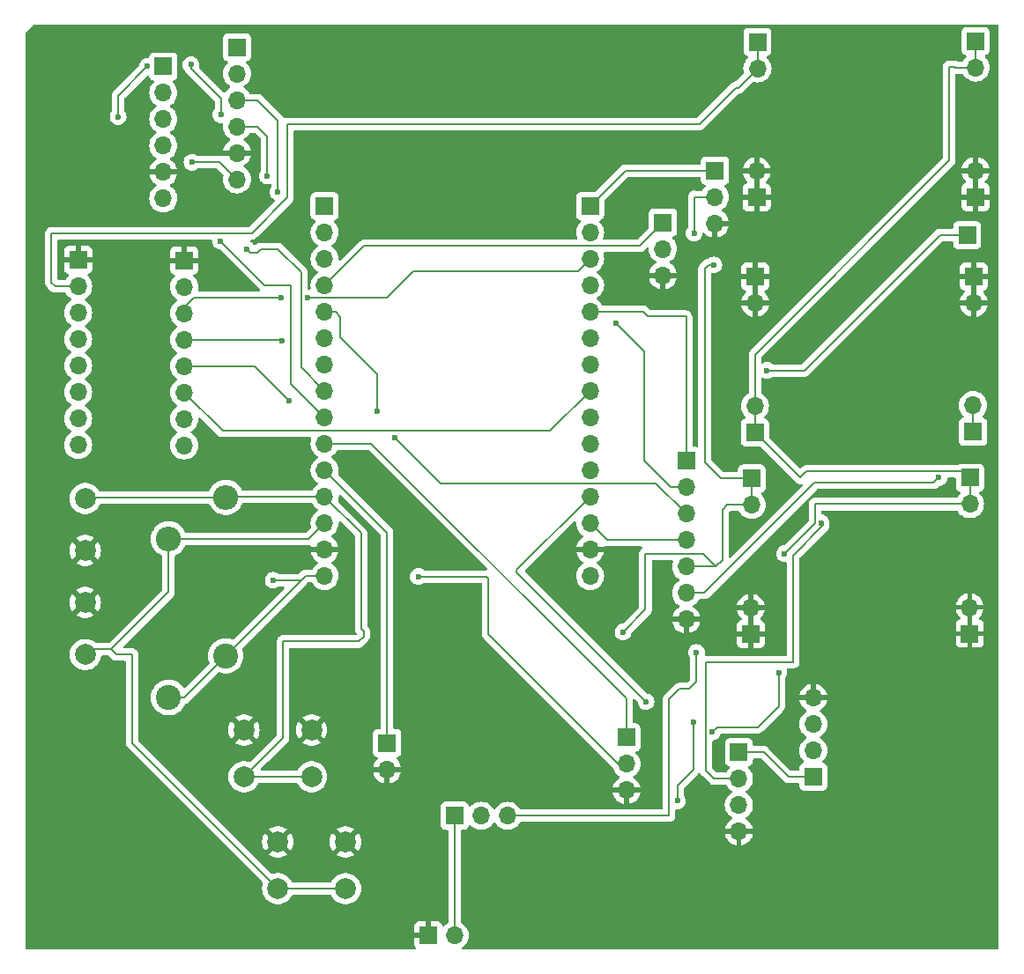
<source format=gbr>
%TF.GenerationSoftware,KiCad,Pcbnew,8.0.6*%
%TF.CreationDate,2024-12-24T16:40:45+01:00*%
%TF.ProjectId,Pcb pami 2025,50636220-7061-46d6-9920-323032352e6b,rev?*%
%TF.SameCoordinates,Original*%
%TF.FileFunction,Copper,L1,Top*%
%TF.FilePolarity,Positive*%
%FSLAX46Y46*%
G04 Gerber Fmt 4.6, Leading zero omitted, Abs format (unit mm)*
G04 Created by KiCad (PCBNEW 8.0.6) date 2024-12-24 16:40:45*
%MOMM*%
%LPD*%
G01*
G04 APERTURE LIST*
%TA.AperFunction,ComponentPad*%
%ADD10R,1.700000X1.700000*%
%TD*%
%TA.AperFunction,ComponentPad*%
%ADD11O,1.700000X1.700000*%
%TD*%
%TA.AperFunction,ComponentPad*%
%ADD12C,2.000000*%
%TD*%
%TA.AperFunction,ComponentPad*%
%ADD13O,2.400000X2.400000*%
%TD*%
%TA.AperFunction,ComponentPad*%
%ADD14C,2.400000*%
%TD*%
%TA.AperFunction,ViaPad*%
%ADD15C,0.600000*%
%TD*%
%TA.AperFunction,Conductor*%
%ADD16C,0.200000*%
%TD*%
G04 APERTURE END LIST*
D10*
%TO.P,J11,1,Pin_1*%
%TO.N,/SDA*%
X125740000Y-63380000D03*
D11*
%TO.P,J11,2,Pin_2*%
%TO.N,/SCL*%
X125740000Y-65920000D03*
%TO.P,J11,3,Pin_3*%
%TO.N,/Lpn*%
X125740000Y-68460000D03*
%TO.P,J11,4,Pin_4*%
%TO.N,/PWREN*%
X125740000Y-71000000D03*
%TO.P,J11,5,Pin_5*%
%TO.N,VCC_5*%
X125740000Y-73540000D03*
%TO.P,J11,6,Pin_6*%
%TO.N,VCC_f*%
X125740000Y-76080000D03*
%TO.P,J11,7,Pin_7*%
%TO.N,GND*%
X125740000Y-78620000D03*
%TD*%
D10*
%TO.P,J10,1,Pin_1*%
%TO.N,VCC_5*%
X137940000Y-93760000D03*
D11*
%TO.P,J10,2,Pin_2*%
%TO.N,/D4*%
X137940000Y-91220000D03*
%TO.P,J10,3,Pin_3*%
%TO.N,/RX2*%
X137940000Y-88680000D03*
%TO.P,J10,4,Pin_4*%
%TO.N,GND*%
X137940000Y-86140000D03*
%TD*%
D10*
%TO.P,J4,1,Pin_1*%
%TO.N,VCC_5*%
X130800000Y-91380000D03*
D11*
%TO.P,J4,2,Pin_2*%
%TO.N,/RXD*%
X130800000Y-93920000D03*
%TO.P,J4,3,Pin_3*%
%TO.N,/D2*%
X130800000Y-96460000D03*
%TO.P,J4,4,Pin_4*%
%TO.N,GND*%
X130800000Y-99000000D03*
%TD*%
D10*
%TO.P,J3,1,Pin_1*%
%TO.N,Net-(J3-Pin_1)*%
X152730000Y-41660000D03*
%TD*%
%TO.P,U2,1,GND*%
%TO.N,GND*%
X67320000Y-44060000D03*
D11*
%TO.P,U2,2,VIN*%
%TO.N,VCC2*%
X67320000Y-46600000D03*
%TO.P,U2,3,BOUT1*%
%TO.N,/BOUT1*%
X67320000Y-49140000D03*
%TO.P,U2,4,BOUT2*%
%TO.N,/BOUT2*%
X67320000Y-51680000D03*
%TO.P,U2,5,AOUT2*%
%TO.N,/AOUT2*%
X67320000Y-54220000D03*
%TO.P,U2,6,AOUT1*%
%TO.N,/AOUT1*%
X67320000Y-56760000D03*
%TO.P,U2,7,AISEN*%
%TO.N,unconnected-(U2-AISEN-Pad7)*%
X67320000Y-59300000D03*
%TO.P,U2,8,BISEN*%
%TO.N,unconnected-(U2-BISEN-Pad8)*%
X67320000Y-61840000D03*
D10*
%TO.P,U2,9,GND*%
%TO.N,GND*%
X77500000Y-44110000D03*
D11*
%TO.P,U2,10,VMM*%
%TO.N,unconnected-(U2-VMM-Pad10)*%
X77500000Y-46650000D03*
%TO.P,U2,11,BIN1*%
%TO.N,/TXD*%
X77500000Y-49190000D03*
%TO.P,U2,12,BIN2*%
%TO.N,/D19*%
X77500000Y-51730000D03*
%TO.P,U2,13,AIN2*%
%TO.N,/D18*%
X77500000Y-54270000D03*
%TO.P,U2,14,AIN1*%
%TO.N,/D5*%
X77500000Y-56810000D03*
%TO.P,U2,15,SLP*%
%TO.N,unconnected-(U2-SLP-Pad15)*%
X77500000Y-59350000D03*
%TO.P,U2,16,FLT*%
%TO.N,unconnected-(U2-FLT-Pad16)*%
X77500000Y-61890000D03*
%TD*%
D12*
%TO.P,SW4,1,1*%
%TO.N,GND*%
X86500000Y-100000000D03*
X93000000Y-100000000D03*
%TO.P,SW4,2,2*%
%TO.N,/D13*%
X86500000Y-104500000D03*
X93000000Y-104500000D03*
%TD*%
%TO.P,SW3,1,1*%
%TO.N,GND*%
X83250000Y-89250000D03*
X89750000Y-89250000D03*
%TO.P,SW3,2,2*%
%TO.N,/D12*%
X83250000Y-93750000D03*
X89750000Y-93750000D03*
%TD*%
D10*
%TO.P,SW2,1,A*%
%TO.N,/D27*%
X120000000Y-89975000D03*
D11*
%TO.P,SW2,2,B*%
%TO.N,VCC_f*%
X120000000Y-92515000D03*
%TO.P,SW2,3,C*%
%TO.N,GND*%
X120000000Y-95055000D03*
%TD*%
D13*
%TO.P,R6,2*%
%TO.N,/D13*%
X76000000Y-70880000D03*
D14*
%TO.P,R6,1*%
%TO.N,VCC_f*%
X76000000Y-86120000D03*
%TD*%
%TO.P,R5,1*%
%TO.N,VCC_f*%
X81500000Y-82120000D03*
D13*
%TO.P,R5,2*%
%TO.N,/D12*%
X81500000Y-66880000D03*
%TD*%
D10*
%TO.P,MP1584EN2,1,IN1-*%
%TO.N,GND*%
X152980000Y-79990000D03*
D11*
%TO.P,MP1584EN2,2,IN2-*%
X152980000Y-77450000D03*
D10*
%TO.P,MP1584EN2,3,OUT1-*%
X131960000Y-80020000D03*
D11*
%TO.P,MP1584EN2,4,OUT2-*%
X131960000Y-77480000D03*
%TO.P,MP1584EN2,5,IN1+*%
%TO.N,VCC*%
X153000000Y-67540000D03*
D10*
%TO.P,MP1584EN2,6,IN2+*%
X153000000Y-65000000D03*
D11*
%TO.P,MP1584EN2,7,OUT1+*%
%TO.N,VCC_5*%
X132040000Y-67620000D03*
D10*
%TO.P,MP1584EN2,8,OUT2+*%
X132040000Y-65080000D03*
%TD*%
%TO.P,MP1584EN1,1,IN1-*%
%TO.N,GND*%
X132360000Y-45670000D03*
D11*
%TO.P,MP1584EN1,2,IN2-*%
X132360000Y-48210000D03*
D10*
%TO.P,MP1584EN1,3,OUT1-*%
X153380000Y-45640000D03*
D11*
%TO.P,MP1584EN1,4,OUT2-*%
X153380000Y-48180000D03*
%TO.P,MP1584EN1,5,IN1+*%
%TO.N,VCC*%
X132340000Y-58120000D03*
D10*
%TO.P,MP1584EN1,6,IN2+*%
X132340000Y-60660000D03*
D11*
%TO.P,MP1584EN1,7,OUT1+*%
%TO.N,VCC_f*%
X153300000Y-58040000D03*
D10*
%TO.P,MP1584EN1,8,OUT2+*%
X153300000Y-60580000D03*
%TD*%
%TO.P,MP1584,1,IN1-*%
%TO.N,GND*%
X153520000Y-38010000D03*
D11*
%TO.P,MP1584,2,IN2-*%
X153520000Y-35470000D03*
D10*
%TO.P,MP1584,3,OUT1-*%
X132500000Y-38040000D03*
D11*
%TO.P,MP1584,4,OUT2-*%
X132500000Y-35500000D03*
%TO.P,MP1584,5,IN1+*%
%TO.N,VCC*%
X153540000Y-25560000D03*
D10*
%TO.P,MP1584,6,IN2+*%
X153540000Y-23020000D03*
D11*
%TO.P,MP1584,7,OUT1+*%
%TO.N,VCC2*%
X132580000Y-25640000D03*
D10*
%TO.P,MP1584,8,OUT2+*%
X132580000Y-23100000D03*
%TD*%
%TO.P,J8,1,Pin_1*%
%TO.N,/BOUT1*%
X75500000Y-25460000D03*
D11*
%TO.P,J8,2,Pin_2*%
%TO.N,VCC_f*%
X75500000Y-28000000D03*
%TO.P,J8,3,Pin_3*%
%TO.N,/D25*%
X75500000Y-30540000D03*
%TO.P,J8,4,Pin_4*%
%TO.N,/D26*%
X75500000Y-33080000D03*
%TO.P,J8,5,Pin_5*%
%TO.N,GND*%
X75500000Y-35620000D03*
%TO.P,J8,6,Pin_6*%
%TO.N,/BOUT2*%
X75500000Y-38160000D03*
%TD*%
D10*
%TO.P,J7,1,Pin_1*%
%TO.N,/D14*%
X97000000Y-90500000D03*
D11*
%TO.P,J7,2,Pin_2*%
%TO.N,GND*%
X97000000Y-93040000D03*
%TD*%
D10*
%TO.P,J6,1,Pin_1*%
%TO.N,Net-(J5-Pin_2)*%
X103500000Y-97500000D03*
D11*
%TO.P,J6,2,Pin_2*%
%TO.N,unconnected-(J6-Pin_2-Pad2)*%
X106040000Y-97500000D03*
%TO.P,J6,3,Pin_3*%
%TO.N,VCC*%
X108580000Y-97500000D03*
%TD*%
D10*
%TO.P,J5,1,Pin_1*%
%TO.N,GND*%
X100960000Y-109000000D03*
D11*
%TO.P,J5,2,Pin_2*%
%TO.N,Net-(J5-Pin_2)*%
X103500000Y-109000000D03*
%TD*%
D10*
%TO.P,J2,1,Pin_1*%
%TO.N,/D34*%
X123500000Y-40460000D03*
D11*
%TO.P,J2,2,Pin_2*%
%TO.N,VCC_5*%
X123500000Y-43000000D03*
%TO.P,J2,3,Pin_3*%
%TO.N,GND*%
X123500000Y-45540000D03*
%TD*%
%TO.P,J1,3,Pin_3*%
%TO.N,GND*%
X128500000Y-40555000D03*
%TO.P,J1,2,Pin_2*%
%TO.N,VCC_5*%
X128500000Y-38015000D03*
D10*
%TO.P,J1,1,Pin_1*%
%TO.N,/D23*%
X128500000Y-35475000D03*
%TD*%
D12*
%TO.P,C7,1*%
%TO.N,/D13*%
X68000000Y-82000000D03*
%TO.P,C7,2*%
%TO.N,GND*%
X68000000Y-77000000D03*
%TD*%
%TO.P,C6,1*%
%TO.N,/D12*%
X68000000Y-67000000D03*
%TO.P,C6,2*%
%TO.N,GND*%
X68000000Y-72000000D03*
%TD*%
D10*
%TO.P,J9,1,Pin_1*%
%TO.N,/AOUT1*%
X82580000Y-23610000D03*
D11*
%TO.P,J9,2,Pin_2*%
%TO.N,VCC_f*%
X82580000Y-26150000D03*
%TO.P,J9,3,Pin_3*%
%TO.N,/D32*%
X82580000Y-28690000D03*
%TO.P,J9,4,Pin_4*%
%TO.N,/D33*%
X82580000Y-31230000D03*
%TO.P,J9,5,Pin_5*%
%TO.N,GND*%
X82580000Y-33770000D03*
%TO.P,J9,6,Pin_6*%
%TO.N,/AOUT2*%
X82580000Y-36310000D03*
%TD*%
%TO.P,U1,1,VIN*%
%TO.N,VCC_f*%
X91000000Y-74440000D03*
%TO.P,U1,2,GND*%
%TO.N,GND*%
X91000000Y-71900000D03*
%TO.P,U1,3,D13*%
%TO.N,/D13*%
X91000000Y-69360000D03*
%TO.P,U1,4,D12*%
%TO.N,/D12*%
X91000000Y-66820000D03*
%TO.P,U1,5,D14*%
%TO.N,/D14*%
X91000000Y-64280000D03*
%TO.P,U1,6,D27*%
%TO.N,/D27*%
X91000000Y-61740000D03*
%TO.P,U1,7,D26*%
%TO.N,/D26*%
X91000000Y-59200000D03*
%TO.P,U1,8,D25*%
%TO.N,/D25*%
X91000000Y-56660000D03*
%TO.P,U1,9,D33*%
%TO.N,/D33*%
X91000000Y-54120000D03*
%TO.P,U1,10,D32*%
%TO.N,/D32*%
X91000000Y-51580000D03*
%TO.P,U1,11,D35*%
%TO.N,/Lpn*%
X91000000Y-49040000D03*
%TO.P,U1,12,D34*%
%TO.N,/D34*%
X91000000Y-46500000D03*
%TO.P,U1,13,UN*%
%TO.N,unconnected-(U1-UN-Pad13)*%
X91000000Y-43960000D03*
%TO.P,U1,14,UP*%
%TO.N,unconnected-(U1-UP-Pad14)*%
X91000000Y-41420000D03*
D10*
%TO.P,U1,15,EN*%
%TO.N,unconnected-(U1-EN-Pad15)*%
X91000000Y-38880000D03*
D11*
%TO.P,U1,16,3V3*%
%TO.N,unconnected-(U1-3V3-Pad16)*%
X116500000Y-74440000D03*
%TO.P,U1,17,GND*%
%TO.N,GND*%
X116500000Y-71900000D03*
%TO.P,U1,18,D15*%
%TO.N,/PWREN*%
X116500000Y-69360000D03*
%TO.P,U1,19,D2*%
%TO.N,/D2*%
X116500000Y-66820000D03*
%TO.P,U1,20,D4*%
%TO.N,/D4*%
X116500000Y-64280000D03*
%TO.P,U1,21,RX2*%
%TO.N,/RX2*%
X116500000Y-61740000D03*
%TO.P,U1,22,TX2*%
%TO.N,Net-(J3-Pin_1)*%
X116500000Y-59200000D03*
%TO.P,U1,23,D5*%
%TO.N,/D5*%
X116500000Y-56660000D03*
%TO.P,U1,24,D18*%
%TO.N,/D18*%
X116500000Y-54120000D03*
%TO.P,U1,25,D19*%
%TO.N,/D19*%
X116500000Y-51580000D03*
%TO.P,U1,26,D21*%
%TO.N,/SDA*%
X116500000Y-49040000D03*
%TO.P,U1,27,RXD*%
%TO.N,/RXD*%
X116500000Y-46500000D03*
%TO.P,U1,28,TXD*%
%TO.N,/TXD*%
X116500000Y-43960000D03*
%TO.P,U1,29,D22*%
%TO.N,/SCL*%
X116500000Y-41420000D03*
D10*
%TO.P,U1,30,D23*%
%TO.N,/D23*%
X116500000Y-38880000D03*
%TD*%
D15*
%TO.N,/BOUT1*%
X71155000Y-30295000D03*
X73960000Y-25460000D03*
%TO.N,VCC_5*%
X128400000Y-44550000D03*
X126500000Y-41500000D03*
%TO.N,VCC_f*%
X78160000Y-25290000D03*
X81040000Y-30100000D03*
X124880000Y-96070000D03*
X126400000Y-88510000D03*
X128250000Y-89440000D03*
X134630000Y-83770000D03*
%TO.N,VCC*%
X126730000Y-81800000D03*
X135180000Y-72300000D03*
%TO.N,/AOUT2*%
X78260000Y-34670000D03*
%TO.N,/TXD*%
X86790000Y-47680000D03*
X89350000Y-47680000D03*
%TO.N,/SCL*%
X118970000Y-50140000D03*
%TO.N,/RXD*%
X138710000Y-69340000D03*
%TO.N,VCC_5*%
X119670000Y-79840000D03*
%TO.N,/D2*%
X121880000Y-86540000D03*
%TO.N,/Lpn*%
X96080000Y-58600000D03*
X97770000Y-61180000D03*
%TO.N,Net-(J3-Pin_1)*%
X133510000Y-54690000D03*
%TO.N,/D19*%
X86875000Y-51875000D03*
%TO.N,/D18*%
X87602500Y-57587500D03*
%TO.N,VCC_f*%
X86060000Y-74860000D03*
%TO.N,/D26*%
X81000000Y-42250000D03*
%TO.N,/D25*%
X83500000Y-43000000D03*
%TO.N,VCC_f*%
X100000000Y-74500000D03*
%TO.N,/D33*%
X85500000Y-36000000D03*
%TO.N,/D32*%
X86500000Y-37500000D03*
%TO.N,VCC_f*%
X150000000Y-65000000D03*
%TD*%
D16*
%TO.N,/AOUT2*%
X80890000Y-34620000D02*
X82580000Y-36310000D01*
X78260000Y-34670000D02*
X78310000Y-34620000D01*
X78310000Y-34620000D02*
X80890000Y-34620000D01*
%TO.N,VCC_f*%
X81040000Y-28550000D02*
X81040000Y-30100000D01*
X78160000Y-25670000D02*
X81040000Y-28550000D01*
X78160000Y-25290000D02*
X78160000Y-25670000D01*
%TO.N,/BOUT1*%
X71155000Y-28265000D02*
X73960000Y-25460000D01*
X71155000Y-30295000D02*
X71155000Y-28265000D01*
%TO.N,VCC_f*%
X88760000Y-74860000D02*
X89180000Y-74440000D01*
X86060000Y-74860000D02*
X88760000Y-74860000D01*
%TO.N,VCC_5*%
X129080000Y-65080000D02*
X132040000Y-65080000D01*
X127500000Y-63500000D02*
X129080000Y-65080000D01*
X127860000Y-44550000D02*
X127500000Y-44910000D01*
X128400000Y-44550000D02*
X127860000Y-44550000D01*
X127500000Y-44910000D02*
X127500000Y-63500000D01*
%TO.N,VCC2*%
X64750000Y-46250000D02*
X65100000Y-46600000D01*
X65100000Y-46600000D02*
X67320000Y-46600000D01*
X87430000Y-38070000D02*
X84000000Y-41500000D01*
X87430000Y-31000000D02*
X87430000Y-38070000D01*
X64750000Y-41500000D02*
X64750000Y-46250000D01*
X127000000Y-31000000D02*
X87430000Y-31000000D01*
X130500000Y-27500000D02*
X127000000Y-31000000D01*
X130720000Y-27500000D02*
X130500000Y-27500000D01*
X84000000Y-41500000D02*
X64750000Y-41500000D01*
X132580000Y-25640000D02*
X130720000Y-27500000D01*
%TO.N,VCC_5*%
X121820000Y-72320000D02*
X127360000Y-72320000D01*
X127360000Y-72320000D02*
X128580000Y-73540000D01*
X121820000Y-77690000D02*
X121820000Y-72320000D01*
X119670000Y-79840000D02*
X121820000Y-77690000D01*
%TO.N,VCC_f*%
X124880000Y-94620000D02*
X126400000Y-93100000D01*
X124880000Y-96070000D02*
X124880000Y-94620000D01*
X126400000Y-93100000D02*
X126400000Y-88510000D01*
X128710000Y-88980000D02*
X128250000Y-89440000D01*
X132620000Y-88980000D02*
X128710000Y-88980000D01*
X134630000Y-83770000D02*
X134630000Y-86970000D01*
X134630000Y-86970000D02*
X132620000Y-88980000D01*
%TO.N,VCC*%
X124100000Y-97500000D02*
X108580000Y-97500000D01*
X124100000Y-86270000D02*
X124100000Y-97500000D01*
X126030000Y-85320000D02*
X125050000Y-85320000D01*
X125050000Y-85320000D02*
X124100000Y-86270000D01*
X126730000Y-84620000D02*
X126030000Y-85320000D01*
X126730000Y-81800000D02*
X126730000Y-84620000D01*
X138110000Y-69370000D02*
X135180000Y-72300000D01*
X138110000Y-69260000D02*
X138110000Y-69370000D01*
%TO.N,/AOUT1*%
X82580000Y-23610000D02*
X82220000Y-23250000D01*
%TO.N,/D32*%
X86500000Y-30630000D02*
X86500000Y-37500000D01*
X84560000Y-28690000D02*
X86500000Y-30630000D01*
X82580000Y-28690000D02*
X84560000Y-28690000D01*
%TO.N,/D33*%
X85500000Y-32170000D02*
X85500000Y-36000000D01*
X84560000Y-31230000D02*
X85500000Y-32170000D01*
X82580000Y-31230000D02*
X84560000Y-31230000D01*
%TO.N,/AOUT1*%
X82700000Y-23480000D02*
X82680000Y-23460000D01*
%TO.N,VCC*%
X138110000Y-67540000D02*
X153000000Y-67540000D01*
X138110000Y-69260000D02*
X138110000Y-67540000D01*
%TO.N,/Lpn*%
X102130000Y-65540000D02*
X97770000Y-61180000D01*
X122820000Y-65540000D02*
X102130000Y-65540000D01*
X125740000Y-68460000D02*
X122820000Y-65540000D01*
%TO.N,/D34*%
X121240000Y-42720000D02*
X94780000Y-42720000D01*
X94780000Y-42720000D02*
X91000000Y-46500000D01*
X123500000Y-40460000D02*
X121240000Y-42720000D01*
%TO.N,/SDA*%
X125640000Y-49480000D02*
X125740000Y-49580000D01*
X122060000Y-49480000D02*
X125640000Y-49480000D01*
X121620000Y-49040000D02*
X122060000Y-49480000D01*
X116500000Y-49040000D02*
X121620000Y-49040000D01*
X125740000Y-49580000D02*
X125740000Y-63380000D01*
%TO.N,/TXD*%
X78444315Y-47680000D02*
X77217157Y-48907158D01*
X86790000Y-47680000D02*
X78444315Y-47680000D01*
X96980000Y-47680000D02*
X89350000Y-47680000D01*
X99550000Y-45110000D02*
X96980000Y-47680000D01*
X115350000Y-45110000D02*
X99550000Y-45110000D01*
X116500000Y-43960000D02*
X115350000Y-45110000D01*
%TO.N,/SCL*%
X121660000Y-63320000D02*
X121660000Y-52830000D01*
X124260000Y-65920000D02*
X121660000Y-63320000D01*
X121660000Y-52830000D02*
X118970000Y-50140000D01*
X125740000Y-65920000D02*
X124260000Y-65920000D01*
%TO.N,/SDA*%
X116940000Y-49480000D02*
X116782843Y-49322843D01*
%TO.N,/D18*%
X84270000Y-54270000D02*
X77500000Y-54270000D01*
X87587500Y-57587500D02*
X84270000Y-54270000D01*
X87602500Y-57587500D02*
X87587500Y-57587500D01*
%TO.N,/RXD*%
X136010000Y-82730000D02*
X136010000Y-72470000D01*
X127650000Y-82730000D02*
X136010000Y-82730000D01*
X127900000Y-93420000D02*
X127650000Y-93170000D01*
X128400000Y-93920000D02*
X127900000Y-93420000D01*
X136010000Y-72470000D02*
X138920000Y-69560000D01*
X138920000Y-69560000D02*
X138710000Y-69350000D01*
X127650000Y-93170000D02*
X127650000Y-82730000D01*
X138710000Y-69350000D02*
X138710000Y-69340000D01*
X130800000Y-93920000D02*
X128400000Y-93920000D01*
%TO.N,VCC_f*%
X106740000Y-74660000D02*
X106580000Y-74500000D01*
X106740000Y-80060000D02*
X106740000Y-74660000D01*
X119195000Y-92515000D02*
X106740000Y-80060000D01*
X120000000Y-92515000D02*
X119195000Y-92515000D01*
X106580000Y-74500000D02*
X100000000Y-74500000D01*
X127470000Y-76080000D02*
X138050000Y-65500000D01*
X125740000Y-76080000D02*
X127470000Y-76080000D01*
X138050000Y-65500000D02*
X138220000Y-65500000D01*
X138220000Y-65500000D02*
X149500000Y-65500000D01*
%TO.N,VCC_5*%
X133190000Y-91380000D02*
X130800000Y-91380000D01*
X135570000Y-93760000D02*
X133190000Y-91380000D01*
X137940000Y-93760000D02*
X135570000Y-93760000D01*
%TO.N,/D2*%
X121880000Y-86510000D02*
X121880000Y-86540000D01*
X109460000Y-74090000D02*
X121880000Y-86510000D01*
X109460000Y-73860000D02*
X109460000Y-74090000D01*
X116500000Y-66820000D02*
X109460000Y-73860000D01*
%TO.N,/Lpn*%
X92060000Y-49040000D02*
X91000000Y-49040000D01*
X92530000Y-49510000D02*
X92060000Y-49040000D01*
X92530000Y-51483654D02*
X92530000Y-49510000D01*
X96080000Y-55033654D02*
X92530000Y-51483654D01*
X96080000Y-58600000D02*
X96080000Y-55033654D01*
%TO.N,/PWREN*%
X118140000Y-71000000D02*
X116500000Y-69360000D01*
X125740000Y-71000000D02*
X118140000Y-71000000D01*
%TO.N,VCC_5*%
X128580000Y-73540000D02*
X125740000Y-73540000D01*
X129210000Y-72910000D02*
X128580000Y-73540000D01*
X129680000Y-67620000D02*
X129210000Y-68090000D01*
X129210000Y-68090000D02*
X129210000Y-72910000D01*
X132040000Y-67620000D02*
X129680000Y-67620000D01*
%TO.N,VCC_f*%
X149500000Y-65500000D02*
X150000000Y-65000000D01*
%TO.N,/D19*%
X86875000Y-51875000D02*
X86730000Y-51730000D01*
X86730000Y-51730000D02*
X77500000Y-51730000D01*
%TO.N,/D26*%
X85250000Y-46500000D02*
X81000000Y-42250000D01*
X91000000Y-59200000D02*
X87750000Y-55950000D01*
X87750000Y-55950000D02*
X87750000Y-46500000D01*
X87750000Y-46500000D02*
X85250000Y-46500000D01*
%TO.N,/D5*%
X112660000Y-60500000D02*
X116500000Y-56660000D01*
X81190000Y-60500000D02*
X112660000Y-60500000D01*
X77500000Y-56810000D02*
X81190000Y-60500000D01*
%TO.N,VCC_f*%
X91000000Y-74440000D02*
X89180000Y-74440000D01*
%TO.N,/D27*%
X120000000Y-86250000D02*
X120000000Y-89975000D01*
X95490000Y-61740000D02*
X120000000Y-86250000D01*
X91000000Y-61740000D02*
X95490000Y-61740000D01*
%TO.N,/D25*%
X83850000Y-43350000D02*
X83500000Y-43000000D01*
X88750000Y-45250000D02*
X86500000Y-43000000D01*
X84498529Y-43350000D02*
X83850000Y-43350000D01*
X88750000Y-54410000D02*
X88750000Y-45250000D01*
X84848529Y-43000000D02*
X84498529Y-43350000D01*
X91000000Y-56660000D02*
X88750000Y-54410000D01*
X86500000Y-43000000D02*
X84848529Y-43000000D01*
%TO.N,/D12*%
X94500000Y-70320000D02*
X91000000Y-66820000D01*
X94500000Y-79500000D02*
X94500000Y-70320000D01*
X94750000Y-79750000D02*
X94500000Y-79500000D01*
X94750000Y-80250000D02*
X94750000Y-79750000D01*
X94250000Y-80750000D02*
X94750000Y-80250000D01*
X87000000Y-80750000D02*
X94250000Y-80750000D01*
X87000000Y-90000000D02*
X87000000Y-80750000D01*
X83250000Y-93750000D02*
X87000000Y-90000000D01*
X89750000Y-93750000D02*
X83250000Y-93750000D01*
%TO.N,VCC*%
X151000000Y-34500000D02*
X151000000Y-25500000D01*
X132340000Y-53160000D02*
X151000000Y-34500000D01*
X151500000Y-25500000D02*
X151560000Y-25560000D01*
X132340000Y-58120000D02*
X132340000Y-53160000D01*
X151000000Y-25500000D02*
X151500000Y-25500000D01*
X151560000Y-25560000D02*
X153540000Y-25560000D01*
X153540000Y-23020000D02*
X153540000Y-25560000D01*
%TO.N,VCC2*%
X132580000Y-23100000D02*
X132580000Y-25640000D01*
%TO.N,/D13*%
X71000000Y-82000000D02*
X70500000Y-81500000D01*
X72500000Y-82000000D02*
X71000000Y-82000000D01*
X72500000Y-90500000D02*
X72500000Y-82000000D01*
X86500000Y-104500000D02*
X72500000Y-90500000D01*
X76000000Y-76000000D02*
X76000000Y-70880000D01*
X70500000Y-81500000D02*
X76000000Y-76000000D01*
X68500000Y-81500000D02*
X70500000Y-81500000D01*
X68000000Y-82000000D02*
X68500000Y-81500000D01*
X89480000Y-70880000D02*
X91000000Y-69360000D01*
X76000000Y-70880000D02*
X89480000Y-70880000D01*
%TO.N,/D12*%
X68120000Y-66880000D02*
X68000000Y-67000000D01*
X81500000Y-66880000D02*
X68120000Y-66880000D01*
X81560000Y-66820000D02*
X81500000Y-66880000D01*
X91000000Y-66820000D02*
X81560000Y-66820000D01*
%TO.N,VCC_f*%
X81500000Y-82120000D02*
X89180000Y-74440000D01*
X77500000Y-86120000D02*
X76000000Y-86120000D01*
X81500000Y-82120000D02*
X77500000Y-86120000D01*
%TO.N,/D14*%
X97000000Y-70280000D02*
X91000000Y-64280000D01*
X97000000Y-90500000D02*
X97000000Y-70280000D01*
%TO.N,/D13*%
X93000000Y-104500000D02*
X86500000Y-104500000D01*
%TO.N,VCC*%
X152400000Y-64400000D02*
X153000000Y-65000000D01*
X137280000Y-64400000D02*
X152400000Y-64400000D01*
X136680000Y-65000000D02*
X137280000Y-64400000D01*
%TO.N,Net-(J5-Pin_2)*%
X103500000Y-109000000D02*
X103500000Y-97500000D01*
%TO.N,/D23*%
X119905000Y-35475000D02*
X116500000Y-38880000D01*
X128500000Y-35475000D02*
X119905000Y-35475000D01*
%TO.N,VCC_5*%
X126500000Y-38000000D02*
X126500000Y-41500000D01*
X126515000Y-38015000D02*
X126500000Y-38000000D01*
X128500000Y-38015000D02*
X126515000Y-38015000D01*
%TO.N,VCC_f*%
X153300000Y-60580000D02*
X153300000Y-58040000D01*
%TO.N,VCC*%
X132340000Y-58120000D02*
X132340000Y-60660000D01*
X136680000Y-65000000D02*
X132340000Y-60660000D01*
X153000000Y-65000000D02*
X153000000Y-67540000D01*
%TO.N,VCC_5*%
X132040000Y-65080000D02*
X132040000Y-67620000D01*
%TO.N,VCC_f*%
X138120000Y-65500000D02*
X138220000Y-65500000D01*
%TO.N,Net-(J3-Pin_1)*%
X152730000Y-41660000D02*
X150110000Y-41660000D01*
X137080000Y-54690000D02*
X133510000Y-54690000D01*
X150110000Y-41660000D02*
X137080000Y-54690000D01*
%TD*%
%TA.AperFunction,Conductor*%
%TO.N,GND*%
G36*
X132210000Y-79586988D02*
G01*
X132152993Y-79554075D01*
X132025826Y-79520000D01*
X131894174Y-79520000D01*
X131767007Y-79554075D01*
X131710000Y-79586988D01*
X131710000Y-77913012D01*
X131767007Y-77945925D01*
X131894174Y-77980000D01*
X132025826Y-77980000D01*
X132152993Y-77945925D01*
X132210000Y-77913012D01*
X132210000Y-79586988D01*
G37*
%TD.AperFunction*%
%TA.AperFunction,Conductor*%
G36*
X153230000Y-79556988D02*
G01*
X153172993Y-79524075D01*
X153045826Y-79490000D01*
X152914174Y-79490000D01*
X152787007Y-79524075D01*
X152730000Y-79556988D01*
X152730000Y-77883012D01*
X152787007Y-77915925D01*
X152914174Y-77950000D01*
X153045826Y-77950000D01*
X153172993Y-77915925D01*
X153230000Y-77883012D01*
X153230000Y-79556988D01*
G37*
%TD.AperFunction*%
%TA.AperFunction,Conductor*%
G36*
X132610000Y-47776988D02*
G01*
X132552993Y-47744075D01*
X132425826Y-47710000D01*
X132294174Y-47710000D01*
X132167007Y-47744075D01*
X132110000Y-47776988D01*
X132110000Y-46103012D01*
X132167007Y-46135925D01*
X132294174Y-46170000D01*
X132425826Y-46170000D01*
X132552993Y-46135925D01*
X132610000Y-46103012D01*
X132610000Y-47776988D01*
G37*
%TD.AperFunction*%
%TA.AperFunction,Conductor*%
G36*
X153630000Y-47746988D02*
G01*
X153572993Y-47714075D01*
X153445826Y-47680000D01*
X153314174Y-47680000D01*
X153187007Y-47714075D01*
X153130000Y-47746988D01*
X153130000Y-46073012D01*
X153187007Y-46105925D01*
X153314174Y-46140000D01*
X153445826Y-46140000D01*
X153572993Y-46105925D01*
X153630000Y-46073012D01*
X153630000Y-47746988D01*
G37*
%TD.AperFunction*%
%TA.AperFunction,Conductor*%
G36*
X132750000Y-37606988D02*
G01*
X132692993Y-37574075D01*
X132565826Y-37540000D01*
X132434174Y-37540000D01*
X132307007Y-37574075D01*
X132250000Y-37606988D01*
X132250000Y-35933012D01*
X132307007Y-35965925D01*
X132434174Y-36000000D01*
X132565826Y-36000000D01*
X132692993Y-35965925D01*
X132750000Y-35933012D01*
X132750000Y-37606988D01*
G37*
%TD.AperFunction*%
%TA.AperFunction,Conductor*%
G36*
X153770000Y-37576988D02*
G01*
X153712993Y-37544075D01*
X153585826Y-37510000D01*
X153454174Y-37510000D01*
X153327007Y-37544075D01*
X153270000Y-37576988D01*
X153270000Y-35903012D01*
X153327007Y-35935925D01*
X153454174Y-35970000D01*
X153585826Y-35970000D01*
X153712993Y-35935925D01*
X153770000Y-35903012D01*
X153770000Y-37576988D01*
G37*
%TD.AperFunction*%
%TA.AperFunction,Conductor*%
G36*
X155666231Y-21429685D02*
G01*
X155711986Y-21482489D01*
X155723192Y-21534000D01*
X155723192Y-110259192D01*
X155703507Y-110326231D01*
X155650703Y-110371986D01*
X155599192Y-110383192D01*
X104272401Y-110383192D01*
X104205362Y-110363507D01*
X104159607Y-110310703D01*
X104149663Y-110241545D01*
X104178688Y-110177989D01*
X104201277Y-110157617D01*
X104371401Y-110038495D01*
X104538495Y-109871401D01*
X104674035Y-109677830D01*
X104773903Y-109463663D01*
X104835063Y-109235408D01*
X104855659Y-109000000D01*
X104835063Y-108764592D01*
X104773903Y-108536337D01*
X104674035Y-108322171D01*
X104538495Y-108128599D01*
X104538494Y-108128597D01*
X104371402Y-107961506D01*
X104371395Y-107961501D01*
X104177831Y-107825965D01*
X104177826Y-107825962D01*
X104172091Y-107823288D01*
X104119653Y-107777113D01*
X104100500Y-107710908D01*
X104100500Y-98974499D01*
X104120185Y-98907460D01*
X104172989Y-98861705D01*
X104224500Y-98850499D01*
X104397871Y-98850499D01*
X104397872Y-98850499D01*
X104457483Y-98844091D01*
X104592331Y-98793796D01*
X104707546Y-98707546D01*
X104793796Y-98592331D01*
X104842810Y-98460916D01*
X104884681Y-98404984D01*
X104950145Y-98380566D01*
X105018418Y-98395417D01*
X105046673Y-98416569D01*
X105168599Y-98538495D01*
X105256296Y-98599901D01*
X105362165Y-98674032D01*
X105362167Y-98674033D01*
X105362170Y-98674035D01*
X105576337Y-98773903D01*
X105576343Y-98773904D01*
X105576344Y-98773905D01*
X105631285Y-98788626D01*
X105804592Y-98835063D01*
X105981034Y-98850500D01*
X106039999Y-98855659D01*
X106040000Y-98855659D01*
X106040001Y-98855659D01*
X106098966Y-98850500D01*
X106275408Y-98835063D01*
X106503663Y-98773903D01*
X106717830Y-98674035D01*
X106911401Y-98538495D01*
X107078495Y-98371401D01*
X107208425Y-98185842D01*
X107263002Y-98142217D01*
X107332500Y-98135023D01*
X107394855Y-98166546D01*
X107411575Y-98185842D01*
X107541500Y-98371395D01*
X107541505Y-98371401D01*
X107708599Y-98538495D01*
X107796296Y-98599901D01*
X107902165Y-98674032D01*
X107902167Y-98674033D01*
X107902170Y-98674035D01*
X108116337Y-98773903D01*
X108116343Y-98773904D01*
X108116344Y-98773905D01*
X108171285Y-98788626D01*
X108344592Y-98835063D01*
X108521034Y-98850500D01*
X108579999Y-98855659D01*
X108580000Y-98855659D01*
X108580001Y-98855659D01*
X108638966Y-98850500D01*
X108815408Y-98835063D01*
X109043663Y-98773903D01*
X109257830Y-98674035D01*
X109451401Y-98538495D01*
X109618495Y-98371401D01*
X109754035Y-98177830D01*
X109756707Y-98172097D01*
X109802878Y-98119658D01*
X109869091Y-98100500D01*
X124179055Y-98100500D01*
X124179057Y-98100500D01*
X124331784Y-98059577D01*
X124468716Y-97980520D01*
X124580520Y-97868716D01*
X124659577Y-97731784D01*
X124700500Y-97579057D01*
X124700500Y-96994096D01*
X124720185Y-96927057D01*
X124772989Y-96881302D01*
X124838384Y-96870876D01*
X124879998Y-96875565D01*
X124880000Y-96875565D01*
X124880004Y-96875565D01*
X125059249Y-96855369D01*
X125059252Y-96855368D01*
X125059255Y-96855368D01*
X125229522Y-96795789D01*
X125382262Y-96699816D01*
X125509816Y-96572262D01*
X125605789Y-96419522D01*
X125665368Y-96249255D01*
X125665369Y-96249249D01*
X125685565Y-96070003D01*
X125685565Y-96069996D01*
X125665369Y-95890750D01*
X125665368Y-95890745D01*
X125627376Y-95782171D01*
X125605789Y-95720478D01*
X125509816Y-95567738D01*
X125509814Y-95567736D01*
X125509813Y-95567734D01*
X125507550Y-95564896D01*
X125506659Y-95562715D01*
X125506111Y-95561842D01*
X125506264Y-95561745D01*
X125481144Y-95500209D01*
X125480500Y-95487587D01*
X125480500Y-94920097D01*
X125500185Y-94853058D01*
X125516819Y-94832416D01*
X126165315Y-94183920D01*
X126880520Y-93468716D01*
X126897405Y-93439469D01*
X126947971Y-93391253D01*
X127016578Y-93378029D01*
X127081443Y-93403996D01*
X127112179Y-93439467D01*
X127119358Y-93451901D01*
X127119358Y-93451904D01*
X127119360Y-93451904D01*
X127150548Y-93505925D01*
X127169479Y-93538714D01*
X127169481Y-93538717D01*
X127288349Y-93657585D01*
X127288355Y-93657590D01*
X127419481Y-93788716D01*
X128031284Y-94400520D01*
X128031286Y-94400521D01*
X128031290Y-94400524D01*
X128073146Y-94424689D01*
X128168216Y-94479577D01*
X128320943Y-94520501D01*
X128320945Y-94520501D01*
X128486654Y-94520501D01*
X128486670Y-94520500D01*
X129510909Y-94520500D01*
X129577948Y-94540185D01*
X129623292Y-94592097D01*
X129625965Y-94597830D01*
X129761501Y-94791395D01*
X129761506Y-94791402D01*
X129928597Y-94958493D01*
X129928603Y-94958498D01*
X130114158Y-95088425D01*
X130157783Y-95143002D01*
X130164977Y-95212500D01*
X130133454Y-95274855D01*
X130114158Y-95291575D01*
X129928597Y-95421505D01*
X129761505Y-95588597D01*
X129625965Y-95782169D01*
X129625964Y-95782171D01*
X129526098Y-95996335D01*
X129526094Y-95996344D01*
X129464938Y-96224586D01*
X129464936Y-96224596D01*
X129444341Y-96459999D01*
X129444341Y-96460000D01*
X129464936Y-96695403D01*
X129464938Y-96695413D01*
X129526094Y-96923655D01*
X129526096Y-96923659D01*
X129526097Y-96923663D01*
X129527680Y-96927057D01*
X129625965Y-97137830D01*
X129625967Y-97137834D01*
X129734281Y-97292521D01*
X129761505Y-97331401D01*
X129928599Y-97498495D01*
X130043650Y-97579055D01*
X130114594Y-97628730D01*
X130158219Y-97683307D01*
X130165413Y-97752805D01*
X130133890Y-97815160D01*
X130114595Y-97831880D01*
X129928922Y-97961890D01*
X129928920Y-97961891D01*
X129761891Y-98128920D01*
X129761886Y-98128926D01*
X129626400Y-98322420D01*
X129626399Y-98322422D01*
X129526570Y-98536507D01*
X129526567Y-98536513D01*
X129469364Y-98749999D01*
X129469364Y-98750000D01*
X130366988Y-98750000D01*
X130334075Y-98807007D01*
X130300000Y-98934174D01*
X130300000Y-99065826D01*
X130334075Y-99192993D01*
X130366988Y-99250000D01*
X129469364Y-99250000D01*
X129526567Y-99463486D01*
X129526570Y-99463492D01*
X129626399Y-99677578D01*
X129761894Y-99871082D01*
X129928917Y-100038105D01*
X130122421Y-100173600D01*
X130336507Y-100273429D01*
X130336516Y-100273433D01*
X130550000Y-100330634D01*
X130550000Y-99433012D01*
X130607007Y-99465925D01*
X130734174Y-99500000D01*
X130865826Y-99500000D01*
X130992993Y-99465925D01*
X131050000Y-99433012D01*
X131050000Y-100330633D01*
X131263483Y-100273433D01*
X131263492Y-100273429D01*
X131477578Y-100173600D01*
X131671082Y-100038105D01*
X131838105Y-99871082D01*
X131973600Y-99677578D01*
X132073429Y-99463492D01*
X132073432Y-99463486D01*
X132130636Y-99250000D01*
X131233012Y-99250000D01*
X131265925Y-99192993D01*
X131300000Y-99065826D01*
X131300000Y-98934174D01*
X131265925Y-98807007D01*
X131233012Y-98750000D01*
X132130636Y-98750000D01*
X132130635Y-98749999D01*
X132073432Y-98536513D01*
X132073429Y-98536507D01*
X131973600Y-98322422D01*
X131973599Y-98322420D01*
X131838113Y-98128926D01*
X131838108Y-98128920D01*
X131671078Y-97961890D01*
X131485405Y-97831879D01*
X131441780Y-97777302D01*
X131434588Y-97707804D01*
X131466110Y-97645449D01*
X131485406Y-97628730D01*
X131671401Y-97498495D01*
X131838495Y-97331401D01*
X131974035Y-97137830D01*
X132073903Y-96923663D01*
X132135063Y-96695408D01*
X132155659Y-96460000D01*
X132135063Y-96224592D01*
X132073903Y-95996337D01*
X131974035Y-95782171D01*
X131930838Y-95720478D01*
X131838494Y-95588597D01*
X131671402Y-95421506D01*
X131671396Y-95421501D01*
X131485842Y-95291575D01*
X131442217Y-95236998D01*
X131435023Y-95167500D01*
X131466546Y-95105145D01*
X131485842Y-95088425D01*
X131597167Y-95010474D01*
X131671401Y-94958495D01*
X131838495Y-94791401D01*
X131974035Y-94597830D01*
X132073903Y-94383663D01*
X132135063Y-94155408D01*
X132155659Y-93920000D01*
X132135063Y-93684592D01*
X132073903Y-93456337D01*
X131974035Y-93242171D01*
X131974034Y-93242169D01*
X131838496Y-93048600D01*
X131797749Y-93007853D01*
X131716567Y-92926671D01*
X131683084Y-92865351D01*
X131688068Y-92795659D01*
X131729939Y-92739725D01*
X131760915Y-92722810D01*
X131892331Y-92673796D01*
X132007546Y-92587546D01*
X132093796Y-92472331D01*
X132144091Y-92337483D01*
X132150500Y-92277873D01*
X132150500Y-92104500D01*
X132170185Y-92037461D01*
X132222989Y-91991706D01*
X132274500Y-91980500D01*
X132889903Y-91980500D01*
X132956942Y-92000185D01*
X132977584Y-92016819D01*
X135085139Y-94124374D01*
X135085149Y-94124385D01*
X135089479Y-94128715D01*
X135089480Y-94128716D01*
X135201284Y-94240520D01*
X135284763Y-94288716D01*
X135327566Y-94313429D01*
X135338215Y-94319577D01*
X135490942Y-94360500D01*
X135490943Y-94360500D01*
X136465501Y-94360500D01*
X136532540Y-94380185D01*
X136578295Y-94432989D01*
X136589501Y-94484500D01*
X136589501Y-94657876D01*
X136595908Y-94717483D01*
X136646202Y-94852328D01*
X136646206Y-94852335D01*
X136732452Y-94967544D01*
X136732455Y-94967547D01*
X136847664Y-95053793D01*
X136847671Y-95053797D01*
X136982517Y-95104091D01*
X136982516Y-95104091D01*
X136989444Y-95104835D01*
X137042127Y-95110500D01*
X138837872Y-95110499D01*
X138897483Y-95104091D01*
X139032331Y-95053796D01*
X139147546Y-94967546D01*
X139233796Y-94852331D01*
X139284091Y-94717483D01*
X139290500Y-94657873D01*
X139290499Y-92862128D01*
X139284091Y-92802517D01*
X139281533Y-92795659D01*
X139233797Y-92667671D01*
X139233793Y-92667664D01*
X139147547Y-92552455D01*
X139147544Y-92552452D01*
X139032335Y-92466206D01*
X139032328Y-92466202D01*
X138900917Y-92417189D01*
X138844983Y-92375318D01*
X138820566Y-92309853D01*
X138835418Y-92241580D01*
X138856563Y-92213332D01*
X138978495Y-92091401D01*
X139114035Y-91897830D01*
X139213903Y-91683663D01*
X139275063Y-91455408D01*
X139295659Y-91220000D01*
X139275063Y-90984592D01*
X139228626Y-90811285D01*
X139213905Y-90756344D01*
X139213904Y-90756343D01*
X139213903Y-90756337D01*
X139114035Y-90542171D01*
X139091548Y-90510055D01*
X138978494Y-90348597D01*
X138811402Y-90181506D01*
X138811396Y-90181501D01*
X138625842Y-90051575D01*
X138582217Y-89996998D01*
X138575023Y-89927500D01*
X138606546Y-89865145D01*
X138625842Y-89848425D01*
X138742213Y-89766941D01*
X138811401Y-89718495D01*
X138978495Y-89551401D01*
X139114035Y-89357830D01*
X139213903Y-89143663D01*
X139275063Y-88915408D01*
X139295659Y-88680000D01*
X139275063Y-88444592D01*
X139213903Y-88216337D01*
X139114035Y-88002171D01*
X139105478Y-87989949D01*
X138978494Y-87808597D01*
X138811402Y-87641506D01*
X138811401Y-87641505D01*
X138625405Y-87511269D01*
X138581781Y-87456692D01*
X138574588Y-87387193D01*
X138606110Y-87324839D01*
X138625405Y-87308119D01*
X138811082Y-87178105D01*
X138978105Y-87011082D01*
X139113600Y-86817578D01*
X139213429Y-86603492D01*
X139213432Y-86603486D01*
X139270636Y-86390000D01*
X138373012Y-86390000D01*
X138405925Y-86332993D01*
X138440000Y-86205826D01*
X138440000Y-86074174D01*
X138405925Y-85947007D01*
X138373012Y-85890000D01*
X139270636Y-85890000D01*
X139270635Y-85889999D01*
X139213432Y-85676513D01*
X139213429Y-85676507D01*
X139113600Y-85462422D01*
X139113599Y-85462420D01*
X138978113Y-85268926D01*
X138978108Y-85268920D01*
X138811082Y-85101894D01*
X138617578Y-84966399D01*
X138403492Y-84866570D01*
X138403486Y-84866567D01*
X138190000Y-84809364D01*
X138190000Y-85706988D01*
X138132993Y-85674075D01*
X138005826Y-85640000D01*
X137874174Y-85640000D01*
X137747007Y-85674075D01*
X137690000Y-85706988D01*
X137690000Y-84809364D01*
X137689999Y-84809364D01*
X137476513Y-84866567D01*
X137476507Y-84866570D01*
X137262422Y-84966399D01*
X137262420Y-84966400D01*
X137068926Y-85101886D01*
X137068920Y-85101891D01*
X136901891Y-85268920D01*
X136901886Y-85268926D01*
X136766400Y-85462420D01*
X136766399Y-85462422D01*
X136666570Y-85676507D01*
X136666567Y-85676513D01*
X136609364Y-85889999D01*
X136609364Y-85890000D01*
X137506988Y-85890000D01*
X137474075Y-85947007D01*
X137440000Y-86074174D01*
X137440000Y-86205826D01*
X137474075Y-86332993D01*
X137506988Y-86390000D01*
X136609364Y-86390000D01*
X136666567Y-86603486D01*
X136666570Y-86603492D01*
X136766399Y-86817578D01*
X136901894Y-87011082D01*
X137068917Y-87178105D01*
X137254595Y-87308119D01*
X137298219Y-87362696D01*
X137305412Y-87432195D01*
X137273890Y-87494549D01*
X137254595Y-87511269D01*
X137068594Y-87641508D01*
X136901505Y-87808597D01*
X136765965Y-88002169D01*
X136765964Y-88002171D01*
X136666098Y-88216335D01*
X136666094Y-88216344D01*
X136604938Y-88444586D01*
X136604936Y-88444596D01*
X136584341Y-88679999D01*
X136584341Y-88680000D01*
X136604936Y-88915403D01*
X136604938Y-88915413D01*
X136666094Y-89143655D01*
X136666096Y-89143659D01*
X136666097Y-89143663D01*
X136735479Y-89292452D01*
X136765965Y-89357830D01*
X136765967Y-89357834D01*
X136800864Y-89407671D01*
X136895284Y-89542517D01*
X136901501Y-89551395D01*
X136901506Y-89551402D01*
X137068597Y-89718493D01*
X137068603Y-89718498D01*
X137254158Y-89848425D01*
X137297783Y-89903002D01*
X137304977Y-89972500D01*
X137273454Y-90034855D01*
X137254158Y-90051575D01*
X137068597Y-90181505D01*
X136901505Y-90348597D01*
X136765965Y-90542169D01*
X136765964Y-90542171D01*
X136666098Y-90756335D01*
X136666094Y-90756344D01*
X136604938Y-90984586D01*
X136604936Y-90984596D01*
X136584341Y-91219999D01*
X136584341Y-91220000D01*
X136604936Y-91455403D01*
X136604938Y-91455413D01*
X136666094Y-91683655D01*
X136666096Y-91683659D01*
X136666097Y-91683663D01*
X136717454Y-91793798D01*
X136765965Y-91897830D01*
X136765967Y-91897834D01*
X136873450Y-92051335D01*
X136901501Y-92091396D01*
X136901506Y-92091402D01*
X137023430Y-92213326D01*
X137056915Y-92274649D01*
X137051931Y-92344341D01*
X137010059Y-92400274D01*
X136979083Y-92417189D01*
X136847669Y-92466203D01*
X136847664Y-92466206D01*
X136732455Y-92552452D01*
X136732452Y-92552455D01*
X136646206Y-92667664D01*
X136646202Y-92667671D01*
X136595908Y-92802517D01*
X136590668Y-92851264D01*
X136589501Y-92862123D01*
X136589500Y-92862135D01*
X136589500Y-93035500D01*
X136569815Y-93102539D01*
X136517011Y-93148294D01*
X136465500Y-93159500D01*
X135870097Y-93159500D01*
X135803058Y-93139815D01*
X135782416Y-93123181D01*
X133677590Y-91018355D01*
X133677588Y-91018352D01*
X133558717Y-90899481D01*
X133558716Y-90899480D01*
X133471904Y-90849360D01*
X133471904Y-90849359D01*
X133471900Y-90849358D01*
X133421785Y-90820423D01*
X133269057Y-90779499D01*
X133110943Y-90779499D01*
X133103347Y-90779499D01*
X133103331Y-90779500D01*
X132274499Y-90779500D01*
X132207460Y-90759815D01*
X132161705Y-90707011D01*
X132150499Y-90655500D01*
X132150499Y-90482129D01*
X132150498Y-90482123D01*
X132150497Y-90482116D01*
X132144091Y-90422517D01*
X132143502Y-90420939D01*
X132093797Y-90287671D01*
X132093793Y-90287664D01*
X132007547Y-90172455D01*
X132007544Y-90172452D01*
X131892335Y-90086206D01*
X131892328Y-90086202D01*
X131757482Y-90035908D01*
X131757483Y-90035908D01*
X131697883Y-90029501D01*
X131697881Y-90029500D01*
X131697873Y-90029500D01*
X131697864Y-90029500D01*
X129902129Y-90029500D01*
X129902123Y-90029501D01*
X129842516Y-90035908D01*
X129707671Y-90086202D01*
X129707664Y-90086206D01*
X129592455Y-90172452D01*
X129592452Y-90172455D01*
X129506206Y-90287664D01*
X129506202Y-90287671D01*
X129455908Y-90422517D01*
X129449501Y-90482116D01*
X129449501Y-90482123D01*
X129449500Y-90482135D01*
X129449500Y-92277870D01*
X129449501Y-92277876D01*
X129455908Y-92337483D01*
X129506202Y-92472328D01*
X129506206Y-92472335D01*
X129592452Y-92587544D01*
X129592455Y-92587547D01*
X129707664Y-92673793D01*
X129707671Y-92673797D01*
X129839081Y-92722810D01*
X129895015Y-92764681D01*
X129919432Y-92830145D01*
X129904580Y-92898418D01*
X129883430Y-92926673D01*
X129761503Y-93048600D01*
X129625965Y-93242170D01*
X129625962Y-93242175D01*
X129623289Y-93247909D01*
X129577115Y-93300346D01*
X129510909Y-93319500D01*
X128700098Y-93319500D01*
X128633059Y-93299815D01*
X128612417Y-93283181D01*
X128286819Y-92957583D01*
X128253334Y-92896260D01*
X128250500Y-92869902D01*
X128250500Y-90356321D01*
X128270185Y-90289282D01*
X128322989Y-90243527D01*
X128360612Y-90233101D01*
X128429255Y-90225368D01*
X128599522Y-90165789D01*
X128752262Y-90069816D01*
X128879816Y-89942262D01*
X128975789Y-89789522D01*
X129019870Y-89663546D01*
X129060592Y-89606769D01*
X129125545Y-89581022D01*
X129136912Y-89580500D01*
X132533331Y-89580500D01*
X132533347Y-89580501D01*
X132540943Y-89580501D01*
X132699054Y-89580501D01*
X132699057Y-89580501D01*
X132851785Y-89539577D01*
X132921200Y-89499500D01*
X132988716Y-89460520D01*
X133100520Y-89348716D01*
X133100520Y-89348714D01*
X133110724Y-89338511D01*
X133110728Y-89338506D01*
X134998713Y-87450521D01*
X134998716Y-87450520D01*
X135110520Y-87338716D01*
X135160639Y-87251904D01*
X135189577Y-87201785D01*
X135230500Y-87049058D01*
X135230500Y-86890943D01*
X135230500Y-84352412D01*
X135250185Y-84285373D01*
X135257555Y-84275097D01*
X135259810Y-84272267D01*
X135259816Y-84272262D01*
X135355789Y-84119522D01*
X135415368Y-83949255D01*
X135429875Y-83820500D01*
X135435565Y-83770003D01*
X135435565Y-83769996D01*
X135415369Y-83590750D01*
X135415367Y-83590742D01*
X135382025Y-83495454D01*
X135378464Y-83425675D01*
X135413193Y-83365048D01*
X135475186Y-83332821D01*
X135499067Y-83330500D01*
X136089055Y-83330500D01*
X136089057Y-83330500D01*
X136241784Y-83289577D01*
X136378716Y-83210520D01*
X136490520Y-83098716D01*
X136569577Y-82961784D01*
X136610500Y-82809057D01*
X136610500Y-79092155D01*
X151630000Y-79092155D01*
X151630000Y-79740000D01*
X152546988Y-79740000D01*
X152514075Y-79797007D01*
X152480000Y-79924174D01*
X152480000Y-80055826D01*
X152514075Y-80182993D01*
X152546988Y-80240000D01*
X151630000Y-80240000D01*
X151630000Y-80887844D01*
X151636401Y-80947372D01*
X151636403Y-80947379D01*
X151686645Y-81082086D01*
X151686649Y-81082093D01*
X151772809Y-81197187D01*
X151772812Y-81197190D01*
X151887906Y-81283350D01*
X151887913Y-81283354D01*
X152022620Y-81333596D01*
X152022627Y-81333598D01*
X152082155Y-81339999D01*
X152082172Y-81340000D01*
X152730000Y-81340000D01*
X152730000Y-80423012D01*
X152787007Y-80455925D01*
X152914174Y-80490000D01*
X153045826Y-80490000D01*
X153172993Y-80455925D01*
X153230000Y-80423012D01*
X153230000Y-81340000D01*
X153877828Y-81340000D01*
X153877844Y-81339999D01*
X153937372Y-81333598D01*
X153937379Y-81333596D01*
X154072086Y-81283354D01*
X154072093Y-81283350D01*
X154187187Y-81197190D01*
X154187190Y-81197187D01*
X154273350Y-81082093D01*
X154273354Y-81082086D01*
X154323596Y-80947379D01*
X154323598Y-80947372D01*
X154329999Y-80887844D01*
X154330000Y-80887827D01*
X154330000Y-80240000D01*
X153413012Y-80240000D01*
X153445925Y-80182993D01*
X153480000Y-80055826D01*
X153480000Y-79924174D01*
X153445925Y-79797007D01*
X153413012Y-79740000D01*
X154330000Y-79740000D01*
X154330000Y-79092172D01*
X154329999Y-79092155D01*
X154323598Y-79032627D01*
X154323596Y-79032620D01*
X154273354Y-78897913D01*
X154273350Y-78897906D01*
X154187190Y-78782812D01*
X154187187Y-78782809D01*
X154072093Y-78696649D01*
X154072086Y-78696645D01*
X153940013Y-78647385D01*
X153884079Y-78605514D01*
X153859662Y-78540049D01*
X153874514Y-78471776D01*
X153895665Y-78443521D01*
X154018108Y-78321078D01*
X154153600Y-78127578D01*
X154253429Y-77913492D01*
X154253432Y-77913486D01*
X154310636Y-77700000D01*
X153413012Y-77700000D01*
X153445925Y-77642993D01*
X153480000Y-77515826D01*
X153480000Y-77384174D01*
X153445925Y-77257007D01*
X153413012Y-77200000D01*
X154310636Y-77200000D01*
X154310635Y-77199999D01*
X154253432Y-76986513D01*
X154253429Y-76986507D01*
X154153600Y-76772422D01*
X154153599Y-76772420D01*
X154018113Y-76578926D01*
X154018108Y-76578920D01*
X153851082Y-76411894D01*
X153657578Y-76276399D01*
X153443492Y-76176570D01*
X153443486Y-76176567D01*
X153230000Y-76119364D01*
X153230000Y-77016988D01*
X153172993Y-76984075D01*
X153045826Y-76950000D01*
X152914174Y-76950000D01*
X152787007Y-76984075D01*
X152730000Y-77016988D01*
X152730000Y-76119364D01*
X152729999Y-76119364D01*
X152516513Y-76176567D01*
X152516507Y-76176570D01*
X152302422Y-76276399D01*
X152302420Y-76276400D01*
X152108926Y-76411886D01*
X152108920Y-76411891D01*
X151941891Y-76578920D01*
X151941886Y-76578926D01*
X151806400Y-76772420D01*
X151806399Y-76772422D01*
X151706570Y-76986507D01*
X151706567Y-76986513D01*
X151649364Y-77199999D01*
X151649364Y-77200000D01*
X152546988Y-77200000D01*
X152514075Y-77257007D01*
X152480000Y-77384174D01*
X152480000Y-77515826D01*
X152514075Y-77642993D01*
X152546988Y-77700000D01*
X151649364Y-77700000D01*
X151706567Y-77913486D01*
X151706570Y-77913492D01*
X151806399Y-78127578D01*
X151941894Y-78321082D01*
X152064334Y-78443522D01*
X152097819Y-78504845D01*
X152092835Y-78574537D01*
X152050963Y-78630470D01*
X152019987Y-78647385D01*
X151887911Y-78696646D01*
X151887906Y-78696649D01*
X151772812Y-78782809D01*
X151772809Y-78782812D01*
X151686649Y-78897906D01*
X151686645Y-78897913D01*
X151636403Y-79032620D01*
X151636401Y-79032627D01*
X151630000Y-79092155D01*
X136610500Y-79092155D01*
X136610500Y-72770097D01*
X136630185Y-72703058D01*
X136646819Y-72682416D01*
X137968715Y-71360520D01*
X139400519Y-69928716D01*
X139429059Y-69879283D01*
X139479577Y-69791785D01*
X139520501Y-69639057D01*
X139520501Y-69480943D01*
X139511918Y-69448916D01*
X139508473Y-69402936D01*
X139513312Y-69359999D01*
X139515565Y-69340000D01*
X139515565Y-69339997D01*
X139495369Y-69160750D01*
X139495368Y-69160745D01*
X139482719Y-69124596D01*
X139435789Y-68990478D01*
X139339816Y-68837738D01*
X139212262Y-68710184D01*
X139167680Y-68682171D01*
X139059521Y-68614210D01*
X138889249Y-68554630D01*
X138820616Y-68546897D01*
X138756202Y-68519830D01*
X138716647Y-68462235D01*
X138710500Y-68423677D01*
X138710500Y-68264500D01*
X138730185Y-68197461D01*
X138782989Y-68151706D01*
X138834500Y-68140500D01*
X151710909Y-68140500D01*
X151777948Y-68160185D01*
X151823292Y-68212097D01*
X151825965Y-68217830D01*
X151961505Y-68411401D01*
X152128599Y-68578495D01*
X152179607Y-68614211D01*
X152322165Y-68714032D01*
X152322167Y-68714033D01*
X152322170Y-68714035D01*
X152536337Y-68813903D01*
X152764592Y-68875063D01*
X152952918Y-68891539D01*
X152999999Y-68895659D01*
X153000000Y-68895659D01*
X153000001Y-68895659D01*
X153039234Y-68892226D01*
X153235408Y-68875063D01*
X153463663Y-68813903D01*
X153677830Y-68714035D01*
X153871401Y-68578495D01*
X154038495Y-68411401D01*
X154174035Y-68217830D01*
X154273903Y-68003663D01*
X154335063Y-67775408D01*
X154355659Y-67540000D01*
X154335063Y-67304592D01*
X154273903Y-67076337D01*
X154174035Y-66862171D01*
X154174034Y-66862169D01*
X154038496Y-66668600D01*
X153996569Y-66626673D01*
X153916567Y-66546671D01*
X153883084Y-66485351D01*
X153888068Y-66415659D01*
X153929939Y-66359725D01*
X153960915Y-66342810D01*
X154092331Y-66293796D01*
X154207546Y-66207546D01*
X154293796Y-66092331D01*
X154344091Y-65957483D01*
X154350500Y-65897873D01*
X154350499Y-64102128D01*
X154345299Y-64053757D01*
X154344091Y-64042516D01*
X154293797Y-63907671D01*
X154293793Y-63907664D01*
X154207547Y-63792455D01*
X154207544Y-63792452D01*
X154092335Y-63706206D01*
X154092328Y-63706202D01*
X153957482Y-63655908D01*
X153957483Y-63655908D01*
X153897883Y-63649501D01*
X153897881Y-63649500D01*
X153897873Y-63649500D01*
X153897864Y-63649500D01*
X152102129Y-63649500D01*
X152102123Y-63649501D01*
X152042516Y-63655908D01*
X151907671Y-63706202D01*
X151907668Y-63706204D01*
X151816080Y-63774767D01*
X151750615Y-63799184D01*
X151741769Y-63799500D01*
X137200943Y-63799500D01*
X137048214Y-63840423D01*
X136999213Y-63868715D01*
X136999211Y-63868715D01*
X136911290Y-63919475D01*
X136911282Y-63919481D01*
X136850244Y-63980520D01*
X136799480Y-64031284D01*
X136799478Y-64031286D01*
X136774363Y-64056401D01*
X136767679Y-64063085D01*
X136706355Y-64096569D01*
X136636664Y-64091583D01*
X136592318Y-64063083D01*
X133726818Y-61197583D01*
X133693333Y-61136260D01*
X133690499Y-61109902D01*
X133690499Y-59762129D01*
X133690498Y-59762123D01*
X133690497Y-59762116D01*
X133684091Y-59702517D01*
X133676486Y-59682128D01*
X133633797Y-59567671D01*
X133633793Y-59567664D01*
X133547547Y-59452455D01*
X133547544Y-59452452D01*
X133432335Y-59366206D01*
X133432328Y-59366202D01*
X133300917Y-59317189D01*
X133244983Y-59275318D01*
X133220566Y-59209853D01*
X133235418Y-59141580D01*
X133256563Y-59113332D01*
X133378495Y-58991401D01*
X133514035Y-58797830D01*
X133613903Y-58583663D01*
X133675063Y-58355408D01*
X133695659Y-58120000D01*
X133688660Y-58039999D01*
X151944341Y-58039999D01*
X151944341Y-58040000D01*
X151964936Y-58275403D01*
X151964938Y-58275413D01*
X152026094Y-58503655D01*
X152026096Y-58503659D01*
X152026097Y-58503663D01*
X152104673Y-58672169D01*
X152125965Y-58717830D01*
X152125967Y-58717834D01*
X152208949Y-58836344D01*
X152261501Y-58911396D01*
X152261506Y-58911402D01*
X152383430Y-59033326D01*
X152416915Y-59094649D01*
X152411931Y-59164341D01*
X152370059Y-59220274D01*
X152339083Y-59237189D01*
X152207669Y-59286203D01*
X152207664Y-59286206D01*
X152092455Y-59372452D01*
X152092452Y-59372455D01*
X152006206Y-59487664D01*
X152006202Y-59487671D01*
X151955908Y-59622517D01*
X151951486Y-59663655D01*
X151949501Y-59682123D01*
X151949500Y-59682135D01*
X151949500Y-61477870D01*
X151949501Y-61477876D01*
X151955908Y-61537483D01*
X152006202Y-61672328D01*
X152006206Y-61672335D01*
X152092452Y-61787544D01*
X152092455Y-61787547D01*
X152207664Y-61873793D01*
X152207671Y-61873797D01*
X152342517Y-61924091D01*
X152342516Y-61924091D01*
X152349444Y-61924835D01*
X152402127Y-61930500D01*
X154197872Y-61930499D01*
X154257483Y-61924091D01*
X154392331Y-61873796D01*
X154507546Y-61787546D01*
X154593796Y-61672331D01*
X154644091Y-61537483D01*
X154650500Y-61477873D01*
X154650499Y-59682128D01*
X154644091Y-59622517D01*
X154630250Y-59585408D01*
X154593797Y-59487671D01*
X154593793Y-59487664D01*
X154507547Y-59372455D01*
X154507544Y-59372452D01*
X154392335Y-59286206D01*
X154392328Y-59286202D01*
X154260917Y-59237189D01*
X154204983Y-59195318D01*
X154180566Y-59129853D01*
X154195418Y-59061580D01*
X154216563Y-59033332D01*
X154338495Y-58911401D01*
X154474035Y-58717830D01*
X154573903Y-58503663D01*
X154635063Y-58275408D01*
X154655659Y-58040000D01*
X154635063Y-57804592D01*
X154573903Y-57576337D01*
X154474035Y-57362171D01*
X154456995Y-57337834D01*
X154338494Y-57168597D01*
X154171402Y-57001506D01*
X154171395Y-57001501D01*
X154162693Y-56995408D01*
X154092079Y-56945963D01*
X153977834Y-56865967D01*
X153977830Y-56865965D01*
X153902650Y-56830908D01*
X153763663Y-56766097D01*
X153763659Y-56766096D01*
X153763655Y-56766094D01*
X153535413Y-56704938D01*
X153535403Y-56704936D01*
X153300001Y-56684341D01*
X153299999Y-56684341D01*
X153064596Y-56704936D01*
X153064586Y-56704938D01*
X152836344Y-56766094D01*
X152836335Y-56766098D01*
X152622171Y-56865964D01*
X152622169Y-56865965D01*
X152428597Y-57001505D01*
X152261505Y-57168597D01*
X152125965Y-57362169D01*
X152125964Y-57362171D01*
X152026098Y-57576335D01*
X152026094Y-57576344D01*
X151964938Y-57804586D01*
X151964936Y-57804596D01*
X151944341Y-58039999D01*
X133688660Y-58039999D01*
X133675063Y-57884592D01*
X133613903Y-57656337D01*
X133514035Y-57442171D01*
X133510999Y-57437834D01*
X133378494Y-57248597D01*
X133211402Y-57081506D01*
X133211395Y-57081501D01*
X133180304Y-57059731D01*
X133097151Y-57001506D01*
X133017831Y-56945965D01*
X133017826Y-56945962D01*
X133012091Y-56943288D01*
X132959653Y-56897113D01*
X132940500Y-56830908D01*
X132940500Y-55501929D01*
X132960185Y-55434890D01*
X133012989Y-55389135D01*
X133082147Y-55379191D01*
X133130473Y-55396936D01*
X133160475Y-55415788D01*
X133330745Y-55475368D01*
X133330750Y-55475369D01*
X133509996Y-55495565D01*
X133510000Y-55495565D01*
X133510004Y-55495565D01*
X133689249Y-55475369D01*
X133689252Y-55475368D01*
X133689255Y-55475368D01*
X133859522Y-55415789D01*
X134012262Y-55319816D01*
X134012267Y-55319810D01*
X134015097Y-55317555D01*
X134017275Y-55316665D01*
X134018158Y-55316111D01*
X134018255Y-55316265D01*
X134079783Y-55291145D01*
X134092412Y-55290500D01*
X136993331Y-55290500D01*
X136993347Y-55290501D01*
X137000943Y-55290501D01*
X137159054Y-55290501D01*
X137159057Y-55290501D01*
X137311785Y-55249577D01*
X137362147Y-55220500D01*
X137448716Y-55170520D01*
X137560520Y-55058716D01*
X137560520Y-55058714D01*
X137570724Y-55048511D01*
X137570727Y-55048506D01*
X147877080Y-44742155D01*
X152030000Y-44742155D01*
X152030000Y-45390000D01*
X152946988Y-45390000D01*
X152914075Y-45447007D01*
X152880000Y-45574174D01*
X152880000Y-45705826D01*
X152914075Y-45832993D01*
X152946988Y-45890000D01*
X152030000Y-45890000D01*
X152030000Y-46537844D01*
X152036401Y-46597372D01*
X152036403Y-46597379D01*
X152086645Y-46732086D01*
X152086649Y-46732093D01*
X152172809Y-46847187D01*
X152172812Y-46847190D01*
X152287906Y-46933350D01*
X152287913Y-46933354D01*
X152419986Y-46982614D01*
X152475920Y-47024485D01*
X152500337Y-47089949D01*
X152485486Y-47158222D01*
X152464335Y-47186477D01*
X152341886Y-47308926D01*
X152206400Y-47502420D01*
X152206399Y-47502422D01*
X152106570Y-47716507D01*
X152106567Y-47716513D01*
X152049364Y-47929999D01*
X152049364Y-47930000D01*
X152946988Y-47930000D01*
X152914075Y-47987007D01*
X152880000Y-48114174D01*
X152880000Y-48245826D01*
X152914075Y-48372993D01*
X152946988Y-48430000D01*
X152049364Y-48430000D01*
X152106567Y-48643486D01*
X152106570Y-48643492D01*
X152206399Y-48857578D01*
X152341894Y-49051082D01*
X152508917Y-49218105D01*
X152702421Y-49353600D01*
X152916507Y-49453429D01*
X152916516Y-49453433D01*
X153130000Y-49510634D01*
X153130000Y-48613012D01*
X153187007Y-48645925D01*
X153314174Y-48680000D01*
X153445826Y-48680000D01*
X153572993Y-48645925D01*
X153630000Y-48613012D01*
X153630000Y-49510633D01*
X153843483Y-49453433D01*
X153843492Y-49453429D01*
X154057578Y-49353600D01*
X154251082Y-49218105D01*
X154418105Y-49051082D01*
X154553600Y-48857578D01*
X154653429Y-48643492D01*
X154653432Y-48643486D01*
X154710636Y-48430000D01*
X153813012Y-48430000D01*
X153845925Y-48372993D01*
X153880000Y-48245826D01*
X153880000Y-48114174D01*
X153845925Y-47987007D01*
X153813012Y-47930000D01*
X154710636Y-47930000D01*
X154710635Y-47929999D01*
X154653432Y-47716513D01*
X154653429Y-47716507D01*
X154553600Y-47502422D01*
X154553599Y-47502420D01*
X154418113Y-47308926D01*
X154418108Y-47308920D01*
X154295665Y-47186477D01*
X154262180Y-47125154D01*
X154267164Y-47055462D01*
X154309036Y-46999529D01*
X154340013Y-46982614D01*
X154472086Y-46933354D01*
X154472093Y-46933350D01*
X154587187Y-46847190D01*
X154587190Y-46847187D01*
X154673350Y-46732093D01*
X154673354Y-46732086D01*
X154723596Y-46597379D01*
X154723598Y-46597372D01*
X154729999Y-46537844D01*
X154730000Y-46537827D01*
X154730000Y-45890000D01*
X153813012Y-45890000D01*
X153845925Y-45832993D01*
X153880000Y-45705826D01*
X153880000Y-45574174D01*
X153845925Y-45447007D01*
X153813012Y-45390000D01*
X154730000Y-45390000D01*
X154730000Y-44742172D01*
X154729999Y-44742155D01*
X154723598Y-44682627D01*
X154723596Y-44682620D01*
X154673354Y-44547913D01*
X154673350Y-44547906D01*
X154587190Y-44432812D01*
X154587187Y-44432809D01*
X154472093Y-44346649D01*
X154472086Y-44346645D01*
X154337379Y-44296403D01*
X154337372Y-44296401D01*
X154277844Y-44290000D01*
X153630000Y-44290000D01*
X153630000Y-45206988D01*
X153572993Y-45174075D01*
X153445826Y-45140000D01*
X153314174Y-45140000D01*
X153187007Y-45174075D01*
X153130000Y-45206988D01*
X153130000Y-44290000D01*
X152482155Y-44290000D01*
X152422627Y-44296401D01*
X152422620Y-44296403D01*
X152287913Y-44346645D01*
X152287906Y-44346649D01*
X152172812Y-44432809D01*
X152172809Y-44432812D01*
X152086649Y-44547906D01*
X152086645Y-44547913D01*
X152036403Y-44682620D01*
X152036401Y-44682627D01*
X152030000Y-44742155D01*
X147877080Y-44742155D01*
X150322417Y-42296819D01*
X150383740Y-42263334D01*
X150410098Y-42260500D01*
X151255501Y-42260500D01*
X151322540Y-42280185D01*
X151368295Y-42332989D01*
X151379501Y-42384500D01*
X151379501Y-42557876D01*
X151385908Y-42617483D01*
X151436202Y-42752328D01*
X151436206Y-42752335D01*
X151522452Y-42867544D01*
X151522455Y-42867547D01*
X151637664Y-42953793D01*
X151637671Y-42953797D01*
X151772517Y-43004091D01*
X151772516Y-43004091D01*
X151779444Y-43004835D01*
X151832127Y-43010500D01*
X153627872Y-43010499D01*
X153687483Y-43004091D01*
X153822331Y-42953796D01*
X153937546Y-42867546D01*
X154023796Y-42752331D01*
X154074091Y-42617483D01*
X154080500Y-42557873D01*
X154080499Y-40762128D01*
X154074091Y-40702517D01*
X154043622Y-40620826D01*
X154023797Y-40567671D01*
X154023793Y-40567664D01*
X153937547Y-40452455D01*
X153937544Y-40452452D01*
X153822335Y-40366206D01*
X153822328Y-40366202D01*
X153687482Y-40315908D01*
X153687483Y-40315908D01*
X153627883Y-40309501D01*
X153627881Y-40309500D01*
X153627873Y-40309500D01*
X153627864Y-40309500D01*
X151832129Y-40309500D01*
X151832123Y-40309501D01*
X151772516Y-40315908D01*
X151637671Y-40366202D01*
X151637664Y-40366206D01*
X151522455Y-40452452D01*
X151522452Y-40452455D01*
X151436206Y-40567664D01*
X151436202Y-40567671D01*
X151385908Y-40702517D01*
X151379501Y-40762116D01*
X151379501Y-40762123D01*
X151379500Y-40762135D01*
X151379500Y-40935500D01*
X151359815Y-41002539D01*
X151307011Y-41048294D01*
X151255500Y-41059500D01*
X150196670Y-41059500D01*
X150196654Y-41059499D01*
X150189058Y-41059499D01*
X150030943Y-41059499D01*
X149954579Y-41079961D01*
X149878214Y-41100423D01*
X149878209Y-41100426D01*
X149741290Y-41179475D01*
X149741282Y-41179481D01*
X136867584Y-54053181D01*
X136806261Y-54086666D01*
X136779903Y-54089500D01*
X134092412Y-54089500D01*
X134025373Y-54069815D01*
X134015097Y-54062445D01*
X134012263Y-54060185D01*
X134012262Y-54060184D01*
X133891965Y-53984596D01*
X133859523Y-53964211D01*
X133689254Y-53904631D01*
X133689249Y-53904630D01*
X133510004Y-53884435D01*
X133509996Y-53884435D01*
X133330750Y-53904630D01*
X133330745Y-53904631D01*
X133160475Y-53964211D01*
X133130470Y-53983065D01*
X133063233Y-54002064D01*
X132996399Y-53981695D01*
X132951185Y-53928427D01*
X132940500Y-53878070D01*
X132940500Y-53460096D01*
X132960185Y-53393057D01*
X132976814Y-53372420D01*
X149237078Y-37112155D01*
X152170000Y-37112155D01*
X152170000Y-37760000D01*
X153086988Y-37760000D01*
X153054075Y-37817007D01*
X153020000Y-37944174D01*
X153020000Y-38075826D01*
X153054075Y-38202993D01*
X153086988Y-38260000D01*
X152170000Y-38260000D01*
X152170000Y-38907844D01*
X152176401Y-38967372D01*
X152176403Y-38967379D01*
X152226645Y-39102086D01*
X152226649Y-39102093D01*
X152312809Y-39217187D01*
X152312812Y-39217190D01*
X152427906Y-39303350D01*
X152427913Y-39303354D01*
X152562620Y-39353596D01*
X152562627Y-39353598D01*
X152622155Y-39359999D01*
X152622172Y-39360000D01*
X153270000Y-39360000D01*
X153270000Y-38443012D01*
X153327007Y-38475925D01*
X153454174Y-38510000D01*
X153585826Y-38510000D01*
X153712993Y-38475925D01*
X153770000Y-38443012D01*
X153770000Y-39360000D01*
X154417828Y-39360000D01*
X154417844Y-39359999D01*
X154477372Y-39353598D01*
X154477379Y-39353596D01*
X154612086Y-39303354D01*
X154612093Y-39303350D01*
X154727187Y-39217190D01*
X154727190Y-39217187D01*
X154813350Y-39102093D01*
X154813354Y-39102086D01*
X154863596Y-38967379D01*
X154863598Y-38967372D01*
X154869999Y-38907844D01*
X154870000Y-38907827D01*
X154870000Y-38260000D01*
X153953012Y-38260000D01*
X153985925Y-38202993D01*
X154020000Y-38075826D01*
X154020000Y-37944174D01*
X153985925Y-37817007D01*
X153953012Y-37760000D01*
X154870000Y-37760000D01*
X154870000Y-37112172D01*
X154869999Y-37112155D01*
X154863598Y-37052627D01*
X154863596Y-37052620D01*
X154813354Y-36917913D01*
X154813350Y-36917906D01*
X154727190Y-36802812D01*
X154727187Y-36802809D01*
X154612093Y-36716649D01*
X154612086Y-36716645D01*
X154480013Y-36667385D01*
X154424079Y-36625514D01*
X154399662Y-36560049D01*
X154414514Y-36491776D01*
X154435665Y-36463521D01*
X154558108Y-36341078D01*
X154693600Y-36147578D01*
X154793429Y-35933492D01*
X154793432Y-35933486D01*
X154850636Y-35720000D01*
X153953012Y-35720000D01*
X153985925Y-35662993D01*
X154020000Y-35535826D01*
X154020000Y-35404174D01*
X153985925Y-35277007D01*
X153953012Y-35220000D01*
X154850636Y-35220000D01*
X154850635Y-35219999D01*
X154793432Y-35006513D01*
X154793429Y-35006507D01*
X154693600Y-34792422D01*
X154693599Y-34792420D01*
X154558113Y-34598926D01*
X154558108Y-34598920D01*
X154391082Y-34431894D01*
X154197578Y-34296399D01*
X153983492Y-34196570D01*
X153983486Y-34196567D01*
X153770000Y-34139364D01*
X153770000Y-35036988D01*
X153712993Y-35004075D01*
X153585826Y-34970000D01*
X153454174Y-34970000D01*
X153327007Y-35004075D01*
X153270000Y-35036988D01*
X153270000Y-34139364D01*
X153269999Y-34139364D01*
X153056513Y-34196567D01*
X153056507Y-34196570D01*
X152842422Y-34296399D01*
X152842420Y-34296400D01*
X152648926Y-34431886D01*
X152648920Y-34431891D01*
X152481891Y-34598920D01*
X152481886Y-34598926D01*
X152346400Y-34792420D01*
X152346399Y-34792422D01*
X152246570Y-35006507D01*
X152246567Y-35006513D01*
X152189364Y-35219999D01*
X152189364Y-35220000D01*
X153086988Y-35220000D01*
X153054075Y-35277007D01*
X153020000Y-35404174D01*
X153020000Y-35535826D01*
X153054075Y-35662993D01*
X153086988Y-35720000D01*
X152189364Y-35720000D01*
X152246567Y-35933486D01*
X152246570Y-35933492D01*
X152346399Y-36147578D01*
X152481894Y-36341082D01*
X152604334Y-36463522D01*
X152637819Y-36524845D01*
X152632835Y-36594537D01*
X152590963Y-36650470D01*
X152559987Y-36667385D01*
X152427911Y-36716646D01*
X152427906Y-36716649D01*
X152312812Y-36802809D01*
X152312809Y-36802812D01*
X152226649Y-36917906D01*
X152226645Y-36917913D01*
X152176403Y-37052620D01*
X152176401Y-37052627D01*
X152170000Y-37112155D01*
X149237078Y-37112155D01*
X151358506Y-34990727D01*
X151358511Y-34990724D01*
X151368714Y-34980520D01*
X151368716Y-34980520D01*
X151480520Y-34868716D01*
X151549605Y-34749057D01*
X151559577Y-34731785D01*
X151600500Y-34579057D01*
X151600500Y-34420943D01*
X151600500Y-26284500D01*
X151620185Y-26217461D01*
X151672989Y-26171706D01*
X151724500Y-26160500D01*
X152250909Y-26160500D01*
X152317948Y-26180185D01*
X152363292Y-26232097D01*
X152365965Y-26237830D01*
X152501505Y-26431401D01*
X152668599Y-26598495D01*
X152690263Y-26613664D01*
X152862165Y-26734032D01*
X152862167Y-26734033D01*
X152862170Y-26734035D01*
X153076337Y-26833903D01*
X153076343Y-26833904D01*
X153076344Y-26833905D01*
X153131285Y-26848626D01*
X153304592Y-26895063D01*
X153476976Y-26910145D01*
X153539999Y-26915659D01*
X153540000Y-26915659D01*
X153540001Y-26915659D01*
X153599366Y-26910465D01*
X153775408Y-26895063D01*
X154003663Y-26833903D01*
X154217830Y-26734035D01*
X154411401Y-26598495D01*
X154578495Y-26431401D01*
X154714035Y-26237830D01*
X154813903Y-26023663D01*
X154875063Y-25795408D01*
X154895659Y-25560000D01*
X154875063Y-25324592D01*
X154813903Y-25096337D01*
X154714035Y-24882171D01*
X154714034Y-24882169D01*
X154578496Y-24688600D01*
X154536569Y-24646673D01*
X154456567Y-24566671D01*
X154423084Y-24505351D01*
X154428068Y-24435659D01*
X154469939Y-24379725D01*
X154500915Y-24362810D01*
X154632331Y-24313796D01*
X154747546Y-24227546D01*
X154833796Y-24112331D01*
X154884091Y-23977483D01*
X154890500Y-23917873D01*
X154890499Y-22122128D01*
X154884091Y-22062517D01*
X154833796Y-21927669D01*
X154833795Y-21927668D01*
X154833793Y-21927664D01*
X154747547Y-21812455D01*
X154747544Y-21812452D01*
X154632335Y-21726206D01*
X154632328Y-21726202D01*
X154497482Y-21675908D01*
X154497483Y-21675908D01*
X154437883Y-21669501D01*
X154437881Y-21669500D01*
X154437873Y-21669500D01*
X154437864Y-21669500D01*
X152642129Y-21669500D01*
X152642123Y-21669501D01*
X152582516Y-21675908D01*
X152447671Y-21726202D01*
X152447664Y-21726206D01*
X152332455Y-21812452D01*
X152332452Y-21812455D01*
X152246206Y-21927664D01*
X152246202Y-21927671D01*
X152195908Y-22062517D01*
X152189501Y-22122116D01*
X152189501Y-22122123D01*
X152189500Y-22122135D01*
X152189500Y-23917870D01*
X152189501Y-23917876D01*
X152195908Y-23977483D01*
X152246202Y-24112328D01*
X152246206Y-24112335D01*
X152332452Y-24227544D01*
X152332455Y-24227547D01*
X152447664Y-24313793D01*
X152447671Y-24313797D01*
X152579081Y-24362810D01*
X152635015Y-24404681D01*
X152659432Y-24470145D01*
X152644580Y-24538418D01*
X152623430Y-24566673D01*
X152501503Y-24688600D01*
X152365965Y-24882170D01*
X152365962Y-24882175D01*
X152363289Y-24887909D01*
X152317115Y-24940346D01*
X152250909Y-24959500D01*
X151798052Y-24959500D01*
X151736051Y-24942886D01*
X151731785Y-24940423D01*
X151731782Y-24940422D01*
X151701826Y-24932395D01*
X151579057Y-24899499D01*
X151420943Y-24899499D01*
X151413347Y-24899499D01*
X151413331Y-24899500D01*
X150920943Y-24899500D01*
X150768216Y-24940423D01*
X150768209Y-24940426D01*
X150631290Y-25019475D01*
X150631282Y-25019481D01*
X150519481Y-25131282D01*
X150519475Y-25131290D01*
X150440426Y-25268209D01*
X150440423Y-25268216D01*
X150399500Y-25420943D01*
X150399500Y-34199902D01*
X150379815Y-34266941D01*
X150363181Y-34287583D01*
X131859481Y-52791282D01*
X131859479Y-52791285D01*
X131841365Y-52822659D01*
X131823251Y-52854035D01*
X131780423Y-52928215D01*
X131739499Y-53080943D01*
X131739499Y-53080945D01*
X131739499Y-53249046D01*
X131739500Y-53249059D01*
X131739500Y-56830908D01*
X131719815Y-56897947D01*
X131667914Y-56943286D01*
X131662173Y-56945963D01*
X131662169Y-56945965D01*
X131468597Y-57081505D01*
X131301505Y-57248597D01*
X131165965Y-57442169D01*
X131165964Y-57442171D01*
X131066098Y-57656335D01*
X131066094Y-57656344D01*
X131004938Y-57884586D01*
X131004936Y-57884596D01*
X130984341Y-58119999D01*
X130984341Y-58120000D01*
X131004936Y-58355403D01*
X131004938Y-58355413D01*
X131066094Y-58583655D01*
X131066096Y-58583659D01*
X131066097Y-58583663D01*
X131084053Y-58622169D01*
X131165965Y-58797830D01*
X131165967Y-58797834D01*
X131227937Y-58886335D01*
X131301501Y-58991396D01*
X131301506Y-58991402D01*
X131423430Y-59113326D01*
X131456915Y-59174649D01*
X131451931Y-59244341D01*
X131410059Y-59300274D01*
X131379083Y-59317189D01*
X131247669Y-59366203D01*
X131247664Y-59366206D01*
X131132455Y-59452452D01*
X131132452Y-59452455D01*
X131046206Y-59567664D01*
X131046202Y-59567671D01*
X130995908Y-59702517D01*
X130989501Y-59762116D01*
X130989501Y-59762123D01*
X130989500Y-59762135D01*
X130989500Y-61557870D01*
X130989501Y-61557876D01*
X130995908Y-61617483D01*
X131046202Y-61752328D01*
X131046206Y-61752335D01*
X131132452Y-61867544D01*
X131132455Y-61867547D01*
X131247664Y-61953793D01*
X131247671Y-61953797D01*
X131382517Y-62004091D01*
X131382516Y-62004091D01*
X131389444Y-62004835D01*
X131442127Y-62010500D01*
X132789902Y-62010499D01*
X132856941Y-62030184D01*
X132877583Y-62046818D01*
X136311284Y-65480519D01*
X136448215Y-65559577D01*
X136600943Y-65600501D01*
X136600946Y-65600501D01*
X136759054Y-65600501D01*
X136759057Y-65600501D01*
X136778149Y-65595385D01*
X136847995Y-65597046D01*
X136905858Y-65636206D01*
X136933365Y-65700434D01*
X136921780Y-65769337D01*
X136897923Y-65802840D01*
X130022181Y-72678583D01*
X129960858Y-72712068D01*
X129891166Y-72707084D01*
X129835233Y-72665212D01*
X129810816Y-72599748D01*
X129810500Y-72590902D01*
X129810500Y-68390097D01*
X129830185Y-68323058D01*
X129846819Y-68302416D01*
X129892416Y-68256819D01*
X129953739Y-68223334D01*
X129980097Y-68220500D01*
X130750909Y-68220500D01*
X130817948Y-68240185D01*
X130863292Y-68292097D01*
X130865965Y-68297830D01*
X131001505Y-68491401D01*
X131168599Y-68658495D01*
X131247914Y-68714032D01*
X131362165Y-68794032D01*
X131362167Y-68794033D01*
X131362170Y-68794035D01*
X131576337Y-68893903D01*
X131576343Y-68893904D01*
X131576344Y-68893905D01*
X131585413Y-68896335D01*
X131804592Y-68955063D01*
X131992918Y-68971539D01*
X132039999Y-68975659D01*
X132040000Y-68975659D01*
X132040001Y-68975659D01*
X132079234Y-68972226D01*
X132275408Y-68955063D01*
X132503663Y-68893903D01*
X132717830Y-68794035D01*
X132911401Y-68658495D01*
X133078495Y-68491401D01*
X133214035Y-68297830D01*
X133313903Y-68083663D01*
X133375063Y-67855408D01*
X133395659Y-67620000D01*
X133375063Y-67384592D01*
X133317908Y-67171284D01*
X133313905Y-67156344D01*
X133313904Y-67156343D01*
X133313903Y-67156337D01*
X133214035Y-66942171D01*
X133214034Y-66942169D01*
X133078496Y-66748600D01*
X133023562Y-66693666D01*
X132956567Y-66626671D01*
X132923084Y-66565351D01*
X132928068Y-66495659D01*
X132969939Y-66439725D01*
X133000915Y-66422810D01*
X133132331Y-66373796D01*
X133247546Y-66287546D01*
X133333796Y-66172331D01*
X133384091Y-66037483D01*
X133390500Y-65977873D01*
X133390499Y-64182128D01*
X133384091Y-64122517D01*
X133376486Y-64102128D01*
X133333797Y-63987671D01*
X133333793Y-63987664D01*
X133247547Y-63872455D01*
X133247544Y-63872452D01*
X133132335Y-63786206D01*
X133132328Y-63786202D01*
X132997482Y-63735908D01*
X132997483Y-63735908D01*
X132937883Y-63729501D01*
X132937881Y-63729500D01*
X132937873Y-63729500D01*
X132937864Y-63729500D01*
X131142129Y-63729500D01*
X131142123Y-63729501D01*
X131082516Y-63735908D01*
X130947671Y-63786202D01*
X130947664Y-63786206D01*
X130832455Y-63872452D01*
X130832452Y-63872455D01*
X130746206Y-63987664D01*
X130746202Y-63987671D01*
X130695908Y-64122517D01*
X130690582Y-64172059D01*
X130689501Y-64182123D01*
X130689500Y-64182135D01*
X130689500Y-64355500D01*
X130669815Y-64422539D01*
X130617011Y-64468294D01*
X130565500Y-64479500D01*
X129380097Y-64479500D01*
X129313058Y-64459815D01*
X129292416Y-64443181D01*
X128136819Y-63287584D01*
X128103334Y-63226261D01*
X128100500Y-63199903D01*
X128100500Y-45460576D01*
X128120185Y-45393537D01*
X128172989Y-45347782D01*
X128238383Y-45337356D01*
X128399996Y-45355565D01*
X128400000Y-45355565D01*
X128400004Y-45355565D01*
X128579249Y-45335369D01*
X128579252Y-45335368D01*
X128579255Y-45335368D01*
X128749522Y-45275789D01*
X128902262Y-45179816D01*
X129029816Y-45052262D01*
X129125789Y-44899522D01*
X129170357Y-44772155D01*
X131010000Y-44772155D01*
X131010000Y-45420000D01*
X131926988Y-45420000D01*
X131894075Y-45477007D01*
X131860000Y-45604174D01*
X131860000Y-45735826D01*
X131894075Y-45862993D01*
X131926988Y-45920000D01*
X131010000Y-45920000D01*
X131010000Y-46567844D01*
X131016401Y-46627372D01*
X131016403Y-46627379D01*
X131066645Y-46762086D01*
X131066649Y-46762093D01*
X131152809Y-46877187D01*
X131152812Y-46877190D01*
X131267906Y-46963350D01*
X131267913Y-46963354D01*
X131399986Y-47012614D01*
X131455920Y-47054485D01*
X131480337Y-47119949D01*
X131465486Y-47188222D01*
X131444335Y-47216477D01*
X131321886Y-47338926D01*
X131186400Y-47532420D01*
X131186399Y-47532422D01*
X131086570Y-47746507D01*
X131086567Y-47746513D01*
X131029364Y-47959999D01*
X131029364Y-47960000D01*
X131926988Y-47960000D01*
X131894075Y-48017007D01*
X131860000Y-48144174D01*
X131860000Y-48275826D01*
X131894075Y-48402993D01*
X131926988Y-48460000D01*
X131029364Y-48460000D01*
X131086567Y-48673486D01*
X131086570Y-48673492D01*
X131186399Y-48887578D01*
X131321894Y-49081082D01*
X131488917Y-49248105D01*
X131682421Y-49383600D01*
X131896507Y-49483429D01*
X131896516Y-49483433D01*
X132110000Y-49540634D01*
X132110000Y-48643012D01*
X132167007Y-48675925D01*
X132294174Y-48710000D01*
X132425826Y-48710000D01*
X132552993Y-48675925D01*
X132610000Y-48643012D01*
X132610000Y-49540633D01*
X132823483Y-49483433D01*
X132823492Y-49483429D01*
X133037578Y-49383600D01*
X133231082Y-49248105D01*
X133398105Y-49081082D01*
X133533600Y-48887578D01*
X133633429Y-48673492D01*
X133633432Y-48673486D01*
X133690636Y-48460000D01*
X132793012Y-48460000D01*
X132825925Y-48402993D01*
X132860000Y-48275826D01*
X132860000Y-48144174D01*
X132825925Y-48017007D01*
X132793012Y-47960000D01*
X133690636Y-47960000D01*
X133690635Y-47959999D01*
X133633432Y-47746513D01*
X133633429Y-47746507D01*
X133533600Y-47532422D01*
X133533599Y-47532420D01*
X133398113Y-47338926D01*
X133398108Y-47338920D01*
X133275665Y-47216477D01*
X133242180Y-47155154D01*
X133247164Y-47085462D01*
X133289036Y-47029529D01*
X133320013Y-47012614D01*
X133452086Y-46963354D01*
X133452093Y-46963350D01*
X133567187Y-46877190D01*
X133567190Y-46877187D01*
X133653350Y-46762093D01*
X133653354Y-46762086D01*
X133703596Y-46627379D01*
X133703598Y-46627372D01*
X133709999Y-46567844D01*
X133710000Y-46567827D01*
X133710000Y-45920000D01*
X132793012Y-45920000D01*
X132825925Y-45862993D01*
X132860000Y-45735826D01*
X132860000Y-45604174D01*
X132825925Y-45477007D01*
X132793012Y-45420000D01*
X133710000Y-45420000D01*
X133710000Y-44772172D01*
X133709999Y-44772155D01*
X133703598Y-44712627D01*
X133703596Y-44712620D01*
X133653354Y-44577913D01*
X133653350Y-44577906D01*
X133567190Y-44462812D01*
X133567187Y-44462809D01*
X133452093Y-44376649D01*
X133452086Y-44376645D01*
X133317379Y-44326403D01*
X133317372Y-44326401D01*
X133257844Y-44320000D01*
X132610000Y-44320000D01*
X132610000Y-45236988D01*
X132552993Y-45204075D01*
X132425826Y-45170000D01*
X132294174Y-45170000D01*
X132167007Y-45204075D01*
X132110000Y-45236988D01*
X132110000Y-44320000D01*
X131462155Y-44320000D01*
X131402627Y-44326401D01*
X131402620Y-44326403D01*
X131267913Y-44376645D01*
X131267906Y-44376649D01*
X131152812Y-44462809D01*
X131152809Y-44462812D01*
X131066649Y-44577906D01*
X131066645Y-44577913D01*
X131016403Y-44712620D01*
X131016401Y-44712627D01*
X131010000Y-44772155D01*
X129170357Y-44772155D01*
X129185368Y-44729255D01*
X129187242Y-44712627D01*
X129205565Y-44550003D01*
X129205565Y-44549996D01*
X129185369Y-44370750D01*
X129185368Y-44370745D01*
X129168926Y-44323756D01*
X129125789Y-44200478D01*
X129122606Y-44195413D01*
X129063194Y-44100859D01*
X129029816Y-44047738D01*
X128902262Y-43920184D01*
X128885381Y-43909577D01*
X128749523Y-43824211D01*
X128579254Y-43764631D01*
X128579249Y-43764630D01*
X128400004Y-43744435D01*
X128399996Y-43744435D01*
X128220750Y-43764630D01*
X128220745Y-43764631D01*
X128050476Y-43824211D01*
X127897737Y-43920184D01*
X127894903Y-43922445D01*
X127892724Y-43923334D01*
X127891842Y-43923889D01*
X127891744Y-43923734D01*
X127830216Y-43948854D01*
X127817589Y-43949499D01*
X127780943Y-43949499D01*
X127673587Y-43978265D01*
X127628210Y-43990424D01*
X127628209Y-43990425D01*
X127593066Y-44010716D01*
X127593064Y-44010717D01*
X127491290Y-44069475D01*
X127491282Y-44069481D01*
X127019481Y-44541282D01*
X127019479Y-44541285D01*
X126969361Y-44628094D01*
X126969359Y-44628096D01*
X126940425Y-44678209D01*
X126940424Y-44678210D01*
X126931204Y-44712620D01*
X126899499Y-44830943D01*
X126899499Y-44830945D01*
X126899499Y-44999046D01*
X126899500Y-44999059D01*
X126899500Y-61932663D01*
X126879815Y-61999702D01*
X126827011Y-62045457D01*
X126757853Y-62055401D01*
X126732167Y-62048845D01*
X126697482Y-62035908D01*
X126697483Y-62035908D01*
X126637883Y-62029501D01*
X126637881Y-62029500D01*
X126637873Y-62029500D01*
X126637865Y-62029500D01*
X126464500Y-62029500D01*
X126397461Y-62009815D01*
X126351706Y-61957011D01*
X126340500Y-61905500D01*
X126340500Y-49500945D01*
X126340500Y-49500943D01*
X126299577Y-49348216D01*
X126257539Y-49275403D01*
X126220524Y-49211290D01*
X126220518Y-49211282D01*
X126008717Y-48999481D01*
X126008709Y-48999475D01*
X125908221Y-48941459D01*
X125908220Y-48941458D01*
X125908220Y-48941459D01*
X125871785Y-48920423D01*
X125719057Y-48879499D01*
X125560943Y-48879499D01*
X125553347Y-48879499D01*
X125553331Y-48879500D01*
X122360097Y-48879500D01*
X122293058Y-48859815D01*
X122272416Y-48843181D01*
X122107590Y-48678355D01*
X122107588Y-48678352D01*
X121988717Y-48559481D01*
X121988716Y-48559480D01*
X121901904Y-48509360D01*
X121901904Y-48509359D01*
X121901900Y-48509358D01*
X121851785Y-48480423D01*
X121699057Y-48439499D01*
X121540943Y-48439499D01*
X121533347Y-48439499D01*
X121533331Y-48439500D01*
X117789091Y-48439500D01*
X117722052Y-48419815D01*
X117676711Y-48367909D01*
X117674037Y-48362175D01*
X117674034Y-48362170D01*
X117674033Y-48362169D01*
X117588194Y-48239577D01*
X117538494Y-48168597D01*
X117371402Y-48001506D01*
X117371396Y-48001501D01*
X117185842Y-47871575D01*
X117142217Y-47816998D01*
X117135023Y-47747500D01*
X117166546Y-47685145D01*
X117185842Y-47668425D01*
X117228589Y-47638493D01*
X117371401Y-47538495D01*
X117538495Y-47371401D01*
X117674035Y-47177830D01*
X117773903Y-46963663D01*
X117835063Y-46735408D01*
X117855659Y-46500000D01*
X117854065Y-46481786D01*
X117848186Y-46414586D01*
X117835063Y-46264592D01*
X117774911Y-46040099D01*
X117773905Y-46036344D01*
X117773904Y-46036343D01*
X117773903Y-46036337D01*
X117674035Y-45822171D01*
X117643527Y-45778600D01*
X117538494Y-45628597D01*
X117371402Y-45461506D01*
X117371396Y-45461501D01*
X117185842Y-45331575D01*
X117142217Y-45276998D01*
X117135023Y-45207500D01*
X117166546Y-45145145D01*
X117185842Y-45128425D01*
X117259988Y-45076507D01*
X117371401Y-44998495D01*
X117538495Y-44831401D01*
X117674035Y-44637830D01*
X117773903Y-44423663D01*
X117835063Y-44195408D01*
X117855659Y-43960000D01*
X117835063Y-43724592D01*
X117773903Y-43496337D01*
X117773900Y-43496331D01*
X117772053Y-43491256D01*
X117773242Y-43490822D01*
X117763677Y-43427820D01*
X117792201Y-43364038D01*
X117850679Y-43325802D01*
X117886550Y-43320500D01*
X121153331Y-43320500D01*
X121153347Y-43320501D01*
X121160943Y-43320501D01*
X121319054Y-43320501D01*
X121319057Y-43320501D01*
X121471785Y-43279577D01*
X121521904Y-43250639D01*
X121608716Y-43200520D01*
X121720520Y-43088716D01*
X121720520Y-43088714D01*
X121730728Y-43078507D01*
X121730730Y-43078504D01*
X121935570Y-42873663D01*
X121996891Y-42840180D01*
X122066583Y-42845164D01*
X122122516Y-42887036D01*
X122146933Y-42952500D01*
X122146777Y-42972153D01*
X122144341Y-42999997D01*
X122144341Y-43000000D01*
X122164936Y-43235403D01*
X122164938Y-43235413D01*
X122226094Y-43463655D01*
X122226096Y-43463659D01*
X122226097Y-43463663D01*
X122291227Y-43603334D01*
X122325965Y-43677830D01*
X122325967Y-43677834D01*
X122461501Y-43871395D01*
X122461505Y-43871401D01*
X122628597Y-44038493D01*
X122628603Y-44038498D01*
X122677820Y-44072960D01*
X122753320Y-44125826D01*
X122814594Y-44168730D01*
X122858219Y-44223307D01*
X122865413Y-44292805D01*
X122833890Y-44355160D01*
X122814595Y-44371880D01*
X122628922Y-44501890D01*
X122628920Y-44501891D01*
X122461891Y-44668920D01*
X122461886Y-44668926D01*
X122326400Y-44862420D01*
X122326399Y-44862422D01*
X122226570Y-45076507D01*
X122226567Y-45076513D01*
X122169364Y-45289999D01*
X122169364Y-45290000D01*
X123066988Y-45290000D01*
X123034075Y-45347007D01*
X123000000Y-45474174D01*
X123000000Y-45605826D01*
X123034075Y-45732993D01*
X123066988Y-45790000D01*
X122169364Y-45790000D01*
X122226567Y-46003486D01*
X122226570Y-46003492D01*
X122326399Y-46217578D01*
X122461894Y-46411082D01*
X122628917Y-46578105D01*
X122822421Y-46713600D01*
X123036507Y-46813429D01*
X123036516Y-46813433D01*
X123250000Y-46870634D01*
X123250000Y-45973012D01*
X123307007Y-46005925D01*
X123434174Y-46040000D01*
X123565826Y-46040000D01*
X123692993Y-46005925D01*
X123750000Y-45973012D01*
X123750000Y-46870633D01*
X123963483Y-46813433D01*
X123963492Y-46813429D01*
X124177578Y-46713600D01*
X124371082Y-46578105D01*
X124538105Y-46411082D01*
X124673600Y-46217578D01*
X124773429Y-46003492D01*
X124773432Y-46003486D01*
X124830636Y-45790000D01*
X123933012Y-45790000D01*
X123965925Y-45732993D01*
X124000000Y-45605826D01*
X124000000Y-45474174D01*
X123965925Y-45347007D01*
X123933012Y-45290000D01*
X124830636Y-45290000D01*
X124830635Y-45289999D01*
X124773432Y-45076513D01*
X124773429Y-45076507D01*
X124673600Y-44862422D01*
X124673599Y-44862420D01*
X124538113Y-44668926D01*
X124538108Y-44668920D01*
X124371078Y-44501890D01*
X124185405Y-44371879D01*
X124141780Y-44317302D01*
X124134588Y-44247804D01*
X124166110Y-44185449D01*
X124185406Y-44168730D01*
X124371401Y-44038495D01*
X124538495Y-43871401D01*
X124674035Y-43677830D01*
X124773903Y-43463663D01*
X124835063Y-43235408D01*
X124855659Y-43000000D01*
X124835063Y-42764592D01*
X124779674Y-42557876D01*
X124773905Y-42536344D01*
X124773904Y-42536343D01*
X124773903Y-42536337D01*
X124674035Y-42322171D01*
X124662407Y-42305565D01*
X124538496Y-42128600D01*
X124485852Y-42075956D01*
X124416567Y-42006671D01*
X124383084Y-41945351D01*
X124388068Y-41875659D01*
X124429939Y-41819725D01*
X124460915Y-41802810D01*
X124592331Y-41753796D01*
X124707546Y-41667546D01*
X124793796Y-41552331D01*
X124844091Y-41417483D01*
X124850500Y-41357873D01*
X124850499Y-39562128D01*
X124844091Y-39502517D01*
X124818500Y-39433905D01*
X124793797Y-39367671D01*
X124793793Y-39367664D01*
X124707547Y-39252455D01*
X124707544Y-39252452D01*
X124592335Y-39166206D01*
X124592328Y-39166202D01*
X124457482Y-39115908D01*
X124457483Y-39115908D01*
X124397883Y-39109501D01*
X124397881Y-39109500D01*
X124397873Y-39109500D01*
X124397864Y-39109500D01*
X122602129Y-39109500D01*
X122602123Y-39109501D01*
X122542516Y-39115908D01*
X122407671Y-39166202D01*
X122407664Y-39166206D01*
X122292455Y-39252452D01*
X122292452Y-39252455D01*
X122206206Y-39367664D01*
X122206202Y-39367671D01*
X122155908Y-39502517D01*
X122149501Y-39562116D01*
X122149501Y-39562123D01*
X122149500Y-39562135D01*
X122149500Y-40909901D01*
X122129815Y-40976940D01*
X122113181Y-40997582D01*
X121790019Y-41320745D01*
X121282332Y-41828433D01*
X121027584Y-42083181D01*
X120966261Y-42116666D01*
X120939903Y-42119500D01*
X117858571Y-42119500D01*
X117791532Y-42099815D01*
X117745777Y-42047011D01*
X117735833Y-41977853D01*
X117746189Y-41943095D01*
X117773903Y-41883663D01*
X117835063Y-41655408D01*
X117855659Y-41420000D01*
X117835063Y-41184592D01*
X117781483Y-40984626D01*
X117773905Y-40956344D01*
X117773904Y-40956343D01*
X117773903Y-40956337D01*
X117674035Y-40742171D01*
X117646268Y-40702516D01*
X117538496Y-40548600D01*
X117479070Y-40489174D01*
X117416567Y-40426671D01*
X117383084Y-40365351D01*
X117388068Y-40295659D01*
X117429939Y-40239725D01*
X117460915Y-40222810D01*
X117592331Y-40173796D01*
X117707546Y-40087546D01*
X117793796Y-39972331D01*
X117844091Y-39837483D01*
X117850500Y-39777873D01*
X117850499Y-38430095D01*
X117870184Y-38363057D01*
X117886813Y-38342420D01*
X120117416Y-36111819D01*
X120178739Y-36078334D01*
X120205097Y-36075500D01*
X127025501Y-36075500D01*
X127092540Y-36095185D01*
X127138295Y-36147989D01*
X127149501Y-36199500D01*
X127149501Y-36372876D01*
X127155908Y-36432483D01*
X127206202Y-36567328D01*
X127206206Y-36567335D01*
X127292452Y-36682544D01*
X127292455Y-36682547D01*
X127407664Y-36768793D01*
X127407671Y-36768797D01*
X127539081Y-36817810D01*
X127595015Y-36859681D01*
X127619432Y-36925145D01*
X127604580Y-36993418D01*
X127583430Y-37021673D01*
X127461503Y-37143600D01*
X127325965Y-37337170D01*
X127325962Y-37337175D01*
X127323289Y-37342909D01*
X127277115Y-37395346D01*
X127210909Y-37414500D01*
X126651367Y-37414500D01*
X126619275Y-37410275D01*
X126579058Y-37399499D01*
X126579057Y-37399499D01*
X126420943Y-37399499D01*
X126306397Y-37430192D01*
X126268214Y-37440423D01*
X126247727Y-37452251D01*
X126242235Y-37455423D01*
X126195909Y-37482169D01*
X126131285Y-37519479D01*
X126131282Y-37519481D01*
X126019481Y-37631282D01*
X126019480Y-37631284D01*
X125981922Y-37696337D01*
X125940423Y-37768215D01*
X125899499Y-37920943D01*
X125899499Y-37920945D01*
X125899499Y-38089046D01*
X125899500Y-38089059D01*
X125899500Y-40917587D01*
X125879815Y-40984626D01*
X125872450Y-40994896D01*
X125870186Y-40997734D01*
X125774211Y-41150476D01*
X125714631Y-41320745D01*
X125714630Y-41320750D01*
X125694435Y-41499996D01*
X125694435Y-41500003D01*
X125714630Y-41679249D01*
X125714631Y-41679254D01*
X125774211Y-41849523D01*
X125856524Y-41980522D01*
X125870184Y-42002262D01*
X125997738Y-42129816D01*
X126079461Y-42181166D01*
X126148426Y-42224500D01*
X126150478Y-42225789D01*
X126288860Y-42274211D01*
X126320745Y-42285368D01*
X126320750Y-42285369D01*
X126499996Y-42305565D01*
X126500000Y-42305565D01*
X126500004Y-42305565D01*
X126679249Y-42285369D01*
X126679252Y-42285368D01*
X126679255Y-42285368D01*
X126849522Y-42225789D01*
X127002262Y-42129816D01*
X127129816Y-42002262D01*
X127225789Y-41849522D01*
X127285368Y-41679255D01*
X127286688Y-41667546D01*
X127300051Y-41548938D01*
X127327117Y-41484524D01*
X127384712Y-41444969D01*
X127454549Y-41442831D01*
X127510952Y-41475140D01*
X127628917Y-41593105D01*
X127822421Y-41728600D01*
X128036507Y-41828429D01*
X128036516Y-41828433D01*
X128250000Y-41885634D01*
X128250000Y-40988012D01*
X128307007Y-41020925D01*
X128434174Y-41055000D01*
X128565826Y-41055000D01*
X128692993Y-41020925D01*
X128750000Y-40988012D01*
X128750000Y-41885633D01*
X128963483Y-41828433D01*
X128963492Y-41828429D01*
X129177578Y-41728600D01*
X129371082Y-41593105D01*
X129538105Y-41426082D01*
X129673600Y-41232578D01*
X129773429Y-41018492D01*
X129773432Y-41018486D01*
X129830636Y-40805000D01*
X128933012Y-40805000D01*
X128965925Y-40747993D01*
X129000000Y-40620826D01*
X129000000Y-40489174D01*
X128965925Y-40362007D01*
X128933012Y-40305000D01*
X129830636Y-40305000D01*
X129830635Y-40304999D01*
X129773432Y-40091513D01*
X129773429Y-40091507D01*
X129673600Y-39877422D01*
X129673599Y-39877420D01*
X129538113Y-39683926D01*
X129538108Y-39683920D01*
X129371078Y-39516890D01*
X129185405Y-39386879D01*
X129141780Y-39332302D01*
X129134588Y-39262804D01*
X129166110Y-39200449D01*
X129185406Y-39183730D01*
X129210439Y-39166202D01*
X129371401Y-39053495D01*
X129538495Y-38886401D01*
X129674035Y-38692830D01*
X129773903Y-38478663D01*
X129835063Y-38250408D01*
X129855659Y-38015000D01*
X129835063Y-37779592D01*
X129783246Y-37586206D01*
X129773905Y-37551344D01*
X129773904Y-37551343D01*
X129773903Y-37551337D01*
X129674035Y-37337171D01*
X129674034Y-37337169D01*
X129538496Y-37143600D01*
X129537051Y-37142155D01*
X131150000Y-37142155D01*
X131150000Y-37790000D01*
X132066988Y-37790000D01*
X132034075Y-37847007D01*
X132000000Y-37974174D01*
X132000000Y-38105826D01*
X132034075Y-38232993D01*
X132066988Y-38290000D01*
X131150000Y-38290000D01*
X131150000Y-38937844D01*
X131156401Y-38997372D01*
X131156403Y-38997379D01*
X131206645Y-39132086D01*
X131206649Y-39132093D01*
X131292809Y-39247187D01*
X131292812Y-39247190D01*
X131407906Y-39333350D01*
X131407913Y-39333354D01*
X131542620Y-39383596D01*
X131542627Y-39383598D01*
X131602155Y-39389999D01*
X131602172Y-39390000D01*
X132250000Y-39390000D01*
X132250000Y-38473012D01*
X132307007Y-38505925D01*
X132434174Y-38540000D01*
X132565826Y-38540000D01*
X132692993Y-38505925D01*
X132750000Y-38473012D01*
X132750000Y-39390000D01*
X133397828Y-39390000D01*
X133397844Y-39389999D01*
X133457372Y-39383598D01*
X133457379Y-39383596D01*
X133592086Y-39333354D01*
X133592093Y-39333350D01*
X133707187Y-39247190D01*
X133707190Y-39247187D01*
X133793350Y-39132093D01*
X133793354Y-39132086D01*
X133843596Y-38997379D01*
X133843598Y-38997372D01*
X133849999Y-38937844D01*
X133850000Y-38937827D01*
X133850000Y-38290000D01*
X132933012Y-38290000D01*
X132965925Y-38232993D01*
X133000000Y-38105826D01*
X133000000Y-37974174D01*
X132965925Y-37847007D01*
X132933012Y-37790000D01*
X133850000Y-37790000D01*
X133850000Y-37142172D01*
X133849999Y-37142155D01*
X133843598Y-37082627D01*
X133843596Y-37082620D01*
X133793354Y-36947913D01*
X133793350Y-36947906D01*
X133707190Y-36832812D01*
X133707187Y-36832809D01*
X133592093Y-36746649D01*
X133592086Y-36746645D01*
X133460013Y-36697385D01*
X133404079Y-36655514D01*
X133379662Y-36590049D01*
X133394514Y-36521776D01*
X133415665Y-36493521D01*
X133538108Y-36371078D01*
X133673600Y-36177578D01*
X133773429Y-35963492D01*
X133773432Y-35963486D01*
X133830636Y-35750000D01*
X132933012Y-35750000D01*
X132965925Y-35692993D01*
X133000000Y-35565826D01*
X133000000Y-35434174D01*
X132965925Y-35307007D01*
X132933012Y-35250000D01*
X133830636Y-35250000D01*
X133830635Y-35249999D01*
X133773432Y-35036513D01*
X133773429Y-35036507D01*
X133673600Y-34822422D01*
X133673599Y-34822420D01*
X133538113Y-34628926D01*
X133538108Y-34628920D01*
X133371082Y-34461894D01*
X133177578Y-34326399D01*
X132963492Y-34226570D01*
X132963486Y-34226567D01*
X132750000Y-34169364D01*
X132750000Y-35066988D01*
X132692993Y-35034075D01*
X132565826Y-35000000D01*
X132434174Y-35000000D01*
X132307007Y-35034075D01*
X132250000Y-35066988D01*
X132250000Y-34169364D01*
X132249999Y-34169364D01*
X132036513Y-34226567D01*
X132036507Y-34226570D01*
X131822422Y-34326399D01*
X131822420Y-34326400D01*
X131628926Y-34461886D01*
X131628920Y-34461891D01*
X131461891Y-34628920D01*
X131461886Y-34628926D01*
X131326400Y-34822420D01*
X131326399Y-34822422D01*
X131226570Y-35036507D01*
X131226567Y-35036513D01*
X131169364Y-35249999D01*
X131169364Y-35250000D01*
X132066988Y-35250000D01*
X132034075Y-35307007D01*
X132000000Y-35434174D01*
X132000000Y-35565826D01*
X132034075Y-35692993D01*
X132066988Y-35750000D01*
X131169364Y-35750000D01*
X131226567Y-35963486D01*
X131226570Y-35963492D01*
X131326399Y-36177578D01*
X131461894Y-36371082D01*
X131584334Y-36493522D01*
X131617819Y-36554845D01*
X131612835Y-36624537D01*
X131570963Y-36680470D01*
X131539987Y-36697385D01*
X131407911Y-36746646D01*
X131407906Y-36746649D01*
X131292812Y-36832809D01*
X131292809Y-36832812D01*
X131206649Y-36947906D01*
X131206645Y-36947913D01*
X131156403Y-37082620D01*
X131156401Y-37082627D01*
X131150000Y-37142155D01*
X129537051Y-37142155D01*
X129507051Y-37112155D01*
X129416567Y-37021671D01*
X129383084Y-36960351D01*
X129388068Y-36890659D01*
X129429939Y-36834725D01*
X129460915Y-36817810D01*
X129592331Y-36768796D01*
X129707546Y-36682546D01*
X129793796Y-36567331D01*
X129844091Y-36432483D01*
X129850500Y-36372873D01*
X129850499Y-34577128D01*
X129844091Y-34517517D01*
X129818005Y-34447578D01*
X129793797Y-34382671D01*
X129793793Y-34382664D01*
X129707547Y-34267455D01*
X129707544Y-34267452D01*
X129592335Y-34181206D01*
X129592328Y-34181202D01*
X129457482Y-34130908D01*
X129457483Y-34130908D01*
X129397883Y-34124501D01*
X129397881Y-34124500D01*
X129397873Y-34124500D01*
X129397864Y-34124500D01*
X127602129Y-34124500D01*
X127602123Y-34124501D01*
X127542516Y-34130908D01*
X127407671Y-34181202D01*
X127407664Y-34181206D01*
X127292455Y-34267452D01*
X127292452Y-34267455D01*
X127206206Y-34382664D01*
X127206202Y-34382671D01*
X127155908Y-34517517D01*
X127149501Y-34577116D01*
X127149501Y-34577123D01*
X127149500Y-34577135D01*
X127149500Y-34750500D01*
X127129815Y-34817539D01*
X127077011Y-34863294D01*
X127025500Y-34874500D01*
X119984057Y-34874500D01*
X119825943Y-34874500D01*
X119673215Y-34915423D01*
X119673214Y-34915423D01*
X119673212Y-34915424D01*
X119673209Y-34915425D01*
X119623096Y-34944359D01*
X119623095Y-34944360D01*
X119604945Y-34954839D01*
X119536285Y-34994479D01*
X119536282Y-34994481D01*
X119424478Y-35106286D01*
X117037582Y-37493181D01*
X116976259Y-37526666D01*
X116949901Y-37529500D01*
X115602129Y-37529500D01*
X115602123Y-37529501D01*
X115542516Y-37535908D01*
X115407671Y-37586202D01*
X115407664Y-37586206D01*
X115292455Y-37672452D01*
X115292452Y-37672455D01*
X115206206Y-37787664D01*
X115206202Y-37787671D01*
X115155908Y-37922517D01*
X115150355Y-37974174D01*
X115149501Y-37982123D01*
X115149500Y-37982135D01*
X115149500Y-39777870D01*
X115149501Y-39777876D01*
X115155908Y-39837483D01*
X115206202Y-39972328D01*
X115206206Y-39972335D01*
X115292452Y-40087544D01*
X115292455Y-40087547D01*
X115407664Y-40173793D01*
X115407671Y-40173797D01*
X115539081Y-40222810D01*
X115595015Y-40264681D01*
X115619432Y-40330145D01*
X115604580Y-40398418D01*
X115583430Y-40426673D01*
X115461503Y-40548600D01*
X115325965Y-40742169D01*
X115325964Y-40742171D01*
X115226098Y-40956335D01*
X115226094Y-40956344D01*
X115164938Y-41184586D01*
X115164936Y-41184596D01*
X115144341Y-41419999D01*
X115144341Y-41420000D01*
X115164936Y-41655403D01*
X115164938Y-41655413D01*
X115226094Y-41883655D01*
X115226097Y-41883664D01*
X115253811Y-41943095D01*
X115264303Y-42012172D01*
X115235783Y-42075956D01*
X115177307Y-42114196D01*
X115141429Y-42119500D01*
X94859057Y-42119500D01*
X94700942Y-42119500D01*
X94548215Y-42160423D01*
X94548214Y-42160423D01*
X94548212Y-42160424D01*
X94548209Y-42160425D01*
X94498096Y-42189359D01*
X94498095Y-42189360D01*
X94489305Y-42194435D01*
X94411285Y-42239479D01*
X94411282Y-42239481D01*
X94299478Y-42351286D01*
X92564432Y-44086331D01*
X92503109Y-44119816D01*
X92433417Y-44114832D01*
X92377484Y-44072960D01*
X92353067Y-44007496D01*
X92353223Y-43987842D01*
X92355659Y-43960000D01*
X92355659Y-43959999D01*
X92344331Y-43830520D01*
X92335063Y-43724592D01*
X92273903Y-43496337D01*
X92174035Y-43282171D01*
X92151959Y-43250642D01*
X92038494Y-43088597D01*
X91871402Y-42921506D01*
X91871396Y-42921501D01*
X91685842Y-42791575D01*
X91642217Y-42736998D01*
X91635023Y-42667500D01*
X91666546Y-42605145D01*
X91685842Y-42588425D01*
X91784308Y-42519478D01*
X91871401Y-42458495D01*
X92038495Y-42291401D01*
X92174035Y-42097830D01*
X92273903Y-41883663D01*
X92335063Y-41655408D01*
X92355659Y-41420000D01*
X92335063Y-41184592D01*
X92281483Y-40984626D01*
X92273905Y-40956344D01*
X92273904Y-40956343D01*
X92273903Y-40956337D01*
X92174035Y-40742171D01*
X92146268Y-40702516D01*
X92038496Y-40548600D01*
X91979070Y-40489174D01*
X91916567Y-40426671D01*
X91883084Y-40365351D01*
X91888068Y-40295659D01*
X91929939Y-40239725D01*
X91960915Y-40222810D01*
X92092331Y-40173796D01*
X92207546Y-40087546D01*
X92293796Y-39972331D01*
X92344091Y-39837483D01*
X92350500Y-39777873D01*
X92350499Y-37982128D01*
X92345299Y-37933757D01*
X92344091Y-37922516D01*
X92293797Y-37787671D01*
X92293793Y-37787664D01*
X92207547Y-37672455D01*
X92207544Y-37672452D01*
X92092335Y-37586206D01*
X92092328Y-37586202D01*
X91957482Y-37535908D01*
X91957483Y-37535908D01*
X91897883Y-37529501D01*
X91897881Y-37529500D01*
X91897873Y-37529500D01*
X91897864Y-37529500D01*
X90102129Y-37529500D01*
X90102123Y-37529501D01*
X90042516Y-37535908D01*
X89907671Y-37586202D01*
X89907664Y-37586206D01*
X89792455Y-37672452D01*
X89792452Y-37672455D01*
X89706206Y-37787664D01*
X89706202Y-37787671D01*
X89655908Y-37922517D01*
X89650355Y-37974174D01*
X89649501Y-37982123D01*
X89649500Y-37982135D01*
X89649500Y-39777870D01*
X89649501Y-39777876D01*
X89655908Y-39837483D01*
X89706202Y-39972328D01*
X89706206Y-39972335D01*
X89792452Y-40087544D01*
X89792455Y-40087547D01*
X89907664Y-40173793D01*
X89907671Y-40173797D01*
X90039081Y-40222810D01*
X90095015Y-40264681D01*
X90119432Y-40330145D01*
X90104580Y-40398418D01*
X90083430Y-40426673D01*
X89961503Y-40548600D01*
X89825965Y-40742169D01*
X89825964Y-40742171D01*
X89726098Y-40956335D01*
X89726094Y-40956344D01*
X89664938Y-41184586D01*
X89664936Y-41184596D01*
X89644341Y-41419999D01*
X89644341Y-41420000D01*
X89664936Y-41655403D01*
X89664938Y-41655413D01*
X89726094Y-41883655D01*
X89726096Y-41883659D01*
X89726097Y-41883663D01*
X89802268Y-42047011D01*
X89825965Y-42097830D01*
X89825967Y-42097834D01*
X89898054Y-42200784D01*
X89961505Y-42291401D01*
X90128599Y-42458495D01*
X90128601Y-42458496D01*
X90128603Y-42458498D01*
X90314158Y-42588425D01*
X90357783Y-42643002D01*
X90364977Y-42712500D01*
X90333454Y-42774855D01*
X90314158Y-42791575D01*
X90128597Y-42921505D01*
X89961505Y-43088597D01*
X89825965Y-43282169D01*
X89825964Y-43282171D01*
X89726098Y-43496335D01*
X89726094Y-43496344D01*
X89664938Y-43724586D01*
X89664936Y-43724596D01*
X89644341Y-43959999D01*
X89644341Y-43960000D01*
X89664936Y-44195403D01*
X89664938Y-44195413D01*
X89726094Y-44423655D01*
X89726096Y-44423659D01*
X89726097Y-44423663D01*
X89821426Y-44628096D01*
X89825965Y-44637830D01*
X89825967Y-44637834D01*
X89899014Y-44742155D01*
X89961184Y-44830943D01*
X89961501Y-44831395D01*
X89961506Y-44831402D01*
X90128597Y-44998493D01*
X90128603Y-44998498D01*
X90314158Y-45128425D01*
X90357783Y-45183002D01*
X90364977Y-45252500D01*
X90333454Y-45314855D01*
X90314158Y-45331575D01*
X90128597Y-45461505D01*
X89961505Y-45628597D01*
X89825965Y-45822169D01*
X89825964Y-45822171D01*
X89726098Y-46036335D01*
X89726094Y-46036344D01*
X89664938Y-46264586D01*
X89664936Y-46264596D01*
X89644341Y-46499998D01*
X89664936Y-46735403D01*
X89664939Y-46735419D01*
X89666081Y-46739680D01*
X89664415Y-46809529D01*
X89625250Y-46867390D01*
X89561021Y-46894892D01*
X89532421Y-46894988D01*
X89460616Y-46886897D01*
X89396202Y-46859830D01*
X89356647Y-46802235D01*
X89350500Y-46763677D01*
X89350500Y-45339060D01*
X89350501Y-45339047D01*
X89350501Y-45170944D01*
X89343588Y-45145145D01*
X89309577Y-45018216D01*
X89274712Y-44957827D01*
X89230524Y-44881290D01*
X89230518Y-44881282D01*
X86987590Y-42638355D01*
X86987588Y-42638352D01*
X86868717Y-42519481D01*
X86868716Y-42519480D01*
X86763086Y-42458495D01*
X86763085Y-42458494D01*
X86731783Y-42440422D01*
X86675881Y-42425443D01*
X86579057Y-42399499D01*
X86420943Y-42399499D01*
X86413347Y-42399499D01*
X86413331Y-42399500D01*
X84935199Y-42399500D01*
X84935183Y-42399499D01*
X84927587Y-42399499D01*
X84769472Y-42399499D01*
X84693108Y-42419961D01*
X84616743Y-42440423D01*
X84616738Y-42440426D01*
X84479819Y-42519475D01*
X84479815Y-42519478D01*
X84383210Y-42616083D01*
X84321887Y-42649567D01*
X84252195Y-42644583D01*
X84196262Y-42602711D01*
X84190545Y-42594387D01*
X84129816Y-42497738D01*
X84002262Y-42370184D01*
X83937506Y-42329495D01*
X83891215Y-42277160D01*
X83880567Y-42208106D01*
X83908942Y-42144258D01*
X83967332Y-42105886D01*
X84003478Y-42100501D01*
X84079054Y-42100501D01*
X84079057Y-42100501D01*
X84231785Y-42059577D01*
X84285237Y-42028716D01*
X84368716Y-41980520D01*
X84480520Y-41868716D01*
X84480520Y-41868714D01*
X84490724Y-41858511D01*
X84490727Y-41858506D01*
X87910520Y-38438716D01*
X87989577Y-38301784D01*
X88030501Y-38149057D01*
X88030501Y-37990942D01*
X88030501Y-37983347D01*
X88030500Y-37983329D01*
X88030500Y-31724500D01*
X88050185Y-31657461D01*
X88102989Y-31611706D01*
X88154500Y-31600500D01*
X126913331Y-31600500D01*
X126913347Y-31600501D01*
X126920943Y-31600501D01*
X127079054Y-31600501D01*
X127079057Y-31600501D01*
X127231785Y-31559577D01*
X127281904Y-31530639D01*
X127368716Y-31480520D01*
X127480520Y-31368716D01*
X127480520Y-31368714D01*
X127490728Y-31358507D01*
X127490729Y-31358504D01*
X130712415Y-28136820D01*
X130773738Y-28103335D01*
X130794419Y-28101111D01*
X130799054Y-28100501D01*
X130799057Y-28100501D01*
X130951785Y-28059577D01*
X131033894Y-28012171D01*
X131088716Y-27980520D01*
X131200520Y-27868716D01*
X131200520Y-27868714D01*
X131210724Y-27858511D01*
X131210728Y-27858506D01*
X132096470Y-26972763D01*
X132157791Y-26939280D01*
X132216238Y-26940670D01*
X132344592Y-26975063D01*
X132532918Y-26991539D01*
X132579999Y-26995659D01*
X132580000Y-26995659D01*
X132580001Y-26995659D01*
X132619234Y-26992226D01*
X132815408Y-26975063D01*
X133043663Y-26913903D01*
X133257830Y-26814035D01*
X133451401Y-26678495D01*
X133618495Y-26511401D01*
X133754035Y-26317830D01*
X133853903Y-26103663D01*
X133915063Y-25875408D01*
X133935659Y-25640000D01*
X133915063Y-25404592D01*
X133853903Y-25176337D01*
X133754035Y-24962171D01*
X133752864Y-24960499D01*
X133618496Y-24768600D01*
X133584107Y-24734211D01*
X133496567Y-24646671D01*
X133463084Y-24585351D01*
X133468068Y-24515659D01*
X133509939Y-24459725D01*
X133540915Y-24442810D01*
X133672331Y-24393796D01*
X133787546Y-24307546D01*
X133873796Y-24192331D01*
X133924091Y-24057483D01*
X133930500Y-23997873D01*
X133930499Y-22202128D01*
X133924091Y-22142517D01*
X133916486Y-22122128D01*
X133873797Y-22007671D01*
X133873793Y-22007664D01*
X133787547Y-21892455D01*
X133787544Y-21892452D01*
X133672335Y-21806206D01*
X133672328Y-21806202D01*
X133537482Y-21755908D01*
X133537483Y-21755908D01*
X133477883Y-21749501D01*
X133477881Y-21749500D01*
X133477873Y-21749500D01*
X133477864Y-21749500D01*
X131682129Y-21749500D01*
X131682123Y-21749501D01*
X131622516Y-21755908D01*
X131487671Y-21806202D01*
X131487664Y-21806206D01*
X131372455Y-21892452D01*
X131372452Y-21892455D01*
X131286206Y-22007664D01*
X131286202Y-22007671D01*
X131235908Y-22142517D01*
X131233687Y-22163181D01*
X131229501Y-22202123D01*
X131229500Y-22202135D01*
X131229500Y-23997870D01*
X131229501Y-23997876D01*
X131235908Y-24057483D01*
X131286202Y-24192328D01*
X131286206Y-24192335D01*
X131372452Y-24307544D01*
X131372455Y-24307547D01*
X131487664Y-24393793D01*
X131487671Y-24393797D01*
X131619081Y-24442810D01*
X131675015Y-24484681D01*
X131699432Y-24550145D01*
X131684580Y-24618418D01*
X131663430Y-24646673D01*
X131541503Y-24768600D01*
X131405965Y-24962169D01*
X131405964Y-24962171D01*
X131306098Y-25176335D01*
X131306094Y-25176344D01*
X131244938Y-25404586D01*
X131244936Y-25404596D01*
X131224341Y-25639999D01*
X131224341Y-25640000D01*
X131244936Y-25875403D01*
X131244938Y-25875413D01*
X131279327Y-26003756D01*
X131277664Y-26073606D01*
X131247233Y-26123530D01*
X130507584Y-26863181D01*
X130446261Y-26896666D01*
X130425578Y-26898889D01*
X130420940Y-26899500D01*
X130380019Y-26910464D01*
X130380019Y-26910465D01*
X130342751Y-26920451D01*
X130268214Y-26940423D01*
X130268209Y-26940426D01*
X130131290Y-27019475D01*
X130131282Y-27019481D01*
X130022165Y-27128599D01*
X130019480Y-27131284D01*
X130019478Y-27131286D01*
X128388349Y-28762416D01*
X126787584Y-30363181D01*
X126726261Y-30396666D01*
X126699903Y-30399500D01*
X87350943Y-30399500D01*
X87191161Y-30442313D01*
X87121311Y-30440650D01*
X87063449Y-30401487D01*
X87051681Y-30384539D01*
X87039350Y-30363181D01*
X87021223Y-30331784D01*
X86980520Y-30261284D01*
X86868716Y-30149480D01*
X86868715Y-30149479D01*
X86864385Y-30145149D01*
X86864374Y-30145139D01*
X85047590Y-28328355D01*
X85047588Y-28328352D01*
X84928717Y-28209481D01*
X84928716Y-28209480D01*
X84841904Y-28159360D01*
X84841904Y-28159359D01*
X84841900Y-28159358D01*
X84791785Y-28130423D01*
X84639057Y-28089499D01*
X84480943Y-28089499D01*
X84473347Y-28089499D01*
X84473331Y-28089500D01*
X83869091Y-28089500D01*
X83802052Y-28069815D01*
X83756711Y-28017909D01*
X83754037Y-28012175D01*
X83754034Y-28012170D01*
X83731875Y-27980524D01*
X83672891Y-27896285D01*
X83618494Y-27818597D01*
X83451402Y-27651506D01*
X83451396Y-27651501D01*
X83265842Y-27521575D01*
X83222217Y-27466998D01*
X83215023Y-27397500D01*
X83246546Y-27335145D01*
X83265842Y-27318425D01*
X83288026Y-27302891D01*
X83451401Y-27188495D01*
X83618495Y-27021401D01*
X83754035Y-26827830D01*
X83853903Y-26613663D01*
X83915063Y-26385408D01*
X83935659Y-26150000D01*
X83915063Y-25914592D01*
X83853903Y-25686337D01*
X83754035Y-25472171D01*
X83751993Y-25469255D01*
X83618496Y-25278600D01*
X83608105Y-25268209D01*
X83496567Y-25156671D01*
X83463084Y-25095351D01*
X83468068Y-25025659D01*
X83509939Y-24969725D01*
X83540915Y-24952810D01*
X83672331Y-24903796D01*
X83787546Y-24817546D01*
X83873796Y-24702331D01*
X83924091Y-24567483D01*
X83930500Y-24507873D01*
X83930499Y-22712128D01*
X83924091Y-22652517D01*
X83873796Y-22517669D01*
X83873795Y-22517668D01*
X83873793Y-22517664D01*
X83787547Y-22402455D01*
X83787544Y-22402452D01*
X83672335Y-22316206D01*
X83672328Y-22316202D01*
X83537482Y-22265908D01*
X83537483Y-22265908D01*
X83477883Y-22259501D01*
X83477881Y-22259500D01*
X83477873Y-22259500D01*
X83477864Y-22259500D01*
X81682129Y-22259500D01*
X81682123Y-22259501D01*
X81622516Y-22265908D01*
X81487671Y-22316202D01*
X81487664Y-22316206D01*
X81372455Y-22402452D01*
X81372452Y-22402455D01*
X81286206Y-22517664D01*
X81286202Y-22517671D01*
X81235908Y-22652517D01*
X81229501Y-22712116D01*
X81229501Y-22712123D01*
X81229500Y-22712135D01*
X81229500Y-24507870D01*
X81229501Y-24507876D01*
X81235908Y-24567483D01*
X81286202Y-24702328D01*
X81286206Y-24702335D01*
X81372452Y-24817544D01*
X81372455Y-24817547D01*
X81487664Y-24903793D01*
X81487671Y-24903797D01*
X81619081Y-24952810D01*
X81675015Y-24994681D01*
X81699432Y-25060145D01*
X81684580Y-25128418D01*
X81663430Y-25156673D01*
X81541503Y-25278600D01*
X81405965Y-25472169D01*
X81405964Y-25472171D01*
X81306098Y-25686335D01*
X81306094Y-25686344D01*
X81244938Y-25914586D01*
X81244936Y-25914596D01*
X81224341Y-26149999D01*
X81224341Y-26150000D01*
X81244936Y-26385403D01*
X81244938Y-26385413D01*
X81306094Y-26613655D01*
X81306096Y-26613659D01*
X81306097Y-26613663D01*
X81362226Y-26734032D01*
X81405965Y-26827830D01*
X81405967Y-26827834D01*
X81484977Y-26940671D01*
X81540156Y-27019475D01*
X81541501Y-27021395D01*
X81541506Y-27021402D01*
X81708597Y-27188493D01*
X81708603Y-27188498D01*
X81894158Y-27318425D01*
X81937783Y-27373002D01*
X81944977Y-27442500D01*
X81913454Y-27504855D01*
X81894158Y-27521575D01*
X81708597Y-27651505D01*
X81541504Y-27818598D01*
X81468255Y-27923208D01*
X81413678Y-27966833D01*
X81344180Y-27974025D01*
X81281825Y-27942502D01*
X81279000Y-27939765D01*
X78964980Y-25625745D01*
X78931495Y-25564422D01*
X78935620Y-25497110D01*
X78945368Y-25469255D01*
X78948499Y-25441465D01*
X78965565Y-25290003D01*
X78965565Y-25289996D01*
X78945369Y-25110750D01*
X78945368Y-25110745D01*
X78896023Y-24969725D01*
X78885789Y-24940478D01*
X78885756Y-24940426D01*
X78846582Y-24878080D01*
X78789816Y-24787738D01*
X78662262Y-24660184D01*
X78640761Y-24646674D01*
X78509523Y-24564211D01*
X78339254Y-24504631D01*
X78339249Y-24504630D01*
X78160004Y-24484435D01*
X78159996Y-24484435D01*
X77980750Y-24504630D01*
X77980745Y-24504631D01*
X77810476Y-24564211D01*
X77657737Y-24660184D01*
X77530184Y-24787737D01*
X77434211Y-24940476D01*
X77374631Y-25110745D01*
X77374630Y-25110750D01*
X77354435Y-25289996D01*
X77354435Y-25290003D01*
X77374630Y-25469249D01*
X77374631Y-25469254D01*
X77434211Y-25639523D01*
X77530184Y-25792262D01*
X77562549Y-25824627D01*
X77594642Y-25880213D01*
X77600423Y-25901785D01*
X77615971Y-25928715D01*
X77615972Y-25928717D01*
X77615973Y-25928717D01*
X77679479Y-26038714D01*
X77679481Y-26038717D01*
X77798349Y-26157585D01*
X77798355Y-26157590D01*
X80403181Y-28762416D01*
X80436666Y-28823739D01*
X80439500Y-28850097D01*
X80439500Y-29517587D01*
X80419815Y-29584626D01*
X80412450Y-29594896D01*
X80410186Y-29597734D01*
X80314211Y-29750476D01*
X80254631Y-29920745D01*
X80254630Y-29920750D01*
X80234435Y-30099996D01*
X80234435Y-30100003D01*
X80254630Y-30279249D01*
X80254631Y-30279254D01*
X80314211Y-30449523D01*
X80371062Y-30540000D01*
X80410184Y-30602262D01*
X80537738Y-30729816D01*
X80569033Y-30749480D01*
X80645077Y-30797262D01*
X80690478Y-30825789D01*
X80812116Y-30868352D01*
X80860745Y-30885368D01*
X80860750Y-30885369D01*
X81039996Y-30905565D01*
X81040000Y-30905565D01*
X81040002Y-30905565D01*
X81073159Y-30901828D01*
X81104220Y-30898329D01*
X81173042Y-30910383D01*
X81224421Y-30957732D01*
X81242046Y-31025342D01*
X81241632Y-31032356D01*
X81224341Y-31229997D01*
X81224341Y-31230000D01*
X81244936Y-31465403D01*
X81244938Y-31465413D01*
X81306094Y-31693655D01*
X81306096Y-31693659D01*
X81306097Y-31693663D01*
X81370838Y-31832500D01*
X81405965Y-31907830D01*
X81405967Y-31907834D01*
X81541501Y-32101395D01*
X81541506Y-32101402D01*
X81708597Y-32268493D01*
X81708603Y-32268498D01*
X81894594Y-32398730D01*
X81938219Y-32453307D01*
X81945413Y-32522805D01*
X81913890Y-32585160D01*
X81894595Y-32601880D01*
X81708922Y-32731890D01*
X81708920Y-32731891D01*
X81541891Y-32898920D01*
X81541886Y-32898926D01*
X81406400Y-33092420D01*
X81406399Y-33092422D01*
X81306570Y-33306507D01*
X81306567Y-33306513D01*
X81249364Y-33519999D01*
X81249364Y-33520000D01*
X82146988Y-33520000D01*
X82114075Y-33577007D01*
X82080000Y-33704174D01*
X82080000Y-33835826D01*
X82114075Y-33962993D01*
X82146988Y-34020000D01*
X81247046Y-34020000D01*
X81195888Y-34057354D01*
X81126142Y-34061509D01*
X81121847Y-34060440D01*
X81121786Y-34060423D01*
X81121785Y-34060423D01*
X80969057Y-34019499D01*
X80810943Y-34019499D01*
X80803347Y-34019499D01*
X80803331Y-34019500D01*
X78765068Y-34019500D01*
X78699096Y-34000494D01*
X78609522Y-33944210D01*
X78609518Y-33944209D01*
X78439262Y-33884633D01*
X78439249Y-33884630D01*
X78260004Y-33864435D01*
X78259996Y-33864435D01*
X78080750Y-33884630D01*
X78080745Y-33884631D01*
X77910476Y-33944211D01*
X77757737Y-34040184D01*
X77630184Y-34167737D01*
X77534211Y-34320476D01*
X77474631Y-34490745D01*
X77474630Y-34490750D01*
X77454435Y-34669996D01*
X77454435Y-34670003D01*
X77474630Y-34849249D01*
X77474631Y-34849254D01*
X77534211Y-35019523D01*
X77607377Y-35135965D01*
X77630184Y-35172262D01*
X77757738Y-35299816D01*
X77910478Y-35395789D01*
X77999694Y-35427007D01*
X78080745Y-35455368D01*
X78080750Y-35455369D01*
X78259996Y-35475565D01*
X78260000Y-35475565D01*
X78260004Y-35475565D01*
X78439249Y-35455369D01*
X78439252Y-35455368D01*
X78439255Y-35455368D01*
X78609522Y-35395789D01*
X78762262Y-35299816D01*
X78805259Y-35256819D01*
X78866582Y-35223334D01*
X78892940Y-35220500D01*
X80589903Y-35220500D01*
X80656942Y-35240185D01*
X80677584Y-35256819D01*
X81247233Y-35826468D01*
X81280718Y-35887791D01*
X81279327Y-35946241D01*
X81244939Y-36074583D01*
X81244936Y-36074596D01*
X81224341Y-36309999D01*
X81224341Y-36310000D01*
X81244936Y-36545403D01*
X81244938Y-36545413D01*
X81306094Y-36773655D01*
X81306096Y-36773659D01*
X81306097Y-36773663D01*
X81382119Y-36936692D01*
X81405965Y-36987830D01*
X81405967Y-36987834D01*
X81493018Y-37112155D01*
X81541505Y-37181401D01*
X81708599Y-37348495D01*
X81775509Y-37395346D01*
X81902165Y-37484032D01*
X81902167Y-37484033D01*
X81902170Y-37484035D01*
X82116337Y-37583903D01*
X82116343Y-37583904D01*
X82116344Y-37583905D01*
X82124932Y-37586206D01*
X82344592Y-37645063D01*
X82532918Y-37661539D01*
X82579999Y-37665659D01*
X82580000Y-37665659D01*
X82580001Y-37665659D01*
X82619234Y-37662226D01*
X82815408Y-37645063D01*
X83043663Y-37583903D01*
X83257830Y-37484035D01*
X83451401Y-37348495D01*
X83618495Y-37181401D01*
X83754035Y-36987830D01*
X83853903Y-36773663D01*
X83915063Y-36545408D01*
X83935659Y-36310000D01*
X83915063Y-36074592D01*
X83853903Y-35846337D01*
X83754035Y-35632171D01*
X83699422Y-35554174D01*
X83618494Y-35438597D01*
X83451402Y-35271506D01*
X83451401Y-35271505D01*
X83265405Y-35141269D01*
X83221781Y-35086692D01*
X83214588Y-35017193D01*
X83246110Y-34954839D01*
X83265405Y-34938119D01*
X83451082Y-34808105D01*
X83618105Y-34641082D01*
X83753600Y-34447578D01*
X83853429Y-34233492D01*
X83853432Y-34233486D01*
X83910636Y-34020000D01*
X83013012Y-34020000D01*
X83045925Y-33962993D01*
X83080000Y-33835826D01*
X83080000Y-33704174D01*
X83045925Y-33577007D01*
X83013012Y-33520000D01*
X83910636Y-33520000D01*
X83910635Y-33519999D01*
X83853432Y-33306513D01*
X83853429Y-33306507D01*
X83753600Y-33092422D01*
X83753599Y-33092420D01*
X83618113Y-32898926D01*
X83618108Y-32898920D01*
X83451078Y-32731890D01*
X83265405Y-32601879D01*
X83221780Y-32547302D01*
X83214588Y-32477804D01*
X83246110Y-32415449D01*
X83265406Y-32398730D01*
X83288705Y-32382416D01*
X83451401Y-32268495D01*
X83618495Y-32101401D01*
X83754035Y-31907830D01*
X83756707Y-31902097D01*
X83802878Y-31849658D01*
X83869091Y-31830500D01*
X84259903Y-31830500D01*
X84326942Y-31850185D01*
X84347584Y-31866819D01*
X84863181Y-32382416D01*
X84896666Y-32443739D01*
X84899500Y-32470097D01*
X84899500Y-35417587D01*
X84879815Y-35484626D01*
X84872450Y-35494896D01*
X84870186Y-35497734D01*
X84774211Y-35650476D01*
X84714631Y-35820745D01*
X84714630Y-35820750D01*
X84694435Y-35999996D01*
X84694435Y-36000003D01*
X84714630Y-36179249D01*
X84714631Y-36179254D01*
X84774211Y-36349523D01*
X84826338Y-36432482D01*
X84870184Y-36502262D01*
X84997738Y-36629816D01*
X85030609Y-36650470D01*
X85135931Y-36716649D01*
X85150478Y-36725789D01*
X85273385Y-36768796D01*
X85320745Y-36785368D01*
X85320750Y-36785369D01*
X85499996Y-36805565D01*
X85500000Y-36805565D01*
X85500004Y-36805565D01*
X85679249Y-36785369D01*
X85679250Y-36785368D01*
X85679255Y-36785368D01*
X85734545Y-36766020D01*
X85804322Y-36762458D01*
X85864950Y-36797186D01*
X85897178Y-36859179D01*
X85899500Y-36883062D01*
X85899500Y-36917587D01*
X85879815Y-36984626D01*
X85872450Y-36994896D01*
X85870186Y-36997734D01*
X85774211Y-37150476D01*
X85714631Y-37320745D01*
X85714630Y-37320750D01*
X85694435Y-37499996D01*
X85694435Y-37500003D01*
X85714630Y-37679249D01*
X85714631Y-37679254D01*
X85774211Y-37849523D01*
X85821383Y-37924596D01*
X85870184Y-38002262D01*
X85997738Y-38129816D01*
X86150478Y-38225789D01*
X86167550Y-38231763D01*
X86224326Y-38272485D01*
X86250074Y-38337437D01*
X86236618Y-38405999D01*
X86214277Y-38436486D01*
X83787584Y-40863181D01*
X83726261Y-40896666D01*
X83699903Y-40899500D01*
X64670943Y-40899500D01*
X64518216Y-40940423D01*
X64518209Y-40940426D01*
X64381290Y-41019475D01*
X64381282Y-41019481D01*
X64269481Y-41131282D01*
X64269475Y-41131290D01*
X64190426Y-41268209D01*
X64190423Y-41268216D01*
X64149500Y-41420943D01*
X64149500Y-46163330D01*
X64149499Y-46163348D01*
X64149499Y-46329054D01*
X64149498Y-46329054D01*
X64190423Y-46481786D01*
X64198716Y-46496148D01*
X64200940Y-46500000D01*
X64269480Y-46618716D01*
X64381284Y-46730520D01*
X64381285Y-46730521D01*
X64731284Y-47080520D01*
X64731286Y-47080521D01*
X64731290Y-47080524D01*
X64808593Y-47125154D01*
X64868216Y-47159577D01*
X65020943Y-47200501D01*
X65020945Y-47200501D01*
X65186654Y-47200501D01*
X65186670Y-47200500D01*
X66030909Y-47200500D01*
X66097948Y-47220185D01*
X66143292Y-47272097D01*
X66145965Y-47277830D01*
X66180978Y-47327834D01*
X66281501Y-47471395D01*
X66281506Y-47471402D01*
X66448597Y-47638493D01*
X66448603Y-47638498D01*
X66634158Y-47768425D01*
X66677783Y-47823002D01*
X66684977Y-47892500D01*
X66653454Y-47954855D01*
X66634158Y-47971575D01*
X66448597Y-48101505D01*
X66281505Y-48268597D01*
X66145965Y-48462169D01*
X66145964Y-48462171D01*
X66061416Y-48643486D01*
X66047427Y-48673486D01*
X66046098Y-48676335D01*
X66046094Y-48676344D01*
X65984938Y-48904586D01*
X65984936Y-48904596D01*
X65964341Y-49139999D01*
X65964341Y-49140000D01*
X65984936Y-49375403D01*
X65984938Y-49375413D01*
X66046094Y-49603655D01*
X66046096Y-49603659D01*
X66046097Y-49603663D01*
X66129326Y-49782147D01*
X66145965Y-49817830D01*
X66145967Y-49817834D01*
X66180975Y-49867830D01*
X66280971Y-50010639D01*
X66281501Y-50011395D01*
X66281506Y-50011402D01*
X66448597Y-50178493D01*
X66448603Y-50178498D01*
X66634158Y-50308425D01*
X66677783Y-50363002D01*
X66684977Y-50432500D01*
X66653454Y-50494855D01*
X66634158Y-50511575D01*
X66448597Y-50641505D01*
X66281505Y-50808597D01*
X66145965Y-51002169D01*
X66145964Y-51002171D01*
X66046098Y-51216335D01*
X66046094Y-51216344D01*
X65984938Y-51444586D01*
X65984936Y-51444596D01*
X65964341Y-51679999D01*
X65964341Y-51680000D01*
X65984936Y-51915403D01*
X65984938Y-51915413D01*
X66046094Y-52143655D01*
X66046096Y-52143659D01*
X66046097Y-52143663D01*
X66133221Y-52330500D01*
X66145965Y-52357830D01*
X66145967Y-52357834D01*
X66281501Y-52551395D01*
X66281506Y-52551402D01*
X66448597Y-52718493D01*
X66448603Y-52718498D01*
X66634158Y-52848425D01*
X66677783Y-52903002D01*
X66684977Y-52972500D01*
X66653454Y-53034855D01*
X66634158Y-53051575D01*
X66448597Y-53181505D01*
X66281505Y-53348597D01*
X66145965Y-53542169D01*
X66145964Y-53542171D01*
X66046098Y-53756335D01*
X66046094Y-53756344D01*
X65984938Y-53984586D01*
X65984936Y-53984596D01*
X65964341Y-54219999D01*
X65964341Y-54220000D01*
X65984936Y-54455403D01*
X65984938Y-54455413D01*
X66046094Y-54683655D01*
X66046096Y-54683659D01*
X66046097Y-54683663D01*
X66133221Y-54870500D01*
X66145965Y-54897830D01*
X66145967Y-54897834D01*
X66281501Y-55091395D01*
X66281506Y-55091402D01*
X66448597Y-55258493D01*
X66448603Y-55258498D01*
X66634158Y-55388425D01*
X66677783Y-55443002D01*
X66684977Y-55512500D01*
X66653454Y-55574855D01*
X66634158Y-55591575D01*
X66448597Y-55721505D01*
X66281505Y-55888597D01*
X66145965Y-56082169D01*
X66145964Y-56082171D01*
X66046098Y-56296335D01*
X66046094Y-56296344D01*
X65984938Y-56524586D01*
X65984936Y-56524596D01*
X65964341Y-56759999D01*
X65964341Y-56760000D01*
X65984936Y-56995403D01*
X65984938Y-56995413D01*
X66046094Y-57223655D01*
X66046096Y-57223659D01*
X66046097Y-57223663D01*
X66069413Y-57273664D01*
X66145965Y-57437830D01*
X66145967Y-57437834D01*
X66180975Y-57487830D01*
X66275578Y-57622937D01*
X66281501Y-57631395D01*
X66281506Y-57631402D01*
X66448597Y-57798493D01*
X66448603Y-57798498D01*
X66634158Y-57928425D01*
X66677783Y-57983002D01*
X66684977Y-58052500D01*
X66653454Y-58114855D01*
X66634158Y-58131575D01*
X66448597Y-58261505D01*
X66281505Y-58428597D01*
X66145965Y-58622169D01*
X66145964Y-58622171D01*
X66046098Y-58836335D01*
X66046094Y-58836344D01*
X65984938Y-59064586D01*
X65984936Y-59064596D01*
X65964341Y-59299999D01*
X65964341Y-59300000D01*
X65984936Y-59535403D01*
X65984938Y-59535413D01*
X66046094Y-59763655D01*
X66046096Y-59763659D01*
X66046097Y-59763663D01*
X66109439Y-59899500D01*
X66145965Y-59977830D01*
X66145967Y-59977834D01*
X66281501Y-60171395D01*
X66281506Y-60171402D01*
X66448597Y-60338493D01*
X66448603Y-60338498D01*
X66634158Y-60468425D01*
X66677783Y-60523002D01*
X66684977Y-60592500D01*
X66653454Y-60654855D01*
X66634158Y-60671575D01*
X66448597Y-60801505D01*
X66281505Y-60968597D01*
X66145965Y-61162169D01*
X66145964Y-61162171D01*
X66046098Y-61376335D01*
X66046094Y-61376344D01*
X65984938Y-61604586D01*
X65984936Y-61604596D01*
X65964341Y-61839999D01*
X65964341Y-61840000D01*
X65984936Y-62075403D01*
X65984938Y-62075413D01*
X66046094Y-62303655D01*
X66046096Y-62303659D01*
X66046097Y-62303663D01*
X66096662Y-62412099D01*
X66145965Y-62517830D01*
X66145967Y-62517834D01*
X66180975Y-62567830D01*
X66281505Y-62711401D01*
X66448599Y-62878495D01*
X66520011Y-62928498D01*
X66642165Y-63014032D01*
X66642167Y-63014033D01*
X66642170Y-63014035D01*
X66856337Y-63113903D01*
X67084592Y-63175063D01*
X67272918Y-63191539D01*
X67319999Y-63195659D01*
X67320000Y-63195659D01*
X67320001Y-63195659D01*
X67359234Y-63192226D01*
X67555408Y-63175063D01*
X67783663Y-63113903D01*
X67997830Y-63014035D01*
X68191401Y-62878495D01*
X68358495Y-62711401D01*
X68494035Y-62517830D01*
X68593903Y-62303663D01*
X68655063Y-62075408D01*
X68675659Y-61840000D01*
X68655063Y-61604592D01*
X68593903Y-61376337D01*
X68494035Y-61162171D01*
X68464637Y-61120185D01*
X68358494Y-60968597D01*
X68191402Y-60801506D01*
X68191396Y-60801501D01*
X68005842Y-60671575D01*
X67962217Y-60616998D01*
X67955023Y-60547500D01*
X67986546Y-60485145D01*
X68005842Y-60468425D01*
X68035726Y-60447500D01*
X68191401Y-60338495D01*
X68358495Y-60171401D01*
X68494035Y-59977830D01*
X68593903Y-59763663D01*
X68655063Y-59535408D01*
X68675659Y-59300000D01*
X68655063Y-59064592D01*
X68593903Y-58836337D01*
X68494035Y-58622171D01*
X68467073Y-58583664D01*
X68358494Y-58428597D01*
X68191402Y-58261506D01*
X68191396Y-58261501D01*
X68005842Y-58131575D01*
X67962217Y-58076998D01*
X67955023Y-58007500D01*
X67986546Y-57945145D01*
X68005842Y-57928425D01*
X68119989Y-57848498D01*
X68191401Y-57798495D01*
X68358495Y-57631401D01*
X68494035Y-57437830D01*
X68593903Y-57223663D01*
X68655063Y-56995408D01*
X68675659Y-56760000D01*
X68655063Y-56524592D01*
X68593903Y-56296337D01*
X68494035Y-56082171D01*
X68456845Y-56029057D01*
X68358494Y-55888597D01*
X68191402Y-55721506D01*
X68191396Y-55721501D01*
X68005842Y-55591575D01*
X67962217Y-55536998D01*
X67955023Y-55467500D01*
X67986546Y-55405145D01*
X68005842Y-55388425D01*
X68035726Y-55367500D01*
X68191401Y-55258495D01*
X68358495Y-55091401D01*
X68494035Y-54897830D01*
X68593903Y-54683663D01*
X68655063Y-54455408D01*
X68675659Y-54220000D01*
X68655063Y-53984592D01*
X68593903Y-53756337D01*
X68494035Y-53542171D01*
X68424014Y-53442169D01*
X68358494Y-53348597D01*
X68191402Y-53181506D01*
X68191396Y-53181501D01*
X68005842Y-53051575D01*
X67962217Y-52996998D01*
X67955023Y-52927500D01*
X67986546Y-52865145D01*
X68005842Y-52848425D01*
X68035726Y-52827500D01*
X68191401Y-52718495D01*
X68358495Y-52551401D01*
X68494035Y-52357830D01*
X68593903Y-52143663D01*
X68655063Y-51915408D01*
X68675659Y-51680000D01*
X68655063Y-51444592D01*
X68608626Y-51271285D01*
X68593905Y-51216344D01*
X68593904Y-51216343D01*
X68593903Y-51216337D01*
X68494035Y-51002171D01*
X68466066Y-50962226D01*
X68358494Y-50808597D01*
X68191402Y-50641506D01*
X68191396Y-50641501D01*
X68005842Y-50511575D01*
X67962217Y-50456998D01*
X67955023Y-50387500D01*
X67986546Y-50325145D01*
X68005842Y-50308425D01*
X68035726Y-50287500D01*
X68191401Y-50178495D01*
X68358495Y-50011401D01*
X68494035Y-49817830D01*
X68593903Y-49603663D01*
X68655063Y-49375408D01*
X68675659Y-49140000D01*
X68655063Y-48904592D01*
X68602923Y-48710000D01*
X68593905Y-48676344D01*
X68593904Y-48676343D01*
X68593903Y-48676337D01*
X68494035Y-48462171D01*
X68492529Y-48460019D01*
X68358494Y-48268597D01*
X68191402Y-48101506D01*
X68191396Y-48101501D01*
X68005842Y-47971575D01*
X67962217Y-47916998D01*
X67955023Y-47847500D01*
X67986546Y-47785145D01*
X68005842Y-47768425D01*
X68040617Y-47744075D01*
X68191401Y-47638495D01*
X68358495Y-47471401D01*
X68494035Y-47277830D01*
X68593903Y-47063663D01*
X68655063Y-46835408D01*
X68675659Y-46600000D01*
X68655063Y-46364592D01*
X68603176Y-46170943D01*
X68593905Y-46136344D01*
X68593904Y-46136343D01*
X68593903Y-46136337D01*
X68494035Y-45922171D01*
X68494034Y-45922169D01*
X68358496Y-45728600D01*
X68335722Y-45705826D01*
X68236179Y-45606283D01*
X68202696Y-45544963D01*
X68207680Y-45475271D01*
X68249551Y-45419337D01*
X68280529Y-45402422D01*
X68412086Y-45353354D01*
X68412093Y-45353350D01*
X68527187Y-45267190D01*
X68527190Y-45267187D01*
X68613350Y-45152093D01*
X68613354Y-45152086D01*
X68663596Y-45017379D01*
X68663598Y-45017372D01*
X68669999Y-44957844D01*
X68670000Y-44957827D01*
X68670000Y-44310000D01*
X67753012Y-44310000D01*
X67785925Y-44252993D01*
X67820000Y-44125826D01*
X67820000Y-43994174D01*
X67785925Y-43867007D01*
X67753012Y-43810000D01*
X68670000Y-43810000D01*
X68670000Y-43162172D01*
X68669999Y-43162155D01*
X68663598Y-43102627D01*
X68663596Y-43102620D01*
X68613354Y-42967913D01*
X68613350Y-42967906D01*
X68527190Y-42852812D01*
X68527187Y-42852809D01*
X68412093Y-42766649D01*
X68412086Y-42766645D01*
X68277379Y-42716403D01*
X68277372Y-42716401D01*
X68217844Y-42710000D01*
X67570000Y-42710000D01*
X67570000Y-43626988D01*
X67512993Y-43594075D01*
X67385826Y-43560000D01*
X67254174Y-43560000D01*
X67127007Y-43594075D01*
X67070000Y-43626988D01*
X67070000Y-42710000D01*
X66422155Y-42710000D01*
X66362627Y-42716401D01*
X66362620Y-42716403D01*
X66227913Y-42766645D01*
X66227906Y-42766649D01*
X66112812Y-42852809D01*
X66112809Y-42852812D01*
X66026649Y-42967906D01*
X66026645Y-42967913D01*
X65976403Y-43102620D01*
X65976401Y-43102627D01*
X65970000Y-43162155D01*
X65970000Y-43810000D01*
X66886988Y-43810000D01*
X66854075Y-43867007D01*
X66820000Y-43994174D01*
X66820000Y-44125826D01*
X66854075Y-44252993D01*
X66886988Y-44310000D01*
X65970000Y-44310000D01*
X65970000Y-44957844D01*
X65976401Y-45017372D01*
X65976403Y-45017379D01*
X66026645Y-45152086D01*
X66026649Y-45152093D01*
X66112809Y-45267187D01*
X66112812Y-45267190D01*
X66227906Y-45353350D01*
X66227913Y-45353354D01*
X66359470Y-45402421D01*
X66415403Y-45444292D01*
X66439821Y-45509756D01*
X66424970Y-45578029D01*
X66403819Y-45606284D01*
X66281503Y-45728600D01*
X66145965Y-45922170D01*
X66145962Y-45922175D01*
X66143289Y-45927909D01*
X66097115Y-45980346D01*
X66030909Y-45999500D01*
X65474500Y-45999500D01*
X65407461Y-45979815D01*
X65361706Y-45927011D01*
X65350500Y-45875500D01*
X65350500Y-42224500D01*
X65370185Y-42157461D01*
X65422989Y-42111706D01*
X65474500Y-42100500D01*
X80072524Y-42100500D01*
X80139563Y-42120185D01*
X80185318Y-42172989D01*
X80195743Y-42238384D01*
X80195320Y-42242147D01*
X80194435Y-42250001D01*
X80194435Y-42250003D01*
X80214630Y-42429249D01*
X80214631Y-42429254D01*
X80274211Y-42599523D01*
X80316924Y-42667500D01*
X80370184Y-42752262D01*
X80497738Y-42879816D01*
X80650478Y-42975789D01*
X80820745Y-43035368D01*
X80907669Y-43045161D01*
X80972080Y-43072226D01*
X80981465Y-43080700D01*
X84768583Y-46867819D01*
X84802068Y-46929142D01*
X84797084Y-46998834D01*
X84755212Y-47054767D01*
X84689748Y-47079184D01*
X84680902Y-47079500D01*
X78944656Y-47079500D01*
X78877617Y-47059815D01*
X78831862Y-47007011D01*
X78821918Y-46937853D01*
X78824881Y-46923407D01*
X78835063Y-46885408D01*
X78855659Y-46650000D01*
X78835063Y-46414592D01*
X78773903Y-46186337D01*
X78674035Y-45972171D01*
X78653278Y-45942527D01*
X78538496Y-45778600D01*
X78488495Y-45728599D01*
X78416179Y-45656283D01*
X78382696Y-45594963D01*
X78387680Y-45525271D01*
X78429551Y-45469337D01*
X78460529Y-45452422D01*
X78592086Y-45403354D01*
X78592093Y-45403350D01*
X78707187Y-45317190D01*
X78707190Y-45317187D01*
X78793350Y-45202093D01*
X78793354Y-45202086D01*
X78843596Y-45067379D01*
X78843598Y-45067372D01*
X78849999Y-45007844D01*
X78850000Y-45007827D01*
X78850000Y-44360000D01*
X77933012Y-44360000D01*
X77965925Y-44302993D01*
X78000000Y-44175826D01*
X78000000Y-44044174D01*
X77965925Y-43917007D01*
X77933012Y-43860000D01*
X78850000Y-43860000D01*
X78850000Y-43212172D01*
X78849999Y-43212155D01*
X78843598Y-43152627D01*
X78843596Y-43152620D01*
X78793354Y-43017913D01*
X78793350Y-43017906D01*
X78707190Y-42902812D01*
X78707187Y-42902809D01*
X78592093Y-42816649D01*
X78592086Y-42816645D01*
X78457379Y-42766403D01*
X78457372Y-42766401D01*
X78397844Y-42760000D01*
X77750000Y-42760000D01*
X77750000Y-43676988D01*
X77692993Y-43644075D01*
X77565826Y-43610000D01*
X77434174Y-43610000D01*
X77307007Y-43644075D01*
X77250000Y-43676988D01*
X77250000Y-42760000D01*
X76602155Y-42760000D01*
X76542627Y-42766401D01*
X76542620Y-42766403D01*
X76407913Y-42816645D01*
X76407906Y-42816649D01*
X76292812Y-42902809D01*
X76292809Y-42902812D01*
X76206649Y-43017906D01*
X76206645Y-43017913D01*
X76156403Y-43152620D01*
X76156401Y-43152627D01*
X76150000Y-43212155D01*
X76150000Y-43860000D01*
X77066988Y-43860000D01*
X77034075Y-43917007D01*
X77000000Y-44044174D01*
X77000000Y-44175826D01*
X77034075Y-44302993D01*
X77066988Y-44360000D01*
X76150000Y-44360000D01*
X76150000Y-45007844D01*
X76156401Y-45067372D01*
X76156403Y-45067379D01*
X76206645Y-45202086D01*
X76206649Y-45202093D01*
X76292809Y-45317187D01*
X76292812Y-45317190D01*
X76407906Y-45403350D01*
X76407913Y-45403354D01*
X76539470Y-45452421D01*
X76595403Y-45494292D01*
X76619821Y-45559756D01*
X76604970Y-45628029D01*
X76583819Y-45656284D01*
X76461503Y-45778600D01*
X76325965Y-45972169D01*
X76325964Y-45972171D01*
X76226098Y-46186335D01*
X76226094Y-46186344D01*
X76164938Y-46414586D01*
X76164936Y-46414596D01*
X76144341Y-46649999D01*
X76144341Y-46650000D01*
X76164936Y-46885403D01*
X76164938Y-46885413D01*
X76226094Y-47113655D01*
X76226096Y-47113659D01*
X76226097Y-47113663D01*
X76317147Y-47308920D01*
X76325965Y-47327830D01*
X76325967Y-47327834D01*
X76461501Y-47521395D01*
X76461506Y-47521402D01*
X76628597Y-47688493D01*
X76628603Y-47688498D01*
X76814158Y-47818425D01*
X76857783Y-47873002D01*
X76864977Y-47942500D01*
X76833454Y-48004855D01*
X76814158Y-48021575D01*
X76628597Y-48151505D01*
X76461505Y-48318597D01*
X76325965Y-48512169D01*
X76325964Y-48512171D01*
X76226098Y-48726335D01*
X76226094Y-48726344D01*
X76164938Y-48954586D01*
X76164936Y-48954596D01*
X76144341Y-49189999D01*
X76144341Y-49190000D01*
X76164936Y-49425403D01*
X76164938Y-49425413D01*
X76226094Y-49653655D01*
X76226096Y-49653659D01*
X76226097Y-49653663D01*
X76315027Y-49844374D01*
X76325965Y-49867830D01*
X76325967Y-49867834D01*
X76391023Y-49960743D01*
X76460623Y-50060142D01*
X76461501Y-50061395D01*
X76461506Y-50061402D01*
X76628597Y-50228493D01*
X76628603Y-50228498D01*
X76814158Y-50358425D01*
X76857783Y-50413002D01*
X76864977Y-50482500D01*
X76833454Y-50544855D01*
X76814158Y-50561575D01*
X76628597Y-50691505D01*
X76461505Y-50858597D01*
X76325965Y-51052169D01*
X76325964Y-51052171D01*
X76226098Y-51266335D01*
X76226094Y-51266344D01*
X76164938Y-51494586D01*
X76164936Y-51494596D01*
X76144341Y-51729999D01*
X76144341Y-51730000D01*
X76164936Y-51965403D01*
X76164938Y-51965413D01*
X76226094Y-52193655D01*
X76226096Y-52193659D01*
X76226097Y-52193663D01*
X76309415Y-52372338D01*
X76325965Y-52407830D01*
X76325967Y-52407834D01*
X76393875Y-52504816D01*
X76461076Y-52600789D01*
X76461501Y-52601395D01*
X76461506Y-52601402D01*
X76628597Y-52768493D01*
X76628603Y-52768498D01*
X76814158Y-52898425D01*
X76857783Y-52953002D01*
X76864977Y-53022500D01*
X76833454Y-53084855D01*
X76814158Y-53101575D01*
X76628597Y-53231505D01*
X76461505Y-53398597D01*
X76325965Y-53592169D01*
X76325964Y-53592171D01*
X76226098Y-53806335D01*
X76226094Y-53806344D01*
X76164938Y-54034586D01*
X76164936Y-54034596D01*
X76144341Y-54269999D01*
X76144341Y-54270000D01*
X76164936Y-54505403D01*
X76164938Y-54505413D01*
X76226094Y-54733655D01*
X76226096Y-54733660D01*
X76226097Y-54733663D01*
X76306841Y-54906819D01*
X76325965Y-54947830D01*
X76325967Y-54947834D01*
X76461501Y-55141395D01*
X76461506Y-55141402D01*
X76628597Y-55308493D01*
X76628603Y-55308498D01*
X76814158Y-55438425D01*
X76857783Y-55493002D01*
X76864977Y-55562500D01*
X76833454Y-55624855D01*
X76814158Y-55641575D01*
X76628597Y-55771505D01*
X76461505Y-55938597D01*
X76325965Y-56132169D01*
X76325964Y-56132171D01*
X76226098Y-56346335D01*
X76226094Y-56346344D01*
X76164938Y-56574586D01*
X76164936Y-56574596D01*
X76144341Y-56809999D01*
X76144341Y-56810000D01*
X76164936Y-57045403D01*
X76164938Y-57045413D01*
X76226094Y-57273655D01*
X76226096Y-57273659D01*
X76226097Y-57273663D01*
X76304019Y-57440767D01*
X76325965Y-57487830D01*
X76325967Y-57487834D01*
X76420568Y-57622937D01*
X76441307Y-57652556D01*
X76461501Y-57681395D01*
X76461506Y-57681402D01*
X76628597Y-57848493D01*
X76628603Y-57848498D01*
X76814158Y-57978425D01*
X76857783Y-58033002D01*
X76864977Y-58102500D01*
X76833454Y-58164855D01*
X76814158Y-58181575D01*
X76628597Y-58311505D01*
X76461505Y-58478597D01*
X76325965Y-58672169D01*
X76325964Y-58672171D01*
X76226098Y-58886335D01*
X76226094Y-58886344D01*
X76164938Y-59114586D01*
X76164936Y-59114596D01*
X76144341Y-59349999D01*
X76144341Y-59350000D01*
X76164936Y-59585403D01*
X76164938Y-59585413D01*
X76226094Y-59813655D01*
X76226096Y-59813659D01*
X76226097Y-59813663D01*
X76325965Y-60027830D01*
X76325967Y-60027834D01*
X76461501Y-60221395D01*
X76461506Y-60221402D01*
X76628597Y-60388493D01*
X76628603Y-60388498D01*
X76814158Y-60518425D01*
X76857783Y-60573002D01*
X76864977Y-60642500D01*
X76833454Y-60704855D01*
X76814158Y-60721575D01*
X76628597Y-60851505D01*
X76461505Y-61018597D01*
X76325965Y-61212169D01*
X76325964Y-61212171D01*
X76226098Y-61426335D01*
X76226094Y-61426344D01*
X76164938Y-61654586D01*
X76164936Y-61654596D01*
X76144341Y-61889999D01*
X76144341Y-61890000D01*
X76164936Y-62125403D01*
X76164938Y-62125413D01*
X76226094Y-62353655D01*
X76226096Y-62353659D01*
X76226097Y-62353663D01*
X76325965Y-62567830D01*
X76325967Y-62567834D01*
X76356474Y-62611402D01*
X76461505Y-62761401D01*
X76628599Y-62928495D01*
X76677880Y-62963002D01*
X76822165Y-63064032D01*
X76822167Y-63064033D01*
X76822170Y-63064035D01*
X77036337Y-63163903D01*
X77264592Y-63225063D01*
X77446097Y-63240943D01*
X77499999Y-63245659D01*
X77500000Y-63245659D01*
X77500001Y-63245659D01*
X77553903Y-63240943D01*
X77735408Y-63225063D01*
X77963663Y-63163903D01*
X78177830Y-63064035D01*
X78371401Y-62928495D01*
X78538495Y-62761401D01*
X78674035Y-62567830D01*
X78773903Y-62353663D01*
X78835063Y-62125408D01*
X78855659Y-61890000D01*
X78853694Y-61867546D01*
X78846695Y-61787544D01*
X78835063Y-61654592D01*
X78773903Y-61426337D01*
X78674035Y-61212171D01*
X78663821Y-61197583D01*
X78538494Y-61018597D01*
X78371402Y-60851506D01*
X78371396Y-60851501D01*
X78185842Y-60721575D01*
X78142217Y-60666998D01*
X78135023Y-60597500D01*
X78166546Y-60535145D01*
X78185842Y-60518425D01*
X78287133Y-60447500D01*
X78371401Y-60388495D01*
X78538495Y-60221401D01*
X78674035Y-60027830D01*
X78773903Y-59813663D01*
X78835063Y-59585408D01*
X78855659Y-59350000D01*
X78853222Y-59322154D01*
X78866987Y-59253657D01*
X78915601Y-59203473D01*
X78983629Y-59187538D01*
X79049473Y-59210911D01*
X79064431Y-59223666D01*
X80705139Y-60864374D01*
X80705149Y-60864385D01*
X80709479Y-60868715D01*
X80709480Y-60868716D01*
X80821284Y-60980520D01*
X80904763Y-61028716D01*
X80958215Y-61059577D01*
X81110943Y-61100501D01*
X81110946Y-61100501D01*
X81276653Y-61100501D01*
X81276669Y-61100500D01*
X89613450Y-61100500D01*
X89680489Y-61120185D01*
X89726244Y-61172989D01*
X89736188Y-61242147D01*
X89727558Y-61271114D01*
X89727947Y-61271256D01*
X89726094Y-61276344D01*
X89664938Y-61504586D01*
X89664936Y-61504596D01*
X89644341Y-61739999D01*
X89644341Y-61740000D01*
X89664936Y-61975403D01*
X89664938Y-61975413D01*
X89726094Y-62203655D01*
X89726096Y-62203659D01*
X89726097Y-62203663D01*
X89796044Y-62353664D01*
X89825965Y-62417830D01*
X89825967Y-62417834D01*
X89961501Y-62611395D01*
X89961506Y-62611402D01*
X90128597Y-62778493D01*
X90128603Y-62778498D01*
X90314158Y-62908425D01*
X90357783Y-62963002D01*
X90364977Y-63032500D01*
X90333454Y-63094855D01*
X90314158Y-63111575D01*
X90128597Y-63241505D01*
X89961505Y-63408597D01*
X89825965Y-63602169D01*
X89825964Y-63602171D01*
X89726098Y-63816335D01*
X89726094Y-63816344D01*
X89664938Y-64044586D01*
X89664936Y-64044596D01*
X89644341Y-64279999D01*
X89644341Y-64280000D01*
X89664936Y-64515403D01*
X89664938Y-64515413D01*
X89726094Y-64743655D01*
X89726096Y-64743659D01*
X89726097Y-64743663D01*
X89790374Y-64881505D01*
X89825965Y-64957830D01*
X89825967Y-64957834D01*
X89961501Y-65151395D01*
X89961506Y-65151402D01*
X90128597Y-65318493D01*
X90128603Y-65318498D01*
X90314158Y-65448425D01*
X90357783Y-65503002D01*
X90364977Y-65572500D01*
X90333454Y-65634855D01*
X90314158Y-65651575D01*
X90128597Y-65781505D01*
X89961506Y-65948596D01*
X89825965Y-66142170D01*
X89825962Y-66142175D01*
X89823289Y-66147909D01*
X89777115Y-66200346D01*
X89710909Y-66219500D01*
X83152092Y-66219500D01*
X83085053Y-66199815D01*
X83039298Y-66147011D01*
X83036672Y-66140823D01*
X83036393Y-66140112D01*
X83015159Y-66103334D01*
X82989895Y-66059575D01*
X82908959Y-65919388D01*
X82750050Y-65720123D01*
X82563217Y-65546768D01*
X82352634Y-65403195D01*
X82352630Y-65403193D01*
X82352627Y-65403191D01*
X82352626Y-65403190D01*
X82123006Y-65292612D01*
X82123008Y-65292612D01*
X81879466Y-65217489D01*
X81879462Y-65217488D01*
X81879458Y-65217487D01*
X81758231Y-65199214D01*
X81627440Y-65179500D01*
X81627435Y-65179500D01*
X81372565Y-65179500D01*
X81372559Y-65179500D01*
X81215609Y-65203157D01*
X81120542Y-65217487D01*
X81120539Y-65217488D01*
X81120533Y-65217489D01*
X80876992Y-65292612D01*
X80647373Y-65403190D01*
X80647372Y-65403191D01*
X80436782Y-65546768D01*
X80249952Y-65720121D01*
X80249950Y-65720123D01*
X80091041Y-65919388D01*
X79963607Y-66140111D01*
X79939788Y-66200802D01*
X79896972Y-66256016D01*
X79831103Y-66279317D01*
X79824360Y-66279500D01*
X69388736Y-66279500D01*
X69321697Y-66259815D01*
X69284927Y-66223322D01*
X69269569Y-66199815D01*
X69188164Y-66075215D01*
X69019744Y-65892262D01*
X68823509Y-65739526D01*
X68823507Y-65739525D01*
X68823506Y-65739524D01*
X68604811Y-65621172D01*
X68604802Y-65621169D01*
X68369616Y-65540429D01*
X68124335Y-65499500D01*
X67875665Y-65499500D01*
X67630383Y-65540429D01*
X67395197Y-65621169D01*
X67395188Y-65621172D01*
X67176493Y-65739524D01*
X66980257Y-65892261D01*
X66811833Y-66075217D01*
X66675826Y-66283393D01*
X66575936Y-66511118D01*
X66514892Y-66752175D01*
X66514890Y-66752187D01*
X66494357Y-66999994D01*
X66494357Y-67000005D01*
X66514890Y-67247812D01*
X66514892Y-67247824D01*
X66575936Y-67488881D01*
X66675826Y-67716606D01*
X66811833Y-67924782D01*
X66811836Y-67924785D01*
X66980256Y-68107738D01*
X67176491Y-68260474D01*
X67395190Y-68378828D01*
X67630386Y-68459571D01*
X67875665Y-68500500D01*
X68124335Y-68500500D01*
X68369614Y-68459571D01*
X68604810Y-68378828D01*
X68823509Y-68260474D01*
X69019744Y-68107738D01*
X69188164Y-67924785D01*
X69324173Y-67716607D01*
X69366601Y-67619882D01*
X69395197Y-67554690D01*
X69440153Y-67501204D01*
X69506889Y-67480514D01*
X69508753Y-67480500D01*
X79824360Y-67480500D01*
X79891399Y-67500185D01*
X79937154Y-67552989D01*
X79939785Y-67559192D01*
X79963607Y-67619888D01*
X80091041Y-67840612D01*
X80249950Y-68039877D01*
X80436783Y-68213232D01*
X80647366Y-68356805D01*
X80647371Y-68356807D01*
X80647372Y-68356808D01*
X80647373Y-68356809D01*
X80760723Y-68411395D01*
X80876992Y-68467387D01*
X80876993Y-68467387D01*
X80876996Y-68467389D01*
X81120542Y-68542513D01*
X81372565Y-68580500D01*
X81627435Y-68580500D01*
X81879458Y-68542513D01*
X82123004Y-68467389D01*
X82352634Y-68356805D01*
X82563217Y-68213232D01*
X82750050Y-68039877D01*
X82908959Y-67840612D01*
X83036393Y-67619888D01*
X83083761Y-67499198D01*
X83126577Y-67443984D01*
X83192447Y-67420683D01*
X83199189Y-67420500D01*
X89710909Y-67420500D01*
X89777948Y-67440185D01*
X89823292Y-67492097D01*
X89825965Y-67497830D01*
X89961501Y-67691395D01*
X89961506Y-67691402D01*
X90128597Y-67858493D01*
X90128603Y-67858498D01*
X90314158Y-67988425D01*
X90357783Y-68043002D01*
X90364977Y-68112500D01*
X90333454Y-68174855D01*
X90314158Y-68191575D01*
X90128597Y-68321505D01*
X89961505Y-68488597D01*
X89825965Y-68682169D01*
X89825964Y-68682171D01*
X89726098Y-68896335D01*
X89726094Y-68896344D01*
X89664938Y-69124586D01*
X89664936Y-69124596D01*
X89644341Y-69359999D01*
X89644341Y-69360000D01*
X89664936Y-69595403D01*
X89664938Y-69595413D01*
X89699327Y-69723756D01*
X89697664Y-69793606D01*
X89667233Y-69843530D01*
X89267584Y-70243181D01*
X89206261Y-70276666D01*
X89179903Y-70279500D01*
X77675640Y-70279500D01*
X77608601Y-70259815D01*
X77562846Y-70207011D01*
X77560212Y-70200802D01*
X77536393Y-70140112D01*
X77408959Y-69919388D01*
X77250050Y-69720123D01*
X77063217Y-69546768D01*
X76852634Y-69403195D01*
X76852630Y-69403193D01*
X76852627Y-69403191D01*
X76852626Y-69403190D01*
X76623006Y-69292612D01*
X76623008Y-69292612D01*
X76379466Y-69217489D01*
X76379462Y-69217488D01*
X76379458Y-69217487D01*
X76258231Y-69199214D01*
X76127440Y-69179500D01*
X76127435Y-69179500D01*
X75872565Y-69179500D01*
X75872559Y-69179500D01*
X75735364Y-69200180D01*
X75620542Y-69217487D01*
X75620539Y-69217488D01*
X75620533Y-69217489D01*
X75376992Y-69292612D01*
X75147373Y-69403190D01*
X75147372Y-69403191D01*
X74936782Y-69546768D01*
X74749952Y-69720121D01*
X74749950Y-69720123D01*
X74591041Y-69919388D01*
X74463608Y-70140109D01*
X74370492Y-70377362D01*
X74370490Y-70377369D01*
X74313777Y-70625845D01*
X74294732Y-70879995D01*
X74294732Y-70880004D01*
X74313777Y-71134154D01*
X74367314Y-71368716D01*
X74370492Y-71382637D01*
X74463607Y-71619888D01*
X74591041Y-71840612D01*
X74749950Y-72039877D01*
X74936783Y-72213232D01*
X75147366Y-72356805D01*
X75147369Y-72356806D01*
X75147370Y-72356807D01*
X75329302Y-72444421D01*
X75381161Y-72491243D01*
X75399500Y-72556141D01*
X75399500Y-75699902D01*
X75379815Y-75766941D01*
X75363181Y-75787583D01*
X70287584Y-80863181D01*
X70226261Y-80896666D01*
X70199903Y-80899500D01*
X69071613Y-80899500D01*
X69004574Y-80879815D01*
X68995451Y-80873354D01*
X68823506Y-80739524D01*
X68604811Y-80621172D01*
X68604802Y-80621169D01*
X68369616Y-80540429D01*
X68124335Y-80499500D01*
X67875665Y-80499500D01*
X67630383Y-80540429D01*
X67395197Y-80621169D01*
X67395188Y-80621172D01*
X67176493Y-80739524D01*
X66980257Y-80892261D01*
X66811833Y-81075217D01*
X66675826Y-81283393D01*
X66575936Y-81511118D01*
X66514892Y-81752175D01*
X66514890Y-81752187D01*
X66494357Y-81999994D01*
X66494357Y-82000005D01*
X66514890Y-82247812D01*
X66514892Y-82247824D01*
X66575936Y-82488881D01*
X66675826Y-82716606D01*
X66811833Y-82924782D01*
X66811836Y-82924785D01*
X66980256Y-83107738D01*
X67176491Y-83260474D01*
X67230261Y-83289573D01*
X67310176Y-83332821D01*
X67395190Y-83378828D01*
X67630386Y-83459571D01*
X67875665Y-83500500D01*
X68124335Y-83500500D01*
X68369614Y-83459571D01*
X68604810Y-83378828D01*
X68823509Y-83260474D01*
X69019744Y-83107738D01*
X69188164Y-82924785D01*
X69324173Y-82716607D01*
X69424063Y-82488881D01*
X69485108Y-82247821D01*
X69487888Y-82214259D01*
X69513041Y-82149076D01*
X69569443Y-82107838D01*
X69611465Y-82100500D01*
X70199903Y-82100500D01*
X70266942Y-82120185D01*
X70287583Y-82136818D01*
X70631284Y-82480520D01*
X70631286Y-82480521D01*
X70631290Y-82480524D01*
X70768209Y-82559573D01*
X70768216Y-82559577D01*
X70920943Y-82600501D01*
X70920945Y-82600501D01*
X71086654Y-82600501D01*
X71086670Y-82600500D01*
X71775500Y-82600500D01*
X71842539Y-82620185D01*
X71888294Y-82672989D01*
X71899500Y-82724500D01*
X71899500Y-90413330D01*
X71899499Y-90413348D01*
X71899499Y-90579054D01*
X71899498Y-90579054D01*
X71940423Y-90731785D01*
X71950939Y-90750000D01*
X71967971Y-90779499D01*
X72008305Y-90849360D01*
X72019479Y-90868714D01*
X72019481Y-90868717D01*
X72138349Y-90987585D01*
X72138355Y-90987590D01*
X85043482Y-103892717D01*
X85076967Y-103954040D01*
X85076007Y-104010838D01*
X85014892Y-104252174D01*
X85014890Y-104252187D01*
X84994357Y-104499994D01*
X84994357Y-104500005D01*
X85014890Y-104747812D01*
X85014892Y-104747824D01*
X85075936Y-104988881D01*
X85175826Y-105216606D01*
X85311833Y-105424782D01*
X85311836Y-105424785D01*
X85480256Y-105607738D01*
X85676491Y-105760474D01*
X85895190Y-105878828D01*
X86130386Y-105959571D01*
X86375665Y-106000500D01*
X86624335Y-106000500D01*
X86869614Y-105959571D01*
X87104810Y-105878828D01*
X87323509Y-105760474D01*
X87519744Y-105607738D01*
X87688164Y-105424785D01*
X87824173Y-105216607D01*
X87842560Y-105174689D01*
X87887517Y-105121204D01*
X87954253Y-105100514D01*
X87956116Y-105100500D01*
X91543884Y-105100500D01*
X91610923Y-105120185D01*
X91656678Y-105172989D01*
X91657440Y-105174689D01*
X91675827Y-105216608D01*
X91811833Y-105424782D01*
X91811836Y-105424785D01*
X91980256Y-105607738D01*
X92176491Y-105760474D01*
X92395190Y-105878828D01*
X92630386Y-105959571D01*
X92875665Y-106000500D01*
X93124335Y-106000500D01*
X93369614Y-105959571D01*
X93604810Y-105878828D01*
X93823509Y-105760474D01*
X94019744Y-105607738D01*
X94188164Y-105424785D01*
X94324173Y-105216607D01*
X94424063Y-104988881D01*
X94485108Y-104747821D01*
X94505643Y-104500000D01*
X94485108Y-104252179D01*
X94424063Y-104011119D01*
X94375102Y-103899500D01*
X94324173Y-103783393D01*
X94188166Y-103575217D01*
X94166557Y-103551744D01*
X94019744Y-103392262D01*
X93823509Y-103239526D01*
X93823507Y-103239525D01*
X93823506Y-103239524D01*
X93604811Y-103121172D01*
X93604802Y-103121169D01*
X93369616Y-103040429D01*
X93124335Y-102999500D01*
X92875665Y-102999500D01*
X92630383Y-103040429D01*
X92395197Y-103121169D01*
X92395188Y-103121172D01*
X92176493Y-103239524D01*
X91980257Y-103392261D01*
X91811833Y-103575217D01*
X91675827Y-103783391D01*
X91657440Y-103825311D01*
X91612483Y-103878796D01*
X91545747Y-103899486D01*
X91543884Y-103899500D01*
X87956116Y-103899500D01*
X87889077Y-103879815D01*
X87843322Y-103827011D01*
X87842560Y-103825311D01*
X87824172Y-103783391D01*
X87688166Y-103575217D01*
X87666557Y-103551744D01*
X87519744Y-103392262D01*
X87323509Y-103239526D01*
X87323507Y-103239525D01*
X87323506Y-103239524D01*
X87104811Y-103121172D01*
X87104802Y-103121169D01*
X86869616Y-103040429D01*
X86624335Y-102999500D01*
X86375665Y-102999500D01*
X86130382Y-103040429D01*
X86130380Y-103040429D01*
X86024393Y-103076815D01*
X85954595Y-103079965D01*
X85896450Y-103047215D01*
X82849229Y-99999994D01*
X84994859Y-99999994D01*
X84994859Y-100000005D01*
X85015385Y-100247729D01*
X85015387Y-100247738D01*
X85076412Y-100488717D01*
X85176266Y-100716364D01*
X85276564Y-100869882D01*
X85976212Y-100170234D01*
X85987482Y-100212292D01*
X86059890Y-100337708D01*
X86162292Y-100440110D01*
X86287708Y-100512518D01*
X86329765Y-100523787D01*
X85629942Y-101223609D01*
X85676768Y-101260055D01*
X85676770Y-101260056D01*
X85895385Y-101378364D01*
X85895396Y-101378369D01*
X86130506Y-101459083D01*
X86375707Y-101500000D01*
X86624293Y-101500000D01*
X86869493Y-101459083D01*
X87104603Y-101378369D01*
X87104614Y-101378364D01*
X87323228Y-101260057D01*
X87323231Y-101260055D01*
X87370056Y-101223609D01*
X86670234Y-100523787D01*
X86712292Y-100512518D01*
X86837708Y-100440110D01*
X86940110Y-100337708D01*
X87012518Y-100212292D01*
X87023787Y-100170235D01*
X87723434Y-100869882D01*
X87823731Y-100716369D01*
X87923587Y-100488717D01*
X87984612Y-100247738D01*
X87984614Y-100247729D01*
X88005141Y-100000005D01*
X88005141Y-99999994D01*
X91494859Y-99999994D01*
X91494859Y-100000005D01*
X91515385Y-100247729D01*
X91515387Y-100247738D01*
X91576412Y-100488717D01*
X91676266Y-100716364D01*
X91776564Y-100869882D01*
X92476212Y-100170234D01*
X92487482Y-100212292D01*
X92559890Y-100337708D01*
X92662292Y-100440110D01*
X92787708Y-100512518D01*
X92829765Y-100523787D01*
X92129942Y-101223609D01*
X92176768Y-101260055D01*
X92176770Y-101260056D01*
X92395385Y-101378364D01*
X92395396Y-101378369D01*
X92630506Y-101459083D01*
X92875707Y-101500000D01*
X93124293Y-101500000D01*
X93369493Y-101459083D01*
X93604603Y-101378369D01*
X93604614Y-101378364D01*
X93823228Y-101260057D01*
X93823231Y-101260055D01*
X93870056Y-101223609D01*
X93170234Y-100523787D01*
X93212292Y-100512518D01*
X93337708Y-100440110D01*
X93440110Y-100337708D01*
X93512518Y-100212292D01*
X93523787Y-100170235D01*
X94223434Y-100869882D01*
X94323731Y-100716369D01*
X94423587Y-100488717D01*
X94484612Y-100247738D01*
X94484614Y-100247729D01*
X94505141Y-100000005D01*
X94505141Y-99999994D01*
X94484614Y-99752270D01*
X94484612Y-99752261D01*
X94423587Y-99511282D01*
X94323731Y-99283630D01*
X94223434Y-99130116D01*
X93523787Y-99829764D01*
X93512518Y-99787708D01*
X93440110Y-99662292D01*
X93337708Y-99559890D01*
X93212292Y-99487482D01*
X93170235Y-99476212D01*
X93870057Y-98776390D01*
X93870056Y-98776389D01*
X93823229Y-98739943D01*
X93604614Y-98621635D01*
X93604603Y-98621630D01*
X93369493Y-98540916D01*
X93124293Y-98500000D01*
X92875707Y-98500000D01*
X92630506Y-98540916D01*
X92395396Y-98621630D01*
X92395390Y-98621632D01*
X92176761Y-98739949D01*
X92129942Y-98776388D01*
X92129942Y-98776390D01*
X92829765Y-99476212D01*
X92787708Y-99487482D01*
X92662292Y-99559890D01*
X92559890Y-99662292D01*
X92487482Y-99787708D01*
X92476212Y-99829764D01*
X91776564Y-99130116D01*
X91676267Y-99283632D01*
X91576412Y-99511282D01*
X91515387Y-99752261D01*
X91515385Y-99752270D01*
X91494859Y-99999994D01*
X88005141Y-99999994D01*
X87984614Y-99752270D01*
X87984612Y-99752261D01*
X87923587Y-99511282D01*
X87823731Y-99283630D01*
X87723434Y-99130116D01*
X87023787Y-99829764D01*
X87012518Y-99787708D01*
X86940110Y-99662292D01*
X86837708Y-99559890D01*
X86712292Y-99487482D01*
X86670235Y-99476212D01*
X87370057Y-98776390D01*
X87370056Y-98776389D01*
X87323229Y-98739943D01*
X87104614Y-98621635D01*
X87104603Y-98621630D01*
X86869493Y-98540916D01*
X86624293Y-98500000D01*
X86375707Y-98500000D01*
X86130506Y-98540916D01*
X85895396Y-98621630D01*
X85895390Y-98621632D01*
X85676761Y-98739949D01*
X85629942Y-98776388D01*
X85629942Y-98776390D01*
X86329765Y-99476212D01*
X86287708Y-99487482D01*
X86162292Y-99559890D01*
X86059890Y-99662292D01*
X85987482Y-99787708D01*
X85976212Y-99829764D01*
X85276564Y-99130116D01*
X85176267Y-99283632D01*
X85076412Y-99511282D01*
X85015387Y-99752261D01*
X85015385Y-99752270D01*
X84994859Y-99999994D01*
X82849229Y-99999994D01*
X73136819Y-90287584D01*
X73103334Y-90226261D01*
X73100500Y-90199903D01*
X73100500Y-89249994D01*
X81744859Y-89249994D01*
X81744859Y-89250005D01*
X81765385Y-89497729D01*
X81765387Y-89497738D01*
X81826412Y-89738717D01*
X81926266Y-89966364D01*
X82026564Y-90119882D01*
X82726212Y-89420234D01*
X82737482Y-89462292D01*
X82809890Y-89587708D01*
X82912292Y-89690110D01*
X83037708Y-89762518D01*
X83079765Y-89773787D01*
X82379942Y-90473609D01*
X82426768Y-90510055D01*
X82426770Y-90510056D01*
X82645385Y-90628364D01*
X82645396Y-90628369D01*
X82880506Y-90709083D01*
X83125707Y-90750000D01*
X83374293Y-90750000D01*
X83619493Y-90709083D01*
X83854603Y-90628369D01*
X83854614Y-90628364D01*
X84073228Y-90510057D01*
X84073231Y-90510055D01*
X84120056Y-90473609D01*
X83420234Y-89773787D01*
X83462292Y-89762518D01*
X83587708Y-89690110D01*
X83690110Y-89587708D01*
X83762518Y-89462292D01*
X83773787Y-89420235D01*
X84473434Y-90119882D01*
X84573731Y-89966369D01*
X84673587Y-89738717D01*
X84734612Y-89497738D01*
X84734614Y-89497729D01*
X84755141Y-89250005D01*
X84755141Y-89249994D01*
X84734614Y-89002270D01*
X84734612Y-89002261D01*
X84673587Y-88761282D01*
X84573731Y-88533630D01*
X84473434Y-88380116D01*
X83773787Y-89079764D01*
X83762518Y-89037708D01*
X83690110Y-88912292D01*
X83587708Y-88809890D01*
X83462292Y-88737482D01*
X83420235Y-88726212D01*
X84120057Y-88026390D01*
X84120056Y-88026389D01*
X84073229Y-87989943D01*
X83854614Y-87871635D01*
X83854603Y-87871630D01*
X83619493Y-87790916D01*
X83374293Y-87750000D01*
X83125707Y-87750000D01*
X82880506Y-87790916D01*
X82645396Y-87871630D01*
X82645390Y-87871632D01*
X82426761Y-87989949D01*
X82379942Y-88026388D01*
X82379942Y-88026390D01*
X83079765Y-88726212D01*
X83037708Y-88737482D01*
X82912292Y-88809890D01*
X82809890Y-88912292D01*
X82737482Y-89037708D01*
X82726212Y-89079764D01*
X82026564Y-88380116D01*
X81926267Y-88533632D01*
X81826412Y-88761282D01*
X81765387Y-89002261D01*
X81765385Y-89002270D01*
X81744859Y-89249994D01*
X73100500Y-89249994D01*
X73100500Y-81920945D01*
X73100500Y-81920943D01*
X73059577Y-81768216D01*
X73050316Y-81752175D01*
X72980524Y-81631290D01*
X72980518Y-81631282D01*
X72868717Y-81519481D01*
X72868709Y-81519475D01*
X72731790Y-81440426D01*
X72731786Y-81440424D01*
X72731784Y-81440423D01*
X72579057Y-81399500D01*
X72579056Y-81399500D01*
X71749097Y-81399500D01*
X71682058Y-81379815D01*
X71636303Y-81327011D01*
X71626359Y-81257853D01*
X71655384Y-81194297D01*
X71661416Y-81187819D01*
X73951329Y-78897906D01*
X76480520Y-76368716D01*
X76559577Y-76231784D01*
X76600501Y-76079057D01*
X76600501Y-75920942D01*
X76600501Y-75913347D01*
X76600500Y-75913329D01*
X76600500Y-72556141D01*
X76620185Y-72489102D01*
X76670698Y-72444421D01*
X76762733Y-72400099D01*
X76852634Y-72356805D01*
X77063217Y-72213232D01*
X77250050Y-72039877D01*
X77408959Y-71840612D01*
X77536393Y-71619888D01*
X77560212Y-71559197D01*
X77603028Y-71503984D01*
X77668897Y-71480683D01*
X77675640Y-71480500D01*
X89393331Y-71480500D01*
X89393347Y-71480501D01*
X89553181Y-71480501D01*
X89620220Y-71500186D01*
X89665975Y-71552990D01*
X89675919Y-71622148D01*
X89672956Y-71636595D01*
X89669364Y-71649999D01*
X89669364Y-71650000D01*
X90566988Y-71650000D01*
X90534075Y-71707007D01*
X90500000Y-71834174D01*
X90500000Y-71965826D01*
X90534075Y-72092993D01*
X90566988Y-72150000D01*
X89669364Y-72150000D01*
X89726567Y-72363486D01*
X89726570Y-72363492D01*
X89826399Y-72577578D01*
X89961894Y-72771082D01*
X90128917Y-72938105D01*
X90314595Y-73068119D01*
X90358219Y-73122696D01*
X90365412Y-73192195D01*
X90333890Y-73254549D01*
X90314595Y-73271269D01*
X90128594Y-73401508D01*
X89961506Y-73568596D01*
X89825965Y-73762170D01*
X89825962Y-73762175D01*
X89823289Y-73767909D01*
X89777115Y-73820346D01*
X89710909Y-73839500D01*
X89266670Y-73839500D01*
X89266654Y-73839499D01*
X89259058Y-73839499D01*
X89100943Y-73839499D01*
X89060987Y-73850205D01*
X88986428Y-73870183D01*
X88986428Y-73870184D01*
X88948215Y-73880423D01*
X88948214Y-73880423D01*
X88948212Y-73880424D01*
X88915175Y-73899499D01*
X88915174Y-73899499D01*
X88811287Y-73959477D01*
X88811282Y-73959481D01*
X88547584Y-74223181D01*
X88486261Y-74256666D01*
X88459903Y-74259500D01*
X86642412Y-74259500D01*
X86575373Y-74239815D01*
X86565097Y-74232445D01*
X86562263Y-74230185D01*
X86562262Y-74230184D01*
X86464979Y-74169057D01*
X86409523Y-74134211D01*
X86239254Y-74074631D01*
X86239249Y-74074630D01*
X86060004Y-74054435D01*
X86059996Y-74054435D01*
X85880750Y-74074630D01*
X85880745Y-74074631D01*
X85710476Y-74134211D01*
X85557737Y-74230184D01*
X85430184Y-74357737D01*
X85334211Y-74510476D01*
X85274633Y-74680742D01*
X85274630Y-74680750D01*
X85254435Y-74859996D01*
X85254435Y-74860003D01*
X85274630Y-75039249D01*
X85274631Y-75039254D01*
X85334211Y-75209523D01*
X85416523Y-75340521D01*
X85430184Y-75362262D01*
X85557738Y-75489816D01*
X85710478Y-75585789D01*
X85812920Y-75621635D01*
X85880745Y-75645368D01*
X85880750Y-75645369D01*
X86059996Y-75665565D01*
X86060000Y-75665565D01*
X86060004Y-75665565D01*
X86239249Y-75645369D01*
X86239252Y-75645368D01*
X86239255Y-75645368D01*
X86409522Y-75585789D01*
X86562262Y-75489816D01*
X86562267Y-75489810D01*
X86565097Y-75487555D01*
X86567275Y-75486665D01*
X86568158Y-75486111D01*
X86568255Y-75486265D01*
X86629783Y-75461145D01*
X86642412Y-75460500D01*
X87010903Y-75460500D01*
X87077942Y-75480185D01*
X87123697Y-75532989D01*
X87133641Y-75602147D01*
X87104616Y-75665703D01*
X87098584Y-75672181D01*
X82262937Y-80507826D01*
X82201614Y-80541311D01*
X82131922Y-80536327D01*
X82125523Y-80533600D01*
X82123008Y-80532612D01*
X81879466Y-80457489D01*
X81879462Y-80457488D01*
X81879458Y-80457487D01*
X81758231Y-80439214D01*
X81627440Y-80419500D01*
X81627435Y-80419500D01*
X81372565Y-80419500D01*
X81372559Y-80419500D01*
X81215609Y-80443157D01*
X81120542Y-80457487D01*
X81120539Y-80457488D01*
X81120533Y-80457489D01*
X80876992Y-80532612D01*
X80647373Y-80643190D01*
X80647372Y-80643191D01*
X80436782Y-80786768D01*
X80249952Y-80960121D01*
X80249950Y-80960123D01*
X80091041Y-81159388D01*
X79963608Y-81380109D01*
X79870492Y-81617362D01*
X79870490Y-81617369D01*
X79813777Y-81865845D01*
X79794732Y-82119995D01*
X79794732Y-82120004D01*
X79813777Y-82374154D01*
X79869932Y-82620185D01*
X79870492Y-82622637D01*
X79910470Y-82724500D01*
X79919083Y-82746444D01*
X79925252Y-82816040D01*
X79892814Y-82877924D01*
X79891336Y-82879427D01*
X77596844Y-85173919D01*
X77535521Y-85207404D01*
X77465829Y-85202420D01*
X77412501Y-85162498D01*
X77411852Y-85163016D01*
X77401261Y-85149735D01*
X77250050Y-84960123D01*
X77063217Y-84786768D01*
X76852634Y-84643195D01*
X76852630Y-84643193D01*
X76852627Y-84643191D01*
X76852626Y-84643190D01*
X76623006Y-84532612D01*
X76623008Y-84532612D01*
X76379466Y-84457489D01*
X76379462Y-84457488D01*
X76379458Y-84457487D01*
X76258231Y-84439214D01*
X76127440Y-84419500D01*
X76127435Y-84419500D01*
X75872565Y-84419500D01*
X75872559Y-84419500D01*
X75715609Y-84443157D01*
X75620542Y-84457487D01*
X75620539Y-84457488D01*
X75620533Y-84457489D01*
X75376992Y-84532612D01*
X75147373Y-84643190D01*
X75147372Y-84643191D01*
X74936782Y-84786768D01*
X74749952Y-84960121D01*
X74749950Y-84960123D01*
X74591041Y-85159388D01*
X74463608Y-85380109D01*
X74370492Y-85617362D01*
X74370490Y-85617369D01*
X74313777Y-85865845D01*
X74294732Y-86119995D01*
X74294732Y-86120004D01*
X74313777Y-86374154D01*
X74366677Y-86605925D01*
X74370492Y-86622637D01*
X74463607Y-86859888D01*
X74591041Y-87080612D01*
X74749950Y-87279877D01*
X74936783Y-87453232D01*
X75147366Y-87596805D01*
X75147371Y-87596807D01*
X75147372Y-87596808D01*
X75147373Y-87596809D01*
X75269328Y-87655538D01*
X75376992Y-87707387D01*
X75376993Y-87707387D01*
X75376996Y-87707389D01*
X75620542Y-87782513D01*
X75872565Y-87820500D01*
X76127435Y-87820500D01*
X76379458Y-87782513D01*
X76623004Y-87707389D01*
X76852634Y-87596805D01*
X77063217Y-87453232D01*
X77250050Y-87279877D01*
X77408959Y-87080612D01*
X77536393Y-86859888D01*
X77569644Y-86775165D01*
X77612460Y-86719952D01*
X77652975Y-86700694D01*
X77731785Y-86679577D01*
X77802558Y-86638716D01*
X77868716Y-86600520D01*
X77980520Y-86488716D01*
X77980520Y-86488714D01*
X77990724Y-86478511D01*
X77990728Y-86478506D01*
X80737062Y-83732171D01*
X80798383Y-83698688D01*
X80868075Y-83703672D01*
X80874471Y-83706397D01*
X80876991Y-83707387D01*
X80876993Y-83707387D01*
X80876996Y-83707389D01*
X81120542Y-83782513D01*
X81372565Y-83820500D01*
X81627435Y-83820500D01*
X81879458Y-83782513D01*
X82123004Y-83707389D01*
X82352634Y-83596805D01*
X82563217Y-83453232D01*
X82750050Y-83279877D01*
X82908959Y-83080612D01*
X83036393Y-82859888D01*
X83129508Y-82622637D01*
X83186222Y-82374157D01*
X83205268Y-82120000D01*
X83205140Y-82118294D01*
X83186222Y-81865845D01*
X83171194Y-81800003D01*
X83129508Y-81617363D01*
X83080916Y-81493553D01*
X83074747Y-81423956D01*
X83107185Y-81362073D01*
X83108603Y-81360630D01*
X89118506Y-75350728D01*
X89118511Y-75350724D01*
X89128714Y-75340520D01*
X89128716Y-75340520D01*
X89240520Y-75228716D01*
X89240520Y-75228714D01*
X89250725Y-75218510D01*
X89250727Y-75218506D01*
X89391453Y-75077782D01*
X89391461Y-75077790D01*
X89391492Y-75077742D01*
X89392463Y-75076771D01*
X89453802Y-75043320D01*
X89480097Y-75040500D01*
X89710909Y-75040500D01*
X89777948Y-75060185D01*
X89823292Y-75112097D01*
X89825965Y-75117830D01*
X89961505Y-75311401D01*
X90128599Y-75478495D01*
X90217745Y-75540916D01*
X90322165Y-75614032D01*
X90322167Y-75614033D01*
X90322170Y-75614035D01*
X90536337Y-75713903D01*
X90764592Y-75775063D01*
X90952918Y-75791539D01*
X90999999Y-75795659D01*
X91000000Y-75795659D01*
X91000001Y-75795659D01*
X91039234Y-75792226D01*
X91235408Y-75775063D01*
X91463663Y-75713903D01*
X91677830Y-75614035D01*
X91871401Y-75478495D01*
X92038495Y-75311401D01*
X92174035Y-75117830D01*
X92273903Y-74903663D01*
X92335063Y-74675408D01*
X92355659Y-74440000D01*
X92335063Y-74204592D01*
X92283176Y-74010943D01*
X92273905Y-73976344D01*
X92273904Y-73976343D01*
X92273903Y-73976337D01*
X92174035Y-73762171D01*
X92174034Y-73762169D01*
X92038494Y-73568597D01*
X91871402Y-73401506D01*
X91871401Y-73401505D01*
X91685405Y-73271269D01*
X91641781Y-73216692D01*
X91634588Y-73147193D01*
X91666110Y-73084839D01*
X91685405Y-73068119D01*
X91871082Y-72938105D01*
X92038105Y-72771082D01*
X92173600Y-72577578D01*
X92273429Y-72363492D01*
X92273432Y-72363486D01*
X92330636Y-72150000D01*
X91433012Y-72150000D01*
X91465925Y-72092993D01*
X91500000Y-71965826D01*
X91500000Y-71834174D01*
X91465925Y-71707007D01*
X91433012Y-71650000D01*
X92330636Y-71650000D01*
X92330635Y-71649999D01*
X92273432Y-71436513D01*
X92273429Y-71436507D01*
X92173600Y-71222422D01*
X92173599Y-71222420D01*
X92038113Y-71028926D01*
X92038108Y-71028920D01*
X91871078Y-70861890D01*
X91685405Y-70731879D01*
X91641780Y-70677302D01*
X91634588Y-70607804D01*
X91666110Y-70545449D01*
X91685406Y-70528730D01*
X91737268Y-70492416D01*
X91871401Y-70398495D01*
X92038495Y-70231401D01*
X92174035Y-70037830D01*
X92273903Y-69823663D01*
X92335063Y-69595408D01*
X92355659Y-69360000D01*
X92353223Y-69332153D01*
X92366987Y-69263657D01*
X92415601Y-69213473D01*
X92483629Y-69197538D01*
X92549473Y-69220911D01*
X92564431Y-69233666D01*
X93863181Y-70532416D01*
X93896666Y-70593739D01*
X93899500Y-70620097D01*
X93899500Y-79413330D01*
X93899499Y-79413348D01*
X93899499Y-79579054D01*
X93899498Y-79579054D01*
X93921389Y-79660749D01*
X93940423Y-79731785D01*
X93956657Y-79759903D01*
X93969358Y-79781900D01*
X93969359Y-79781904D01*
X93969360Y-79781904D01*
X94019479Y-79868714D01*
X94019481Y-79868717D01*
X94063082Y-79912318D01*
X94096567Y-79973641D01*
X94091583Y-80043333D01*
X94063086Y-80087677D01*
X94037587Y-80113178D01*
X93976265Y-80146665D01*
X93949902Y-80149500D01*
X86920943Y-80149500D01*
X86768216Y-80190423D01*
X86768209Y-80190426D01*
X86631290Y-80269475D01*
X86631282Y-80269481D01*
X86519481Y-80381282D01*
X86519475Y-80381290D01*
X86440426Y-80518209D01*
X86440423Y-80518216D01*
X86399500Y-80670943D01*
X86399500Y-89699902D01*
X86379815Y-89766941D01*
X86363181Y-89787583D01*
X83853548Y-92297215D01*
X83792225Y-92330700D01*
X83725604Y-92326815D01*
X83619616Y-92290429D01*
X83374335Y-92249500D01*
X83125665Y-92249500D01*
X82880383Y-92290429D01*
X82645197Y-92371169D01*
X82645188Y-92371172D01*
X82426493Y-92489524D01*
X82230257Y-92642261D01*
X82061833Y-92825217D01*
X81925826Y-93033393D01*
X81825936Y-93261118D01*
X81764892Y-93502175D01*
X81764890Y-93502187D01*
X81744357Y-93749994D01*
X81744357Y-93750005D01*
X81764890Y-93997812D01*
X81764892Y-93997824D01*
X81825936Y-94238881D01*
X81925826Y-94466606D01*
X82061833Y-94674782D01*
X82061836Y-94674785D01*
X82230256Y-94857738D01*
X82426491Y-95010474D01*
X82506543Y-95053796D01*
X82630403Y-95120826D01*
X82645190Y-95128828D01*
X82880386Y-95209571D01*
X83125665Y-95250500D01*
X83374335Y-95250500D01*
X83619614Y-95209571D01*
X83854810Y-95128828D01*
X84073509Y-95010474D01*
X84269744Y-94857738D01*
X84438164Y-94674785D01*
X84574173Y-94466607D01*
X84592560Y-94424689D01*
X84637517Y-94371204D01*
X84704253Y-94350514D01*
X84706116Y-94350500D01*
X88293884Y-94350500D01*
X88360923Y-94370185D01*
X88406678Y-94422989D01*
X88407440Y-94424689D01*
X88425827Y-94466608D01*
X88561833Y-94674782D01*
X88561836Y-94674785D01*
X88730256Y-94857738D01*
X88926491Y-95010474D01*
X89006543Y-95053796D01*
X89130403Y-95120826D01*
X89145190Y-95128828D01*
X89380386Y-95209571D01*
X89625665Y-95250500D01*
X89874335Y-95250500D01*
X90119614Y-95209571D01*
X90354810Y-95128828D01*
X90573509Y-95010474D01*
X90769744Y-94857738D01*
X90938164Y-94674785D01*
X91074173Y-94466607D01*
X91174063Y-94238881D01*
X91235108Y-93997821D01*
X91239049Y-93950264D01*
X91255643Y-93750005D01*
X91255643Y-93749994D01*
X91235109Y-93502187D01*
X91235107Y-93502175D01*
X91174063Y-93261118D01*
X91074173Y-93033393D01*
X90938166Y-92825217D01*
X90905745Y-92789999D01*
X90769744Y-92642262D01*
X90573509Y-92489526D01*
X90573507Y-92489525D01*
X90573506Y-92489524D01*
X90354811Y-92371172D01*
X90354802Y-92371169D01*
X90119616Y-92290429D01*
X89874335Y-92249500D01*
X89625665Y-92249500D01*
X89380383Y-92290429D01*
X89145197Y-92371169D01*
X89145188Y-92371172D01*
X88926493Y-92489524D01*
X88730257Y-92642261D01*
X88561833Y-92825217D01*
X88425827Y-93033391D01*
X88407440Y-93075311D01*
X88362483Y-93128796D01*
X88295747Y-93149486D01*
X88293884Y-93149500D01*
X84999097Y-93149500D01*
X84932058Y-93129815D01*
X84886303Y-93077011D01*
X84876359Y-93007853D01*
X84905384Y-92944297D01*
X84911416Y-92937819D01*
X85522420Y-92326815D01*
X87358506Y-90490727D01*
X87358511Y-90490724D01*
X87368714Y-90480520D01*
X87368716Y-90480520D01*
X87480520Y-90368716D01*
X87487676Y-90356321D01*
X87538544Y-90268216D01*
X87538545Y-90268214D01*
X87559574Y-90231790D01*
X87559575Y-90231789D01*
X87559575Y-90231787D01*
X87559577Y-90231785D01*
X87600501Y-90079057D01*
X87600501Y-89920943D01*
X87600501Y-89913348D01*
X87600500Y-89913330D01*
X87600500Y-89249994D01*
X88244859Y-89249994D01*
X88244859Y-89250005D01*
X88265385Y-89497729D01*
X88265387Y-89497738D01*
X88326412Y-89738717D01*
X88426266Y-89966364D01*
X88526564Y-90119882D01*
X89226212Y-89420234D01*
X89237482Y-89462292D01*
X89309890Y-89587708D01*
X89412292Y-89690110D01*
X89537708Y-89762518D01*
X89579765Y-89773787D01*
X88879942Y-90473609D01*
X88926768Y-90510055D01*
X88926770Y-90510056D01*
X89145385Y-90628364D01*
X89145396Y-90628369D01*
X89380506Y-90709083D01*
X89625707Y-90750000D01*
X89874293Y-90750000D01*
X90119493Y-90709083D01*
X90354603Y-90628369D01*
X90354614Y-90628364D01*
X90573228Y-90510057D01*
X90573231Y-90510055D01*
X90620056Y-90473609D01*
X89920234Y-89773787D01*
X89962292Y-89762518D01*
X90087708Y-89690110D01*
X90190110Y-89587708D01*
X90262518Y-89462292D01*
X90273787Y-89420235D01*
X90973434Y-90119882D01*
X91073731Y-89966369D01*
X91173587Y-89738717D01*
X91234612Y-89497738D01*
X91234614Y-89497729D01*
X91255141Y-89250005D01*
X91255141Y-89249994D01*
X91234614Y-89002270D01*
X91234612Y-89002261D01*
X91173587Y-88761282D01*
X91073731Y-88533630D01*
X90973434Y-88380116D01*
X90273787Y-89079764D01*
X90262518Y-89037708D01*
X90190110Y-88912292D01*
X90087708Y-88809890D01*
X89962292Y-88737482D01*
X89920235Y-88726212D01*
X90620057Y-88026390D01*
X90620056Y-88026389D01*
X90573229Y-87989943D01*
X90354614Y-87871635D01*
X90354603Y-87871630D01*
X90119493Y-87790916D01*
X89874293Y-87750000D01*
X89625707Y-87750000D01*
X89380506Y-87790916D01*
X89145396Y-87871630D01*
X89145390Y-87871632D01*
X88926761Y-87989949D01*
X88879942Y-88026388D01*
X88879942Y-88026390D01*
X89579765Y-88726212D01*
X89537708Y-88737482D01*
X89412292Y-88809890D01*
X89309890Y-88912292D01*
X89237482Y-89037708D01*
X89226212Y-89079764D01*
X88526564Y-88380116D01*
X88426267Y-88533632D01*
X88326412Y-88761282D01*
X88265387Y-89002261D01*
X88265385Y-89002270D01*
X88244859Y-89249994D01*
X87600500Y-89249994D01*
X87600500Y-81474500D01*
X87620185Y-81407461D01*
X87672989Y-81361706D01*
X87724500Y-81350500D01*
X94163331Y-81350500D01*
X94163347Y-81350501D01*
X94170943Y-81350501D01*
X94329054Y-81350501D01*
X94329057Y-81350501D01*
X94481785Y-81309577D01*
X94553424Y-81268216D01*
X94618716Y-81230520D01*
X94730520Y-81118716D01*
X94730521Y-81118714D01*
X95230520Y-80618716D01*
X95309577Y-80481784D01*
X95350501Y-80329057D01*
X95350501Y-80170942D01*
X95350501Y-80163347D01*
X95350500Y-80163329D01*
X95350500Y-79670941D01*
X95347768Y-79660749D01*
X95347765Y-79660739D01*
X95347059Y-79658105D01*
X95325879Y-79579057D01*
X95309577Y-79518216D01*
X95309575Y-79518212D01*
X95309574Y-79518209D01*
X95230524Y-79381290D01*
X95230521Y-79381286D01*
X95230520Y-79381284D01*
X95136818Y-79287582D01*
X95103334Y-79226258D01*
X95100500Y-79199901D01*
X95100500Y-70240945D01*
X95100500Y-70240943D01*
X95059577Y-70088216D01*
X94986422Y-69961506D01*
X94980524Y-69951290D01*
X94980521Y-69951286D01*
X94980520Y-69951284D01*
X94868716Y-69839480D01*
X94868715Y-69839479D01*
X94864385Y-69835149D01*
X94864374Y-69835139D01*
X92332766Y-67303531D01*
X92299281Y-67242208D01*
X92300672Y-67183757D01*
X92308020Y-67156335D01*
X92335063Y-67055408D01*
X92355659Y-66820000D01*
X92353222Y-66792154D01*
X92366987Y-66723657D01*
X92415601Y-66673473D01*
X92483629Y-66657538D01*
X92549473Y-66680911D01*
X92564431Y-66693666D01*
X96363181Y-70492416D01*
X96396666Y-70553739D01*
X96399500Y-70580097D01*
X96399500Y-89025500D01*
X96379815Y-89092539D01*
X96327011Y-89138294D01*
X96275501Y-89149500D01*
X96102130Y-89149500D01*
X96102123Y-89149501D01*
X96042516Y-89155908D01*
X95907671Y-89206202D01*
X95907664Y-89206206D01*
X95792455Y-89292452D01*
X95792452Y-89292455D01*
X95706206Y-89407664D01*
X95706202Y-89407671D01*
X95655908Y-89542517D01*
X95651825Y-89580500D01*
X95649501Y-89602123D01*
X95649500Y-89602135D01*
X95649500Y-91397870D01*
X95649501Y-91397876D01*
X95655908Y-91457483D01*
X95706202Y-91592328D01*
X95706206Y-91592335D01*
X95792452Y-91707544D01*
X95792455Y-91707547D01*
X95907664Y-91793793D01*
X95907671Y-91793797D01*
X95907674Y-91793798D01*
X96039598Y-91843002D01*
X96095531Y-91884873D01*
X96119949Y-91950337D01*
X96105098Y-92018610D01*
X96083947Y-92046865D01*
X95961886Y-92168926D01*
X95826400Y-92362420D01*
X95826399Y-92362422D01*
X95726570Y-92576507D01*
X95726567Y-92576513D01*
X95669364Y-92789999D01*
X95669364Y-92790000D01*
X96566988Y-92790000D01*
X96534075Y-92847007D01*
X96500000Y-92974174D01*
X96500000Y-93105826D01*
X96534075Y-93232993D01*
X96566988Y-93290000D01*
X95669364Y-93290000D01*
X95726567Y-93503486D01*
X95726570Y-93503492D01*
X95826399Y-93717578D01*
X95961894Y-93911082D01*
X96128917Y-94078105D01*
X96322421Y-94213600D01*
X96536507Y-94313429D01*
X96536516Y-94313433D01*
X96750000Y-94370634D01*
X96750000Y-93473012D01*
X96807007Y-93505925D01*
X96934174Y-93540000D01*
X97065826Y-93540000D01*
X97192993Y-93505925D01*
X97250000Y-93473012D01*
X97250000Y-94370633D01*
X97463483Y-94313433D01*
X97463492Y-94313429D01*
X97677578Y-94213600D01*
X97871082Y-94078105D01*
X98038105Y-93911082D01*
X98173600Y-93717578D01*
X98273429Y-93503492D01*
X98273432Y-93503486D01*
X98330636Y-93290000D01*
X97433012Y-93290000D01*
X97465925Y-93232993D01*
X97500000Y-93105826D01*
X97500000Y-92974174D01*
X97465925Y-92847007D01*
X97433012Y-92790000D01*
X98330636Y-92790000D01*
X98330635Y-92789999D01*
X98273432Y-92576513D01*
X98273429Y-92576507D01*
X98173600Y-92362422D01*
X98173599Y-92362420D01*
X98038113Y-92168926D01*
X98038108Y-92168920D01*
X97916053Y-92046865D01*
X97882568Y-91985542D01*
X97887552Y-91915850D01*
X97929424Y-91859917D01*
X97960400Y-91843002D01*
X98092331Y-91793796D01*
X98207546Y-91707546D01*
X98293796Y-91592331D01*
X98344091Y-91457483D01*
X98350500Y-91397873D01*
X98350499Y-89602128D01*
X98344091Y-89542517D01*
X98342994Y-89539577D01*
X98293797Y-89407671D01*
X98293793Y-89407664D01*
X98207547Y-89292455D01*
X98207544Y-89292452D01*
X98092335Y-89206206D01*
X98092328Y-89206202D01*
X97957482Y-89155908D01*
X97957483Y-89155908D01*
X97897883Y-89149501D01*
X97897881Y-89149500D01*
X97897873Y-89149500D01*
X97897865Y-89149500D01*
X97724500Y-89149500D01*
X97657461Y-89129815D01*
X97611706Y-89077011D01*
X97600500Y-89025500D01*
X97600500Y-70200945D01*
X97600500Y-70200943D01*
X97559577Y-70048216D01*
X97553581Y-70037830D01*
X97480524Y-69911290D01*
X97480521Y-69911286D01*
X97480520Y-69911284D01*
X97368716Y-69799480D01*
X97368715Y-69799479D01*
X97364385Y-69795149D01*
X97364374Y-69795139D01*
X92332766Y-64763531D01*
X92299281Y-64702208D01*
X92300672Y-64643757D01*
X92315733Y-64587547D01*
X92335063Y-64515408D01*
X92355659Y-64280000D01*
X92335063Y-64044592D01*
X92273903Y-63816337D01*
X92174035Y-63602171D01*
X92157852Y-63579058D01*
X92038494Y-63408597D01*
X91871402Y-63241506D01*
X91871396Y-63241501D01*
X91685842Y-63111575D01*
X91642217Y-63056998D01*
X91635023Y-62987500D01*
X91666546Y-62925145D01*
X91685842Y-62908425D01*
X91728589Y-62878493D01*
X91871401Y-62778495D01*
X92038495Y-62611401D01*
X92174035Y-62417830D01*
X92176707Y-62412097D01*
X92222878Y-62359658D01*
X92289091Y-62340500D01*
X95189903Y-62340500D01*
X95256942Y-62360185D01*
X95277584Y-62376819D01*
X106588583Y-73687818D01*
X106622068Y-73749141D01*
X106617084Y-73818833D01*
X106575212Y-73874766D01*
X106509748Y-73899183D01*
X106500902Y-73899499D01*
X106493347Y-73899499D01*
X106493331Y-73899500D01*
X100582412Y-73899500D01*
X100515373Y-73879815D01*
X100505097Y-73872445D01*
X100502262Y-73870184D01*
X100349523Y-73774211D01*
X100179254Y-73714631D01*
X100179249Y-73714630D01*
X100000004Y-73694435D01*
X99999996Y-73694435D01*
X99820750Y-73714630D01*
X99820745Y-73714631D01*
X99650476Y-73774211D01*
X99497737Y-73870184D01*
X99370184Y-73997737D01*
X99274211Y-74150476D01*
X99214631Y-74320745D01*
X99214630Y-74320750D01*
X99194435Y-74499996D01*
X99194435Y-74500003D01*
X99214630Y-74679249D01*
X99214631Y-74679254D01*
X99274211Y-74849523D01*
X99370184Y-75002262D01*
X99497738Y-75129816D01*
X99588080Y-75186582D01*
X99648426Y-75224500D01*
X99650478Y-75225789D01*
X99820745Y-75285368D01*
X99820750Y-75285369D01*
X99999996Y-75305565D01*
X100000000Y-75305565D01*
X100000004Y-75305565D01*
X100179249Y-75285369D01*
X100179252Y-75285368D01*
X100179255Y-75285368D01*
X100349522Y-75225789D01*
X100502262Y-75129816D01*
X100502267Y-75129810D01*
X100505097Y-75127555D01*
X100507275Y-75126665D01*
X100508158Y-75126111D01*
X100508255Y-75126265D01*
X100569783Y-75101145D01*
X100582412Y-75100500D01*
X106015500Y-75100500D01*
X106082539Y-75120185D01*
X106128294Y-75172989D01*
X106139500Y-75224500D01*
X106139500Y-79973330D01*
X106139499Y-79973348D01*
X106139499Y-80139054D01*
X106139498Y-80139054D01*
X106148042Y-80170938D01*
X106180423Y-80291785D01*
X106180424Y-80291787D01*
X106180423Y-80291787D01*
X106190695Y-80309577D01*
X106190696Y-80309578D01*
X106259477Y-80428712D01*
X106259481Y-80428717D01*
X106378349Y-80547585D01*
X106378355Y-80547590D01*
X118672101Y-92841336D01*
X118704195Y-92896924D01*
X118726094Y-92978655D01*
X118726096Y-92978659D01*
X118726097Y-92978663D01*
X118805753Y-93149486D01*
X118825965Y-93192830D01*
X118825967Y-93192834D01*
X118914660Y-93319500D01*
X118961505Y-93386401D01*
X119128599Y-93553495D01*
X119267710Y-93650902D01*
X119314594Y-93683730D01*
X119358219Y-93738307D01*
X119365413Y-93807805D01*
X119333890Y-93870160D01*
X119314595Y-93886880D01*
X119128922Y-94016890D01*
X119128920Y-94016891D01*
X118961891Y-94183920D01*
X118961886Y-94183926D01*
X118826400Y-94377420D01*
X118826399Y-94377422D01*
X118726570Y-94591507D01*
X118726567Y-94591513D01*
X118669364Y-94804999D01*
X118669364Y-94805000D01*
X119566988Y-94805000D01*
X119534075Y-94862007D01*
X119500000Y-94989174D01*
X119500000Y-95120826D01*
X119534075Y-95247993D01*
X119566988Y-95305000D01*
X118669364Y-95305000D01*
X118726567Y-95518486D01*
X118726570Y-95518492D01*
X118826399Y-95732578D01*
X118961894Y-95926082D01*
X119128917Y-96093105D01*
X119322421Y-96228600D01*
X119536507Y-96328429D01*
X119536516Y-96328433D01*
X119750000Y-96385634D01*
X119750000Y-95488012D01*
X119807007Y-95520925D01*
X119934174Y-95555000D01*
X120065826Y-95555000D01*
X120192993Y-95520925D01*
X120250000Y-95488012D01*
X120250000Y-96385633D01*
X120463483Y-96328433D01*
X120463492Y-96328429D01*
X120677578Y-96228600D01*
X120871082Y-96093105D01*
X121038105Y-95926082D01*
X121173600Y-95732578D01*
X121273429Y-95518492D01*
X121273432Y-95518486D01*
X121330636Y-95305000D01*
X120433012Y-95305000D01*
X120465925Y-95247993D01*
X120500000Y-95120826D01*
X120500000Y-94989174D01*
X120465925Y-94862007D01*
X120433012Y-94805000D01*
X121330636Y-94805000D01*
X121330635Y-94804999D01*
X121273432Y-94591513D01*
X121273429Y-94591507D01*
X121173600Y-94377422D01*
X121173599Y-94377420D01*
X121038113Y-94183926D01*
X121038108Y-94183920D01*
X120871078Y-94016890D01*
X120685405Y-93886879D01*
X120641780Y-93832302D01*
X120634588Y-93762804D01*
X120666110Y-93700449D01*
X120685406Y-93683730D01*
X120722745Y-93657585D01*
X120871401Y-93553495D01*
X121038495Y-93386401D01*
X121174035Y-93192830D01*
X121273903Y-92978663D01*
X121335063Y-92750408D01*
X121355659Y-92515000D01*
X121335063Y-92279592D01*
X121273903Y-92051337D01*
X121174035Y-91837171D01*
X121143664Y-91793797D01*
X121038496Y-91643600D01*
X120987224Y-91592328D01*
X120916567Y-91521671D01*
X120883084Y-91460351D01*
X120888068Y-91390659D01*
X120929939Y-91334725D01*
X120960915Y-91317810D01*
X121092331Y-91268796D01*
X121207546Y-91182546D01*
X121293796Y-91067331D01*
X121344091Y-90932483D01*
X121350500Y-90872873D01*
X121350499Y-89077128D01*
X121344091Y-89017517D01*
X121343188Y-89015097D01*
X121293797Y-88882671D01*
X121293793Y-88882664D01*
X121207547Y-88767455D01*
X121207544Y-88767452D01*
X121092335Y-88681206D01*
X121092328Y-88681202D01*
X120957482Y-88630908D01*
X120957483Y-88630908D01*
X120897883Y-88624501D01*
X120897881Y-88624500D01*
X120897873Y-88624500D01*
X120897865Y-88624500D01*
X120724500Y-88624500D01*
X120657461Y-88604815D01*
X120611706Y-88552011D01*
X120600500Y-88500500D01*
X120600500Y-86379097D01*
X120620185Y-86312058D01*
X120672989Y-86266303D01*
X120742147Y-86256359D01*
X120805703Y-86285384D01*
X120812181Y-86291416D01*
X121045488Y-86524723D01*
X121078973Y-86586046D01*
X121081027Y-86598520D01*
X121094630Y-86719249D01*
X121154210Y-86889521D01*
X121155104Y-86890943D01*
X121250184Y-87042262D01*
X121377738Y-87169816D01*
X121468080Y-87226582D01*
X121508397Y-87251915D01*
X121530478Y-87265789D01*
X121651450Y-87308119D01*
X121700745Y-87325368D01*
X121700750Y-87325369D01*
X121879996Y-87345565D01*
X121880000Y-87345565D01*
X121880004Y-87345565D01*
X122059249Y-87325369D01*
X122059252Y-87325368D01*
X122059255Y-87325368D01*
X122229522Y-87265789D01*
X122382262Y-87169816D01*
X122509816Y-87042262D01*
X122605789Y-86889522D01*
X122665368Y-86719255D01*
X122665634Y-86716895D01*
X122685565Y-86540003D01*
X122685565Y-86539996D01*
X122665369Y-86360750D01*
X122665368Y-86360745D01*
X122605952Y-86190945D01*
X122605789Y-86190478D01*
X122593514Y-86170943D01*
X122515227Y-86046350D01*
X122509816Y-86037738D01*
X122382262Y-85910184D01*
X122368098Y-85901284D01*
X122229521Y-85814210D01*
X122059249Y-85754630D01*
X122006138Y-85748646D01*
X121941725Y-85721579D01*
X121932342Y-85713107D01*
X110281915Y-74062680D01*
X110248430Y-74001357D01*
X110253414Y-73931665D01*
X110281911Y-73887323D01*
X114935570Y-69233663D01*
X114996891Y-69200180D01*
X115066583Y-69205164D01*
X115122516Y-69247036D01*
X115146933Y-69312500D01*
X115146777Y-69332153D01*
X115144341Y-69359997D01*
X115144341Y-69360000D01*
X115164936Y-69595403D01*
X115164938Y-69595413D01*
X115226094Y-69823655D01*
X115226096Y-69823659D01*
X115226097Y-69823663D01*
X115325965Y-70037830D01*
X115325967Y-70037834D01*
X115434281Y-70192521D01*
X115440179Y-70200945D01*
X115461501Y-70231395D01*
X115461506Y-70231402D01*
X115628597Y-70398493D01*
X115628603Y-70398498D01*
X115814594Y-70528730D01*
X115858219Y-70583307D01*
X115865413Y-70652805D01*
X115833890Y-70715160D01*
X115814595Y-70731880D01*
X115628922Y-70861890D01*
X115628920Y-70861891D01*
X115461891Y-71028920D01*
X115461886Y-71028926D01*
X115326400Y-71222420D01*
X115326399Y-71222422D01*
X115226570Y-71436507D01*
X115226567Y-71436513D01*
X115169364Y-71649999D01*
X115169364Y-71650000D01*
X116066988Y-71650000D01*
X116034075Y-71707007D01*
X116000000Y-71834174D01*
X116000000Y-71965826D01*
X116034075Y-72092993D01*
X116066988Y-72150000D01*
X115169364Y-72150000D01*
X115226567Y-72363486D01*
X115226570Y-72363492D01*
X115326399Y-72577578D01*
X115461894Y-72771082D01*
X115628917Y-72938105D01*
X115814595Y-73068119D01*
X115858219Y-73122696D01*
X115865412Y-73192195D01*
X115833890Y-73254549D01*
X115814595Y-73271269D01*
X115628594Y-73401508D01*
X115461505Y-73568597D01*
X115325965Y-73762169D01*
X115325964Y-73762171D01*
X115261927Y-73899499D01*
X115226721Y-73975000D01*
X115226098Y-73976335D01*
X115226094Y-73976344D01*
X115164938Y-74204586D01*
X115164936Y-74204596D01*
X115144341Y-74439999D01*
X115144341Y-74440000D01*
X115164936Y-74675403D01*
X115164938Y-74675413D01*
X115226094Y-74903655D01*
X115226096Y-74903659D01*
X115226097Y-74903663D01*
X115299085Y-75060185D01*
X115325965Y-75117830D01*
X115325967Y-75117834D01*
X115389522Y-75208599D01*
X115461505Y-75311401D01*
X115628599Y-75478495D01*
X115717745Y-75540916D01*
X115822165Y-75614032D01*
X115822167Y-75614033D01*
X115822170Y-75614035D01*
X116036337Y-75713903D01*
X116264592Y-75775063D01*
X116452918Y-75791539D01*
X116499999Y-75795659D01*
X116500000Y-75795659D01*
X116500001Y-75795659D01*
X116539234Y-75792226D01*
X116735408Y-75775063D01*
X116963663Y-75713903D01*
X117177830Y-75614035D01*
X117371401Y-75478495D01*
X117538495Y-75311401D01*
X117674035Y-75117830D01*
X117773903Y-74903663D01*
X117835063Y-74675408D01*
X117855659Y-74440000D01*
X117835063Y-74204592D01*
X117783176Y-74010943D01*
X117773905Y-73976344D01*
X117773904Y-73976343D01*
X117773903Y-73976337D01*
X117674035Y-73762171D01*
X117674034Y-73762169D01*
X117538494Y-73568597D01*
X117371402Y-73401506D01*
X117371401Y-73401505D01*
X117185405Y-73271269D01*
X117141781Y-73216692D01*
X117134588Y-73147193D01*
X117166110Y-73084839D01*
X117185405Y-73068119D01*
X117371082Y-72938105D01*
X117538105Y-72771082D01*
X117673600Y-72577578D01*
X117773429Y-72363492D01*
X117773432Y-72363486D01*
X117830636Y-72150000D01*
X116933012Y-72150000D01*
X116965925Y-72092993D01*
X117000000Y-71965826D01*
X117000000Y-71834174D01*
X116965925Y-71707007D01*
X116933012Y-71650000D01*
X117830635Y-71650000D01*
X117850977Y-71623489D01*
X117907405Y-71582285D01*
X117977151Y-71578130D01*
X117981412Y-71579190D01*
X118060942Y-71600500D01*
X118060943Y-71600500D01*
X121402435Y-71600500D01*
X121469474Y-71620185D01*
X121515229Y-71672989D01*
X121525173Y-71742147D01*
X121496148Y-71805703D01*
X121464435Y-71831887D01*
X121451287Y-71839477D01*
X121451282Y-71839481D01*
X121339481Y-71951282D01*
X121339475Y-71951290D01*
X121260426Y-72088209D01*
X121260423Y-72088216D01*
X121219500Y-72240943D01*
X121219500Y-77389902D01*
X121199815Y-77456941D01*
X121183181Y-77477583D01*
X119651465Y-79009298D01*
X119590142Y-79042783D01*
X119577668Y-79044837D01*
X119490750Y-79054630D01*
X119320478Y-79114210D01*
X119167737Y-79210184D01*
X119040184Y-79337737D01*
X118944211Y-79490476D01*
X118884631Y-79660745D01*
X118884631Y-79660749D01*
X118864435Y-79839996D01*
X118864435Y-79840003D01*
X118884630Y-80019249D01*
X118884631Y-80019254D01*
X118944211Y-80189523D01*
X119019647Y-80309578D01*
X119040184Y-80342262D01*
X119167738Y-80469816D01*
X119199861Y-80490000D01*
X119291506Y-80547585D01*
X119320478Y-80565789D01*
X119471715Y-80618709D01*
X119490745Y-80625368D01*
X119490750Y-80625369D01*
X119669996Y-80645565D01*
X119670000Y-80645565D01*
X119670004Y-80645565D01*
X119849249Y-80625369D01*
X119849252Y-80625368D01*
X119849255Y-80625368D01*
X120019522Y-80565789D01*
X120172262Y-80469816D01*
X120299816Y-80342262D01*
X120395789Y-80189522D01*
X120455368Y-80019255D01*
X120465161Y-79932329D01*
X120492226Y-79867918D01*
X120500690Y-79858543D01*
X122188713Y-78170521D01*
X122188716Y-78170520D01*
X122300520Y-78058716D01*
X122350639Y-77971904D01*
X122379577Y-77921785D01*
X122420500Y-77769057D01*
X122420500Y-77610943D01*
X122420500Y-73044500D01*
X122440185Y-72977461D01*
X122492989Y-72931706D01*
X122544500Y-72920500D01*
X124346253Y-72920500D01*
X124413292Y-72940185D01*
X124459047Y-72992989D01*
X124468991Y-73062147D01*
X124466028Y-73076593D01*
X124404938Y-73304586D01*
X124404936Y-73304596D01*
X124384341Y-73539999D01*
X124384341Y-73540000D01*
X124404936Y-73775403D01*
X124404938Y-73775413D01*
X124466094Y-74003655D01*
X124466096Y-74003659D01*
X124466097Y-74003663D01*
X124529906Y-74140501D01*
X124565965Y-74217830D01*
X124565967Y-74217834D01*
X124701501Y-74411395D01*
X124701506Y-74411402D01*
X124868597Y-74578493D01*
X124868603Y-74578498D01*
X125054158Y-74708425D01*
X125097783Y-74763002D01*
X125104977Y-74832500D01*
X125073454Y-74894855D01*
X125054158Y-74911575D01*
X124868597Y-75041505D01*
X124701505Y-75208597D01*
X124565965Y-75402169D01*
X124565964Y-75402171D01*
X124480342Y-75585788D01*
X124467171Y-75614035D01*
X124466098Y-75616335D01*
X124466094Y-75616344D01*
X124404938Y-75844586D01*
X124404936Y-75844596D01*
X124384341Y-76079999D01*
X124384341Y-76080000D01*
X124404936Y-76315403D01*
X124404938Y-76315413D01*
X124466094Y-76543655D01*
X124466096Y-76543659D01*
X124466097Y-76543663D01*
X124529906Y-76680501D01*
X124565965Y-76757830D01*
X124565967Y-76757834D01*
X124600399Y-76807007D01*
X124701505Y-76951401D01*
X124868599Y-77118495D01*
X125027844Y-77230000D01*
X125054594Y-77248730D01*
X125098219Y-77303307D01*
X125105413Y-77372805D01*
X125073890Y-77435160D01*
X125054595Y-77451880D01*
X124868922Y-77581890D01*
X124868920Y-77581891D01*
X124701891Y-77748920D01*
X124701886Y-77748926D01*
X124566400Y-77942420D01*
X124566399Y-77942422D01*
X124466570Y-78156507D01*
X124466567Y-78156513D01*
X124409364Y-78369999D01*
X124409364Y-78370000D01*
X125306988Y-78370000D01*
X125274075Y-78427007D01*
X125240000Y-78554174D01*
X125240000Y-78685826D01*
X125274075Y-78812993D01*
X125306988Y-78870000D01*
X124409364Y-78870000D01*
X124466567Y-79083486D01*
X124466570Y-79083492D01*
X124566399Y-79297578D01*
X124701894Y-79491082D01*
X124868917Y-79658105D01*
X125062421Y-79793600D01*
X125276507Y-79893429D01*
X125276516Y-79893433D01*
X125490000Y-79950634D01*
X125490000Y-79053012D01*
X125547007Y-79085925D01*
X125674174Y-79120000D01*
X125805826Y-79120000D01*
X125932993Y-79085925D01*
X125990000Y-79053012D01*
X125990000Y-79950633D01*
X126203483Y-79893433D01*
X126203492Y-79893429D01*
X126417578Y-79793600D01*
X126611082Y-79658105D01*
X126778105Y-79491082D01*
X126913600Y-79297578D01*
X126995400Y-79122155D01*
X130610000Y-79122155D01*
X130610000Y-79770000D01*
X131526988Y-79770000D01*
X131494075Y-79827007D01*
X131460000Y-79954174D01*
X131460000Y-80085826D01*
X131494075Y-80212993D01*
X131526988Y-80270000D01*
X130610000Y-80270000D01*
X130610000Y-80917844D01*
X130616401Y-80977372D01*
X130616403Y-80977379D01*
X130666645Y-81112086D01*
X130666649Y-81112093D01*
X130752809Y-81227187D01*
X130752812Y-81227190D01*
X130867906Y-81313350D01*
X130867913Y-81313354D01*
X131002620Y-81363596D01*
X131002627Y-81363598D01*
X131062155Y-81369999D01*
X131062172Y-81370000D01*
X131710000Y-81370000D01*
X131710000Y-80453012D01*
X131767007Y-80485925D01*
X131894174Y-80520000D01*
X132025826Y-80520000D01*
X132152993Y-80485925D01*
X132210000Y-80453012D01*
X132210000Y-81370000D01*
X132857828Y-81370000D01*
X132857844Y-81369999D01*
X132917372Y-81363598D01*
X132917379Y-81363596D01*
X133052086Y-81313354D01*
X133052093Y-81313350D01*
X133167187Y-81227190D01*
X133167190Y-81227187D01*
X133253350Y-81112093D01*
X133253354Y-81112086D01*
X133303596Y-80977379D01*
X133303598Y-80977372D01*
X133309999Y-80917844D01*
X133310000Y-80917827D01*
X133310000Y-80270000D01*
X132393012Y-80270000D01*
X132425925Y-80212993D01*
X132460000Y-80085826D01*
X132460000Y-79954174D01*
X132425925Y-79827007D01*
X132393012Y-79770000D01*
X133310000Y-79770000D01*
X133310000Y-79122172D01*
X133309999Y-79122155D01*
X133303598Y-79062627D01*
X133303596Y-79062620D01*
X133253354Y-78927913D01*
X133253350Y-78927906D01*
X133167190Y-78812812D01*
X133167187Y-78812809D01*
X133052093Y-78726649D01*
X133052086Y-78726645D01*
X132920013Y-78677385D01*
X132864079Y-78635514D01*
X132839662Y-78570049D01*
X132854514Y-78501776D01*
X132875665Y-78473521D01*
X132998108Y-78351078D01*
X133133600Y-78157578D01*
X133233429Y-77943492D01*
X133233432Y-77943486D01*
X133290636Y-77730000D01*
X132393012Y-77730000D01*
X132425925Y-77672993D01*
X132460000Y-77545826D01*
X132460000Y-77414174D01*
X132425925Y-77287007D01*
X132393012Y-77230000D01*
X133290636Y-77230000D01*
X133290635Y-77229999D01*
X133233432Y-77016513D01*
X133233429Y-77016507D01*
X133133600Y-76802422D01*
X133133599Y-76802420D01*
X132998113Y-76608926D01*
X132998108Y-76608920D01*
X132831082Y-76441894D01*
X132637578Y-76306399D01*
X132423492Y-76206570D01*
X132423486Y-76206567D01*
X132210000Y-76149364D01*
X132210000Y-77046988D01*
X132152993Y-77014075D01*
X132025826Y-76980000D01*
X131894174Y-76980000D01*
X131767007Y-77014075D01*
X131710000Y-77046988D01*
X131710000Y-76149364D01*
X131709999Y-76149364D01*
X131496513Y-76206567D01*
X131496507Y-76206570D01*
X131282422Y-76306399D01*
X131282420Y-76306400D01*
X131088926Y-76441886D01*
X131088920Y-76441891D01*
X130921891Y-76608920D01*
X130921886Y-76608926D01*
X130786400Y-76802420D01*
X130786399Y-76802422D01*
X130686570Y-77016507D01*
X130686567Y-77016513D01*
X130629364Y-77229999D01*
X130629364Y-77230000D01*
X131526988Y-77230000D01*
X131494075Y-77287007D01*
X131460000Y-77414174D01*
X131460000Y-77545826D01*
X131494075Y-77672993D01*
X131526988Y-77730000D01*
X130629364Y-77730000D01*
X130686567Y-77943486D01*
X130686570Y-77943492D01*
X130786399Y-78157578D01*
X130921894Y-78351082D01*
X131044334Y-78473522D01*
X131077819Y-78534845D01*
X131072835Y-78604537D01*
X131030963Y-78660470D01*
X130999987Y-78677385D01*
X130867911Y-78726646D01*
X130867906Y-78726649D01*
X130752812Y-78812809D01*
X130752809Y-78812812D01*
X130666649Y-78927906D01*
X130666645Y-78927913D01*
X130616403Y-79062620D01*
X130616401Y-79062627D01*
X130610000Y-79122155D01*
X126995400Y-79122155D01*
X127013429Y-79083492D01*
X127013432Y-79083486D01*
X127070636Y-78870000D01*
X126173012Y-78870000D01*
X126205925Y-78812993D01*
X126240000Y-78685826D01*
X126240000Y-78554174D01*
X126205925Y-78427007D01*
X126173012Y-78370000D01*
X127070636Y-78370000D01*
X127070635Y-78369999D01*
X127013432Y-78156513D01*
X127013429Y-78156507D01*
X126913600Y-77942422D01*
X126913599Y-77942420D01*
X126778113Y-77748926D01*
X126778108Y-77748920D01*
X126611078Y-77581890D01*
X126425405Y-77451879D01*
X126381780Y-77397302D01*
X126374588Y-77327804D01*
X126406110Y-77265449D01*
X126425406Y-77248730D01*
X126426836Y-77247729D01*
X126611401Y-77118495D01*
X126778495Y-76951401D01*
X126914035Y-76757830D01*
X126916707Y-76752097D01*
X126962878Y-76699658D01*
X127029091Y-76680500D01*
X127383331Y-76680500D01*
X127383347Y-76680501D01*
X127390943Y-76680501D01*
X127549054Y-76680501D01*
X127549057Y-76680501D01*
X127701785Y-76639577D01*
X127769468Y-76600500D01*
X127838716Y-76560520D01*
X127950520Y-76448716D01*
X127950520Y-76448714D01*
X127960724Y-76438511D01*
X127960727Y-76438506D01*
X138262416Y-66136819D01*
X138323739Y-66103334D01*
X138350097Y-66100500D01*
X149413331Y-66100500D01*
X149413347Y-66100501D01*
X149420943Y-66100501D01*
X149579054Y-66100501D01*
X149579057Y-66100501D01*
X149731785Y-66059577D01*
X149802861Y-66018541D01*
X149868716Y-65980520D01*
X149980520Y-65868716D01*
X149980521Y-65868714D01*
X150018535Y-65830700D01*
X150079858Y-65797215D01*
X150092315Y-65795163D01*
X150179255Y-65785368D01*
X150349522Y-65725789D01*
X150502262Y-65629816D01*
X150629816Y-65502262D01*
X150725789Y-65349522D01*
X150785368Y-65179255D01*
X150788507Y-65151402D01*
X150793102Y-65110617D01*
X150820168Y-65046203D01*
X150877763Y-65006648D01*
X150916322Y-65000500D01*
X151525501Y-65000500D01*
X151592540Y-65020185D01*
X151638295Y-65072989D01*
X151649501Y-65124500D01*
X151649501Y-65897876D01*
X151655908Y-65957483D01*
X151706202Y-66092328D01*
X151706206Y-66092335D01*
X151792452Y-66207544D01*
X151792455Y-66207547D01*
X151907664Y-66293793D01*
X151907671Y-66293797D01*
X152039081Y-66342810D01*
X152095015Y-66384681D01*
X152119432Y-66450145D01*
X152104580Y-66518418D01*
X152083430Y-66546673D01*
X151961503Y-66668600D01*
X151825965Y-66862170D01*
X151825962Y-66862175D01*
X151823289Y-66867909D01*
X151777115Y-66920346D01*
X151710909Y-66939500D01*
X138030943Y-66939500D01*
X137878216Y-66980423D01*
X137878209Y-66980426D01*
X137741290Y-67059475D01*
X137741282Y-67059481D01*
X137629481Y-67171282D01*
X137629475Y-67171290D01*
X137550426Y-67308209D01*
X137550423Y-67308216D01*
X137509500Y-67460943D01*
X137509500Y-69069902D01*
X137489815Y-69136941D01*
X137473181Y-69157583D01*
X135161465Y-71469298D01*
X135100142Y-71502783D01*
X135087668Y-71504837D01*
X135000750Y-71514630D01*
X134830478Y-71574210D01*
X134677737Y-71670184D01*
X134550184Y-71797737D01*
X134454211Y-71950476D01*
X134394631Y-72120745D01*
X134394630Y-72120750D01*
X134374435Y-72299996D01*
X134374435Y-72300003D01*
X134394630Y-72479249D01*
X134394631Y-72479254D01*
X134454211Y-72649523D01*
X134497700Y-72718735D01*
X134550184Y-72802262D01*
X134677738Y-72929816D01*
X134830478Y-73025789D01*
X134997810Y-73084341D01*
X135000745Y-73085368D01*
X135000750Y-73085369D01*
X135179996Y-73105565D01*
X135180000Y-73105565D01*
X135180002Y-73105565D01*
X135210483Y-73102130D01*
X135271617Y-73095242D01*
X135340438Y-73107296D01*
X135391817Y-73154645D01*
X135409500Y-73218462D01*
X135409500Y-82005500D01*
X135389815Y-82072539D01*
X135337011Y-82118294D01*
X135285500Y-82129500D01*
X127636567Y-82129500D01*
X127569528Y-82109815D01*
X127523773Y-82057011D01*
X127513829Y-81987853D01*
X127515281Y-81980030D01*
X127535565Y-81800003D01*
X127535565Y-81799996D01*
X127515369Y-81620750D01*
X127515368Y-81620745D01*
X127477008Y-81511118D01*
X127455789Y-81450478D01*
X127359816Y-81297738D01*
X127232262Y-81170184D01*
X127215080Y-81159388D01*
X127079523Y-81074211D01*
X126909254Y-81014631D01*
X126909249Y-81014630D01*
X126730004Y-80994435D01*
X126729996Y-80994435D01*
X126550750Y-81014630D01*
X126550745Y-81014631D01*
X126380476Y-81074211D01*
X126227737Y-81170184D01*
X126100184Y-81297737D01*
X126004211Y-81450476D01*
X125944631Y-81620745D01*
X125944630Y-81620750D01*
X125924435Y-81799996D01*
X125924435Y-81800003D01*
X125944630Y-81979249D01*
X125944631Y-81979254D01*
X126004211Y-82149523D01*
X126100185Y-82302263D01*
X126102445Y-82305097D01*
X126103334Y-82307275D01*
X126103889Y-82308158D01*
X126103734Y-82308255D01*
X126128855Y-82369783D01*
X126129500Y-82382412D01*
X126129500Y-84319903D01*
X126109815Y-84386942D01*
X126093181Y-84407584D01*
X125817584Y-84683181D01*
X125756261Y-84716666D01*
X125729903Y-84719500D01*
X125136669Y-84719500D01*
X125136653Y-84719499D01*
X125129057Y-84719499D01*
X124970943Y-84719499D01*
X124891010Y-84740917D01*
X124818216Y-84760422D01*
X124772583Y-84786769D01*
X124772582Y-84786768D01*
X124681287Y-84839477D01*
X124681282Y-84839481D01*
X123619479Y-85901284D01*
X123599538Y-85935823D01*
X123591110Y-85950423D01*
X123540423Y-86038215D01*
X123499499Y-86190943D01*
X123499499Y-86190945D01*
X123499499Y-86359046D01*
X123499500Y-86359059D01*
X123499500Y-96775500D01*
X123479815Y-96842539D01*
X123427011Y-96888294D01*
X123375500Y-96899500D01*
X109869091Y-96899500D01*
X109802052Y-96879815D01*
X109756711Y-96827909D01*
X109754037Y-96822175D01*
X109754034Y-96822170D01*
X109735561Y-96795788D01*
X109696002Y-96739290D01*
X109618494Y-96628597D01*
X109451402Y-96461506D01*
X109451395Y-96461501D01*
X109449251Y-96460000D01*
X109374518Y-96407671D01*
X109257834Y-96325967D01*
X109257830Y-96325965D01*
X109257828Y-96325964D01*
X109043663Y-96226097D01*
X109043659Y-96226096D01*
X109043655Y-96226094D01*
X108815413Y-96164938D01*
X108815403Y-96164936D01*
X108580001Y-96144341D01*
X108579999Y-96144341D01*
X108344596Y-96164936D01*
X108344586Y-96164938D01*
X108116344Y-96226094D01*
X108116335Y-96226098D01*
X107902171Y-96325964D01*
X107902169Y-96325965D01*
X107708597Y-96461505D01*
X107541505Y-96628597D01*
X107411575Y-96814158D01*
X107356998Y-96857783D01*
X107287500Y-96864977D01*
X107225145Y-96833454D01*
X107208425Y-96814158D01*
X107078494Y-96628597D01*
X106911402Y-96461506D01*
X106911395Y-96461501D01*
X106909251Y-96460000D01*
X106834518Y-96407671D01*
X106717834Y-96325967D01*
X106717830Y-96325965D01*
X106717828Y-96325964D01*
X106503663Y-96226097D01*
X106503659Y-96226096D01*
X106503655Y-96226094D01*
X106275413Y-96164938D01*
X106275403Y-96164936D01*
X106040001Y-96144341D01*
X106039999Y-96144341D01*
X105804596Y-96164936D01*
X105804586Y-96164938D01*
X105576344Y-96226094D01*
X105576335Y-96226098D01*
X105362171Y-96325964D01*
X105362169Y-96325965D01*
X105168600Y-96461503D01*
X105046673Y-96583430D01*
X104985350Y-96616914D01*
X104915658Y-96611930D01*
X104859725Y-96570058D01*
X104842810Y-96539081D01*
X104793797Y-96407671D01*
X104793793Y-96407664D01*
X104707547Y-96292455D01*
X104707544Y-96292452D01*
X104592335Y-96206206D01*
X104592328Y-96206202D01*
X104457482Y-96155908D01*
X104457483Y-96155908D01*
X104397883Y-96149501D01*
X104397881Y-96149500D01*
X104397873Y-96149500D01*
X104397864Y-96149500D01*
X102602129Y-96149500D01*
X102602123Y-96149501D01*
X102542516Y-96155908D01*
X102407671Y-96206202D01*
X102407664Y-96206206D01*
X102292455Y-96292452D01*
X102292452Y-96292455D01*
X102206206Y-96407664D01*
X102206202Y-96407671D01*
X102155908Y-96542517D01*
X102149501Y-96602116D01*
X102149500Y-96602135D01*
X102149500Y-98397870D01*
X102149501Y-98397876D01*
X102155908Y-98457483D01*
X102206202Y-98592328D01*
X102206206Y-98592335D01*
X102292452Y-98707544D01*
X102292455Y-98707547D01*
X102407664Y-98793793D01*
X102407671Y-98793797D01*
X102452618Y-98810561D01*
X102542517Y-98844091D01*
X102602127Y-98850500D01*
X102775500Y-98850499D01*
X102842539Y-98870183D01*
X102888294Y-98922987D01*
X102899500Y-98974499D01*
X102899500Y-107710908D01*
X102879815Y-107777947D01*
X102827914Y-107823286D01*
X102822173Y-107825963D01*
X102822169Y-107825965D01*
X102628600Y-107961503D01*
X102506284Y-108083819D01*
X102444961Y-108117303D01*
X102375269Y-108112319D01*
X102319336Y-108070447D01*
X102302421Y-108039470D01*
X102253354Y-107907913D01*
X102253350Y-107907906D01*
X102167190Y-107792812D01*
X102167187Y-107792809D01*
X102052093Y-107706649D01*
X102052086Y-107706645D01*
X101917379Y-107656403D01*
X101917372Y-107656401D01*
X101857844Y-107650000D01*
X101210000Y-107650000D01*
X101210000Y-108566988D01*
X101152993Y-108534075D01*
X101025826Y-108500000D01*
X100894174Y-108500000D01*
X100767007Y-108534075D01*
X100710000Y-108566988D01*
X100710000Y-107650000D01*
X100062155Y-107650000D01*
X100002627Y-107656401D01*
X100002620Y-107656403D01*
X99867913Y-107706645D01*
X99867906Y-107706649D01*
X99752812Y-107792809D01*
X99752809Y-107792812D01*
X99666649Y-107907906D01*
X99666645Y-107907913D01*
X99616403Y-108042620D01*
X99616401Y-108042627D01*
X99610000Y-108102155D01*
X99610000Y-108750000D01*
X100526988Y-108750000D01*
X100494075Y-108807007D01*
X100460000Y-108934174D01*
X100460000Y-109065826D01*
X100494075Y-109192993D01*
X100526988Y-109250000D01*
X99610000Y-109250000D01*
X99610000Y-109897844D01*
X99616401Y-109957372D01*
X99616403Y-109957379D01*
X99666645Y-110092086D01*
X99666647Y-110092089D01*
X99736111Y-110184880D01*
X99760529Y-110250345D01*
X99745678Y-110318618D01*
X99696273Y-110368024D01*
X99636845Y-110383192D01*
X62374500Y-110383192D01*
X62307461Y-110363507D01*
X62261706Y-110310703D01*
X62250500Y-110259192D01*
X62250500Y-76999994D01*
X66494859Y-76999994D01*
X66494859Y-77000005D01*
X66515385Y-77247729D01*
X66515387Y-77247738D01*
X66576412Y-77488717D01*
X66676266Y-77716364D01*
X66776564Y-77869882D01*
X67517037Y-77129409D01*
X67534075Y-77192993D01*
X67599901Y-77307007D01*
X67692993Y-77400099D01*
X67807007Y-77465925D01*
X67870590Y-77482962D01*
X67129942Y-78223609D01*
X67176768Y-78260055D01*
X67176770Y-78260056D01*
X67395385Y-78378364D01*
X67395396Y-78378369D01*
X67630506Y-78459083D01*
X67875707Y-78500000D01*
X68124293Y-78500000D01*
X68369493Y-78459083D01*
X68604603Y-78378369D01*
X68604614Y-78378364D01*
X68823228Y-78260057D01*
X68823231Y-78260055D01*
X68870056Y-78223609D01*
X68129409Y-77482962D01*
X68192993Y-77465925D01*
X68307007Y-77400099D01*
X68400099Y-77307007D01*
X68465925Y-77192993D01*
X68482962Y-77129409D01*
X69223434Y-77869882D01*
X69323731Y-77716369D01*
X69423587Y-77488717D01*
X69484612Y-77247738D01*
X69484614Y-77247729D01*
X69505141Y-77000005D01*
X69505141Y-76999994D01*
X69484614Y-76752270D01*
X69484612Y-76752261D01*
X69423587Y-76511282D01*
X69323731Y-76283630D01*
X69223434Y-76130116D01*
X68482962Y-76870589D01*
X68465925Y-76807007D01*
X68400099Y-76692993D01*
X68307007Y-76599901D01*
X68192993Y-76534075D01*
X68129410Y-76517037D01*
X68870057Y-75776390D01*
X68870056Y-75776389D01*
X68823229Y-75739943D01*
X68604614Y-75621635D01*
X68604603Y-75621630D01*
X68369493Y-75540916D01*
X68124293Y-75500000D01*
X67875707Y-75500000D01*
X67630506Y-75540916D01*
X67395396Y-75621630D01*
X67395390Y-75621632D01*
X67176761Y-75739949D01*
X67129942Y-75776388D01*
X67129942Y-75776390D01*
X67870590Y-76517037D01*
X67807007Y-76534075D01*
X67692993Y-76599901D01*
X67599901Y-76692993D01*
X67534075Y-76807007D01*
X67517037Y-76870589D01*
X66776564Y-76130116D01*
X66676267Y-76283632D01*
X66576412Y-76511282D01*
X66515387Y-76752261D01*
X66515385Y-76752270D01*
X66494859Y-76999994D01*
X62250500Y-76999994D01*
X62250500Y-71999994D01*
X66494859Y-71999994D01*
X66494859Y-72000005D01*
X66515385Y-72247729D01*
X66515387Y-72247738D01*
X66576412Y-72488717D01*
X66676266Y-72716364D01*
X66776564Y-72869882D01*
X67517037Y-72129409D01*
X67534075Y-72192993D01*
X67599901Y-72307007D01*
X67692993Y-72400099D01*
X67807007Y-72465925D01*
X67870590Y-72482962D01*
X67129942Y-73223609D01*
X67176768Y-73260055D01*
X67176770Y-73260056D01*
X67395385Y-73378364D01*
X67395396Y-73378369D01*
X67630506Y-73459083D01*
X67875707Y-73500000D01*
X68124293Y-73500000D01*
X68369493Y-73459083D01*
X68604603Y-73378369D01*
X68604614Y-73378364D01*
X68823228Y-73260057D01*
X68823231Y-73260055D01*
X68870056Y-73223609D01*
X68129409Y-72482962D01*
X68192993Y-72465925D01*
X68307007Y-72400099D01*
X68400099Y-72307007D01*
X68465925Y-72192993D01*
X68482962Y-72129409D01*
X69223434Y-72869882D01*
X69323731Y-72716369D01*
X69423587Y-72488717D01*
X69484612Y-72247738D01*
X69484614Y-72247729D01*
X69505141Y-72000005D01*
X69505141Y-71999994D01*
X69484614Y-71752270D01*
X69484612Y-71752261D01*
X69423587Y-71511282D01*
X69323731Y-71283630D01*
X69223434Y-71130116D01*
X68482962Y-71870589D01*
X68465925Y-71807007D01*
X68400099Y-71692993D01*
X68307007Y-71599901D01*
X68192993Y-71534075D01*
X68129410Y-71517037D01*
X68870057Y-70776390D01*
X68870056Y-70776389D01*
X68823229Y-70739943D01*
X68604614Y-70621635D01*
X68604603Y-70621630D01*
X68369493Y-70540916D01*
X68124293Y-70500000D01*
X67875707Y-70500000D01*
X67630506Y-70540916D01*
X67395396Y-70621630D01*
X67395390Y-70621632D01*
X67176761Y-70739949D01*
X67129942Y-70776388D01*
X67129942Y-70776390D01*
X67870590Y-71517037D01*
X67807007Y-71534075D01*
X67692993Y-71599901D01*
X67599901Y-71692993D01*
X67534075Y-71807007D01*
X67517037Y-71870589D01*
X66776564Y-71130116D01*
X66676267Y-71283632D01*
X66576412Y-71511282D01*
X66515387Y-71752261D01*
X66515385Y-71752270D01*
X66494859Y-71999994D01*
X62250500Y-71999994D01*
X62250500Y-30294996D01*
X70349435Y-30294996D01*
X70349435Y-30295003D01*
X70369630Y-30474249D01*
X70369631Y-30474254D01*
X70429211Y-30644523D01*
X70495161Y-30749481D01*
X70525184Y-30797262D01*
X70652738Y-30924816D01*
X70805478Y-31020789D01*
X70838535Y-31032356D01*
X70975745Y-31080368D01*
X70975750Y-31080369D01*
X71154996Y-31100565D01*
X71155000Y-31100565D01*
X71155004Y-31100565D01*
X71334249Y-31080369D01*
X71334252Y-31080368D01*
X71334255Y-31080368D01*
X71504522Y-31020789D01*
X71657262Y-30924816D01*
X71784816Y-30797262D01*
X71880789Y-30644522D01*
X71940368Y-30474255D01*
X71943967Y-30442313D01*
X71960565Y-30295003D01*
X71960565Y-30294996D01*
X71940369Y-30115750D01*
X71940368Y-30115745D01*
X71926581Y-30076344D01*
X71880789Y-29945478D01*
X71784816Y-29792738D01*
X71784814Y-29792736D01*
X71784813Y-29792734D01*
X71782550Y-29789896D01*
X71781659Y-29787715D01*
X71781111Y-29786842D01*
X71781264Y-29786745D01*
X71756144Y-29725209D01*
X71755500Y-29712587D01*
X71755500Y-28565096D01*
X71775185Y-28498057D01*
X71791814Y-28477420D01*
X73943119Y-26326114D01*
X74004440Y-26292631D01*
X74074132Y-26297615D01*
X74130065Y-26339487D01*
X74154088Y-26400544D01*
X74155908Y-26417483D01*
X74206202Y-26552328D01*
X74206206Y-26552335D01*
X74292452Y-26667544D01*
X74292455Y-26667547D01*
X74407664Y-26753793D01*
X74407671Y-26753797D01*
X74539081Y-26802810D01*
X74595015Y-26844681D01*
X74619432Y-26910145D01*
X74604580Y-26978418D01*
X74583430Y-27006673D01*
X74461503Y-27128600D01*
X74325965Y-27322169D01*
X74325964Y-27322171D01*
X74226098Y-27536335D01*
X74226094Y-27536344D01*
X74164938Y-27764586D01*
X74164936Y-27764596D01*
X74144341Y-27999999D01*
X74144341Y-28000000D01*
X74164936Y-28235403D01*
X74164938Y-28235413D01*
X74226094Y-28463655D01*
X74226096Y-28463659D01*
X74226097Y-28463663D01*
X74249446Y-28513735D01*
X74325965Y-28677830D01*
X74325967Y-28677834D01*
X74461501Y-28871395D01*
X74461506Y-28871402D01*
X74628597Y-29038493D01*
X74628603Y-29038498D01*
X74814158Y-29168425D01*
X74857783Y-29223002D01*
X74864977Y-29292500D01*
X74833454Y-29354855D01*
X74814158Y-29371575D01*
X74628597Y-29501505D01*
X74461505Y-29668597D01*
X74325965Y-29862169D01*
X74325964Y-29862171D01*
X74226098Y-30076335D01*
X74226094Y-30076344D01*
X74164938Y-30304586D01*
X74164936Y-30304596D01*
X74144341Y-30539999D01*
X74144341Y-30540000D01*
X74164936Y-30775403D01*
X74164938Y-30775413D01*
X74226094Y-31003655D01*
X74226096Y-31003659D01*
X74226097Y-31003663D01*
X74325965Y-31217830D01*
X74325967Y-31217834D01*
X74461501Y-31411395D01*
X74461506Y-31411402D01*
X74628597Y-31578493D01*
X74628603Y-31578498D01*
X74814158Y-31708425D01*
X74857783Y-31763002D01*
X74864977Y-31832500D01*
X74833454Y-31894855D01*
X74814158Y-31911575D01*
X74628597Y-32041505D01*
X74461505Y-32208597D01*
X74325965Y-32402169D01*
X74325964Y-32402171D01*
X74226098Y-32616335D01*
X74226094Y-32616344D01*
X74164938Y-32844586D01*
X74164936Y-32844596D01*
X74144341Y-33079999D01*
X74144341Y-33080000D01*
X74164936Y-33315403D01*
X74164938Y-33315413D01*
X74226094Y-33543655D01*
X74226096Y-33543659D01*
X74226097Y-33543663D01*
X74241646Y-33577007D01*
X74325965Y-33757830D01*
X74325967Y-33757834D01*
X74461501Y-33951395D01*
X74461506Y-33951402D01*
X74628597Y-34118493D01*
X74628603Y-34118498D01*
X74698924Y-34167737D01*
X74796306Y-34235925D01*
X74814594Y-34248730D01*
X74858219Y-34303307D01*
X74865413Y-34372805D01*
X74833890Y-34435160D01*
X74814595Y-34451880D01*
X74628922Y-34581890D01*
X74628920Y-34581891D01*
X74461891Y-34748920D01*
X74461886Y-34748926D01*
X74326400Y-34942420D01*
X74326399Y-34942422D01*
X74226570Y-35156507D01*
X74226567Y-35156513D01*
X74169364Y-35369999D01*
X74169364Y-35370000D01*
X75066988Y-35370000D01*
X75034075Y-35427007D01*
X75000000Y-35554174D01*
X75000000Y-35685826D01*
X75034075Y-35812993D01*
X75066988Y-35870000D01*
X74169364Y-35870000D01*
X74226567Y-36083486D01*
X74226570Y-36083492D01*
X74326399Y-36297578D01*
X74461894Y-36491082D01*
X74628917Y-36658105D01*
X74814595Y-36788119D01*
X74858219Y-36842696D01*
X74865412Y-36912195D01*
X74833890Y-36974549D01*
X74814595Y-36991269D01*
X74628594Y-37121508D01*
X74461505Y-37288597D01*
X74325965Y-37482169D01*
X74325964Y-37482171D01*
X74240402Y-37665659D01*
X74226098Y-37696336D01*
X74226094Y-37696344D01*
X74164938Y-37924586D01*
X74164936Y-37924596D01*
X74144341Y-38159999D01*
X74144341Y-38160000D01*
X74164936Y-38395403D01*
X74164938Y-38395413D01*
X74226094Y-38623655D01*
X74226096Y-38623659D01*
X74226097Y-38623663D01*
X74260328Y-38697071D01*
X74325965Y-38837830D01*
X74325967Y-38837834D01*
X74416671Y-38967372D01*
X74461505Y-39031401D01*
X74628599Y-39198495D01*
X74705662Y-39252455D01*
X74822165Y-39334032D01*
X74822167Y-39334033D01*
X74822170Y-39334035D01*
X75036337Y-39433903D01*
X75264592Y-39495063D01*
X75452918Y-39511539D01*
X75499999Y-39515659D01*
X75500000Y-39515659D01*
X75500001Y-39515659D01*
X75539234Y-39512226D01*
X75735408Y-39495063D01*
X75963663Y-39433903D01*
X76177830Y-39334035D01*
X76371401Y-39198495D01*
X76538495Y-39031401D01*
X76674035Y-38837830D01*
X76773903Y-38623663D01*
X76835063Y-38395408D01*
X76855659Y-38160000D01*
X76835063Y-37924592D01*
X76783725Y-37732993D01*
X76773905Y-37696344D01*
X76773904Y-37696343D01*
X76773903Y-37696337D01*
X76674035Y-37482171D01*
X76655306Y-37455422D01*
X76538494Y-37288597D01*
X76371402Y-37121506D01*
X76371401Y-37121505D01*
X76185405Y-36991269D01*
X76141781Y-36936692D01*
X76134588Y-36867193D01*
X76166110Y-36804839D01*
X76185405Y-36788119D01*
X76371082Y-36658105D01*
X76538105Y-36491082D01*
X76673600Y-36297578D01*
X76773429Y-36083492D01*
X76773432Y-36083486D01*
X76830636Y-35870000D01*
X75933012Y-35870000D01*
X75965925Y-35812993D01*
X76000000Y-35685826D01*
X76000000Y-35554174D01*
X75965925Y-35427007D01*
X75933012Y-35370000D01*
X76830636Y-35370000D01*
X76830635Y-35369999D01*
X76773432Y-35156513D01*
X76773429Y-35156507D01*
X76673600Y-34942422D01*
X76673599Y-34942420D01*
X76538113Y-34748926D01*
X76538108Y-34748920D01*
X76371078Y-34581890D01*
X76185405Y-34451879D01*
X76141780Y-34397302D01*
X76134588Y-34327804D01*
X76166110Y-34265449D01*
X76185406Y-34248730D01*
X76371401Y-34118495D01*
X76538495Y-33951401D01*
X76674035Y-33757830D01*
X76773903Y-33543663D01*
X76835063Y-33315408D01*
X76855659Y-33080000D01*
X76835063Y-32844592D01*
X76773903Y-32616337D01*
X76674035Y-32402171D01*
X76660203Y-32382416D01*
X76538494Y-32208597D01*
X76371402Y-32041506D01*
X76371396Y-32041501D01*
X76185842Y-31911575D01*
X76142217Y-31856998D01*
X76135023Y-31787500D01*
X76166546Y-31725145D01*
X76185842Y-31708425D01*
X76258626Y-31657461D01*
X76371401Y-31578495D01*
X76538495Y-31411401D01*
X76674035Y-31217830D01*
X76773903Y-31003663D01*
X76835063Y-30775408D01*
X76855659Y-30540000D01*
X76835063Y-30304592D01*
X76773903Y-30076337D01*
X76674035Y-29862171D01*
X76621290Y-29786842D01*
X76538494Y-29668597D01*
X76371402Y-29501506D01*
X76371396Y-29501501D01*
X76185
... [2311 chars truncated]
</source>
